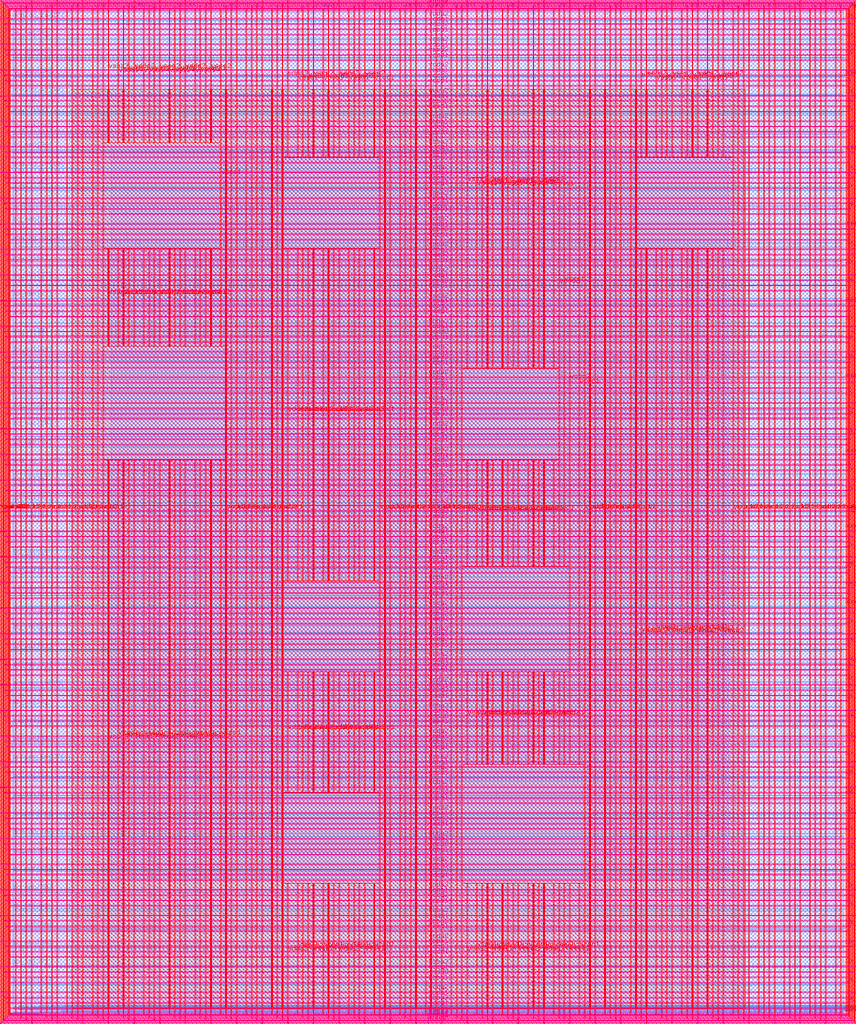
<source format=lef>
VERSION 5.7 ;
  NOWIREEXTENSIONATPIN ON ;
  DIVIDERCHAR "/" ;
  BUSBITCHARS "[]" ;
MACRO user_project_wrapper
  CLASS BLOCK ;
  FOREIGN user_project_wrapper ;
  ORIGIN 0.000 0.000 ;
  SIZE 2920.000 BY 3520.000 ;
  PIN analog_io[0]
    DIRECTION INOUT ;
    USE SIGNAL ;
    PORT
      LAYER met3 ;
        RECT 2917.600 1426.380 2924.800 1427.580 ;
    END
  END analog_io[0]
  PIN analog_io[10]
    DIRECTION INOUT ;
    USE SIGNAL ;
    PORT
      LAYER met2 ;
        RECT 2230.490 3517.600 2231.050 3524.800 ;
    END
  END analog_io[10]
  PIN analog_io[11]
    DIRECTION INOUT ;
    USE SIGNAL ;
    PORT
      LAYER met2 ;
        RECT 1905.730 3517.600 1906.290 3524.800 ;
    END
  END analog_io[11]
  PIN analog_io[12]
    DIRECTION INOUT ;
    USE SIGNAL ;
    PORT
      LAYER met2 ;
        RECT 1581.430 3517.600 1581.990 3524.800 ;
    END
  END analog_io[12]
  PIN analog_io[13]
    DIRECTION INOUT ;
    USE SIGNAL ;
    PORT
      LAYER met2 ;
        RECT 1257.130 3517.600 1257.690 3524.800 ;
    END
  END analog_io[13]
  PIN analog_io[14]
    DIRECTION INOUT ;
    USE SIGNAL ;
    PORT
      LAYER met2 ;
        RECT 932.370 3517.600 932.930 3524.800 ;
    END
  END analog_io[14]
  PIN analog_io[15]
    DIRECTION INOUT ;
    USE SIGNAL ;
    PORT
      LAYER met2 ;
        RECT 608.070 3517.600 608.630 3524.800 ;
    END
  END analog_io[15]
  PIN analog_io[16]
    DIRECTION INOUT ;
    USE SIGNAL ;
    PORT
      LAYER met2 ;
        RECT 283.770 3517.600 284.330 3524.800 ;
    END
  END analog_io[16]
  PIN analog_io[17]
    DIRECTION INOUT ;
    USE SIGNAL ;
    PORT
      LAYER met3 ;
        RECT -4.800 3486.100 2.400 3487.300 ;
    END
  END analog_io[17]
  PIN analog_io[18]
    DIRECTION INOUT ;
    USE SIGNAL ;
    PORT
      LAYER met3 ;
        RECT -4.800 3224.980 2.400 3226.180 ;
    END
  END analog_io[18]
  PIN analog_io[19]
    DIRECTION INOUT ;
    USE SIGNAL ;
    PORT
      LAYER met3 ;
        RECT -4.800 2964.540 2.400 2965.740 ;
    END
  END analog_io[19]
  PIN analog_io[1]
    DIRECTION INOUT ;
    USE SIGNAL ;
    PORT
      LAYER met3 ;
        RECT 2917.600 1692.260 2924.800 1693.460 ;
    END
  END analog_io[1]
  PIN analog_io[20]
    DIRECTION INOUT ;
    USE SIGNAL ;
    PORT
      LAYER met3 ;
        RECT -4.800 2703.420 2.400 2704.620 ;
    END
  END analog_io[20]
  PIN analog_io[21]
    DIRECTION INOUT ;
    USE SIGNAL ;
    PORT
      LAYER met3 ;
        RECT -4.800 2442.980 2.400 2444.180 ;
    END
  END analog_io[21]
  PIN analog_io[22]
    DIRECTION INOUT ;
    USE SIGNAL ;
    PORT
      LAYER met3 ;
        RECT -4.800 2182.540 2.400 2183.740 ;
    END
  END analog_io[22]
  PIN analog_io[23]
    DIRECTION INOUT ;
    USE SIGNAL ;
    PORT
      LAYER met3 ;
        RECT -4.800 1921.420 2.400 1922.620 ;
    END
  END analog_io[23]
  PIN analog_io[24]
    DIRECTION INOUT ;
    USE SIGNAL ;
    PORT
      LAYER met3 ;
        RECT -4.800 1660.980 2.400 1662.180 ;
    END
  END analog_io[24]
  PIN analog_io[25]
    DIRECTION INOUT ;
    USE SIGNAL ;
    PORT
      LAYER met3 ;
        RECT -4.800 1399.860 2.400 1401.060 ;
    END
  END analog_io[25]
  PIN analog_io[26]
    DIRECTION INOUT ;
    USE SIGNAL ;
    PORT
      LAYER met3 ;
        RECT -4.800 1139.420 2.400 1140.620 ;
    END
  END analog_io[26]
  PIN analog_io[27]
    DIRECTION INOUT ;
    USE SIGNAL ;
    PORT
      LAYER met3 ;
        RECT -4.800 878.980 2.400 880.180 ;
    END
  END analog_io[27]
  PIN analog_io[28]
    DIRECTION INOUT ;
    USE SIGNAL ;
    PORT
      LAYER met3 ;
        RECT -4.800 617.860 2.400 619.060 ;
    END
  END analog_io[28]
  PIN analog_io[2]
    DIRECTION INOUT ;
    USE SIGNAL ;
    PORT
      LAYER met3 ;
        RECT 2917.600 1958.140 2924.800 1959.340 ;
    END
  END analog_io[2]
  PIN analog_io[3]
    DIRECTION INOUT ;
    USE SIGNAL ;
    PORT
      LAYER met3 ;
        RECT 2917.600 2223.340 2924.800 2224.540 ;
    END
  END analog_io[3]
  PIN analog_io[4]
    DIRECTION INOUT ;
    USE SIGNAL ;
    PORT
      LAYER met3 ;
        RECT 2917.600 2489.220 2924.800 2490.420 ;
    END
  END analog_io[4]
  PIN analog_io[5]
    DIRECTION INOUT ;
    USE SIGNAL ;
    PORT
      LAYER met3 ;
        RECT 2917.600 2755.100 2924.800 2756.300 ;
    END
  END analog_io[5]
  PIN analog_io[6]
    DIRECTION INOUT ;
    USE SIGNAL ;
    PORT
      LAYER met3 ;
        RECT 2917.600 3020.300 2924.800 3021.500 ;
    END
  END analog_io[6]
  PIN analog_io[7]
    DIRECTION INOUT ;
    USE SIGNAL ;
    PORT
      LAYER met3 ;
        RECT 2917.600 3286.180 2924.800 3287.380 ;
    END
  END analog_io[7]
  PIN analog_io[8]
    DIRECTION INOUT ;
    USE SIGNAL ;
    PORT
      LAYER met2 ;
        RECT 2879.090 3517.600 2879.650 3524.800 ;
    END
  END analog_io[8]
  PIN analog_io[9]
    DIRECTION INOUT ;
    USE SIGNAL ;
    PORT
      LAYER met2 ;
        RECT 2554.790 3517.600 2555.350 3524.800 ;
    END
  END analog_io[9]
  PIN io_in[0]
    DIRECTION INPUT ;
    USE SIGNAL ;
    PORT
      LAYER met3 ;
        RECT 2917.600 32.380 2924.800 33.580 ;
    END
  END io_in[0]
  PIN io_in[10]
    DIRECTION INPUT ;
    USE SIGNAL ;
    PORT
      LAYER met3 ;
        RECT 2917.600 2289.980 2924.800 2291.180 ;
    END
  END io_in[10]
  PIN io_in[11]
    DIRECTION INPUT ;
    USE SIGNAL ;
    PORT
      LAYER met3 ;
        RECT 2917.600 2555.860 2924.800 2557.060 ;
    END
  END io_in[11]
  PIN io_in[12]
    DIRECTION INPUT ;
    USE SIGNAL ;
    PORT
      LAYER met3 ;
        RECT 2917.600 2821.060 2924.800 2822.260 ;
    END
  END io_in[12]
  PIN io_in[13]
    DIRECTION INPUT ;
    USE SIGNAL ;
    PORT
      LAYER met3 ;
        RECT 2917.600 3086.940 2924.800 3088.140 ;
    END
  END io_in[13]
  PIN io_in[14]
    DIRECTION INPUT ;
    USE SIGNAL ;
    PORT
      LAYER met3 ;
        RECT 2917.600 3352.820 2924.800 3354.020 ;
    END
  END io_in[14]
  PIN io_in[15]
    DIRECTION INPUT ;
    USE SIGNAL ;
    PORT
      LAYER met2 ;
        RECT 2798.130 3517.600 2798.690 3524.800 ;
    END
  END io_in[15]
  PIN io_in[16]
    DIRECTION INPUT ;
    USE SIGNAL ;
    PORT
      LAYER met2 ;
        RECT 2473.830 3517.600 2474.390 3524.800 ;
    END
  END io_in[16]
  PIN io_in[17]
    DIRECTION INPUT ;
    USE SIGNAL ;
    PORT
      LAYER met2 ;
        RECT 2149.070 3517.600 2149.630 3524.800 ;
    END
  END io_in[17]
  PIN io_in[18]
    DIRECTION INPUT ;
    USE SIGNAL ;
    PORT
      LAYER met2 ;
        RECT 1824.770 3517.600 1825.330 3524.800 ;
    END
  END io_in[18]
  PIN io_in[19]
    DIRECTION INPUT ;
    USE SIGNAL ;
    PORT
      LAYER met2 ;
        RECT 1500.470 3517.600 1501.030 3524.800 ;
    END
  END io_in[19]
  PIN io_in[1]
    DIRECTION INPUT ;
    USE SIGNAL ;
    PORT
      LAYER met3 ;
        RECT 2917.600 230.940 2924.800 232.140 ;
    END
  END io_in[1]
  PIN io_in[20]
    DIRECTION INPUT ;
    USE SIGNAL ;
    PORT
      LAYER met2 ;
        RECT 1175.710 3517.600 1176.270 3524.800 ;
    END
  END io_in[20]
  PIN io_in[21]
    DIRECTION INPUT ;
    USE SIGNAL ;
    PORT
      LAYER met2 ;
        RECT 851.410 3517.600 851.970 3524.800 ;
    END
  END io_in[21]
  PIN io_in[22]
    DIRECTION INPUT ;
    USE SIGNAL ;
    PORT
      LAYER met2 ;
        RECT 527.110 3517.600 527.670 3524.800 ;
    END
  END io_in[22]
  PIN io_in[23]
    DIRECTION INPUT ;
    USE SIGNAL ;
    PORT
      LAYER met2 ;
        RECT 202.350 3517.600 202.910 3524.800 ;
    END
  END io_in[23]
  PIN io_in[24]
    DIRECTION INPUT ;
    USE SIGNAL ;
    PORT
      LAYER met3 ;
        RECT -4.800 3420.820 2.400 3422.020 ;
    END
  END io_in[24]
  PIN io_in[25]
    DIRECTION INPUT ;
    USE SIGNAL ;
    PORT
      LAYER met3 ;
        RECT -4.800 3159.700 2.400 3160.900 ;
    END
  END io_in[25]
  PIN io_in[26]
    DIRECTION INPUT ;
    USE SIGNAL ;
    PORT
      LAYER met3 ;
        RECT -4.800 2899.260 2.400 2900.460 ;
    END
  END io_in[26]
  PIN io_in[27]
    DIRECTION INPUT ;
    USE SIGNAL ;
    PORT
      LAYER met3 ;
        RECT -4.800 2638.820 2.400 2640.020 ;
    END
  END io_in[27]
  PIN io_in[28]
    DIRECTION INPUT ;
    USE SIGNAL ;
    PORT
      LAYER met3 ;
        RECT -4.800 2377.700 2.400 2378.900 ;
    END
  END io_in[28]
  PIN io_in[29]
    DIRECTION INPUT ;
    USE SIGNAL ;
    PORT
      LAYER met3 ;
        RECT -4.800 2117.260 2.400 2118.460 ;
    END
  END io_in[29]
  PIN io_in[2]
    DIRECTION INPUT ;
    USE SIGNAL ;
    PORT
      LAYER met3 ;
        RECT 2917.600 430.180 2924.800 431.380 ;
    END
  END io_in[2]
  PIN io_in[30]
    DIRECTION INPUT ;
    USE SIGNAL ;
    PORT
      LAYER met3 ;
        RECT -4.800 1856.140 2.400 1857.340 ;
    END
  END io_in[30]
  PIN io_in[31]
    DIRECTION INPUT ;
    USE SIGNAL ;
    PORT
      LAYER met3 ;
        RECT -4.800 1595.700 2.400 1596.900 ;
    END
  END io_in[31]
  PIN io_in[32]
    DIRECTION INPUT ;
    USE SIGNAL ;
    PORT
      LAYER met3 ;
        RECT -4.800 1335.260 2.400 1336.460 ;
    END
  END io_in[32]
  PIN io_in[33]
    DIRECTION INPUT ;
    USE SIGNAL ;
    PORT
      LAYER met3 ;
        RECT -4.800 1074.140 2.400 1075.340 ;
    END
  END io_in[33]
  PIN io_in[34]
    DIRECTION INPUT ;
    USE SIGNAL ;
    PORT
      LAYER met3 ;
        RECT -4.800 813.700 2.400 814.900 ;
    END
  END io_in[34]
  PIN io_in[35]
    DIRECTION INPUT ;
    USE SIGNAL ;
    PORT
      LAYER met3 ;
        RECT -4.800 552.580 2.400 553.780 ;
    END
  END io_in[35]
  PIN io_in[36]
    DIRECTION INPUT ;
    USE SIGNAL ;
    PORT
      LAYER met3 ;
        RECT -4.800 357.420 2.400 358.620 ;
    END
  END io_in[36]
  PIN io_in[37]
    DIRECTION INPUT ;
    USE SIGNAL ;
    PORT
      LAYER met3 ;
        RECT -4.800 161.580 2.400 162.780 ;
    END
  END io_in[37]
  PIN io_in[3]
    DIRECTION INPUT ;
    USE SIGNAL ;
    PORT
      LAYER met3 ;
        RECT 2917.600 629.420 2924.800 630.620 ;
    END
  END io_in[3]
  PIN io_in[4]
    DIRECTION INPUT ;
    USE SIGNAL ;
    PORT
      LAYER met3 ;
        RECT 2917.600 828.660 2924.800 829.860 ;
    END
  END io_in[4]
  PIN io_in[5]
    DIRECTION INPUT ;
    USE SIGNAL ;
    PORT
      LAYER met3 ;
        RECT 2917.600 1027.900 2924.800 1029.100 ;
    END
  END io_in[5]
  PIN io_in[6]
    DIRECTION INPUT ;
    USE SIGNAL ;
    PORT
      LAYER met3 ;
        RECT 2917.600 1227.140 2924.800 1228.340 ;
    END
  END io_in[6]
  PIN io_in[7]
    DIRECTION INPUT ;
    USE SIGNAL ;
    PORT
      LAYER met3 ;
        RECT 2917.600 1493.020 2924.800 1494.220 ;
    END
  END io_in[7]
  PIN io_in[8]
    DIRECTION INPUT ;
    USE SIGNAL ;
    PORT
      LAYER met3 ;
        RECT 2917.600 1758.900 2924.800 1760.100 ;
    END
  END io_in[8]
  PIN io_in[9]
    DIRECTION INPUT ;
    USE SIGNAL ;
    PORT
      LAYER met3 ;
        RECT 2917.600 2024.100 2924.800 2025.300 ;
    END
  END io_in[9]
  PIN io_oeb[0]
    DIRECTION OUTPUT TRISTATE ;
    USE SIGNAL ;
    PORT
      LAYER met3 ;
        RECT 2917.600 164.980 2924.800 166.180 ;
    END
  END io_oeb[0]
  PIN io_oeb[10]
    DIRECTION OUTPUT TRISTATE ;
    USE SIGNAL ;
    PORT
      LAYER met3 ;
        RECT 2917.600 2422.580 2924.800 2423.780 ;
    END
  END io_oeb[10]
  PIN io_oeb[11]
    DIRECTION OUTPUT TRISTATE ;
    USE SIGNAL ;
    PORT
      LAYER met3 ;
        RECT 2917.600 2688.460 2924.800 2689.660 ;
    END
  END io_oeb[11]
  PIN io_oeb[12]
    DIRECTION OUTPUT TRISTATE ;
    USE SIGNAL ;
    PORT
      LAYER met3 ;
        RECT 2917.600 2954.340 2924.800 2955.540 ;
    END
  END io_oeb[12]
  PIN io_oeb[13]
    DIRECTION OUTPUT TRISTATE ;
    USE SIGNAL ;
    PORT
      LAYER met3 ;
        RECT 2917.600 3219.540 2924.800 3220.740 ;
    END
  END io_oeb[13]
  PIN io_oeb[14]
    DIRECTION OUTPUT TRISTATE ;
    USE SIGNAL ;
    PORT
      LAYER met3 ;
        RECT 2917.600 3485.420 2924.800 3486.620 ;
    END
  END io_oeb[14]
  PIN io_oeb[15]
    DIRECTION OUTPUT TRISTATE ;
    USE SIGNAL ;
    PORT
      LAYER met2 ;
        RECT 2635.750 3517.600 2636.310 3524.800 ;
    END
  END io_oeb[15]
  PIN io_oeb[16]
    DIRECTION OUTPUT TRISTATE ;
    USE SIGNAL ;
    PORT
      LAYER met2 ;
        RECT 2311.450 3517.600 2312.010 3524.800 ;
    END
  END io_oeb[16]
  PIN io_oeb[17]
    DIRECTION OUTPUT TRISTATE ;
    USE SIGNAL ;
    PORT
      LAYER met2 ;
        RECT 1987.150 3517.600 1987.710 3524.800 ;
    END
  END io_oeb[17]
  PIN io_oeb[18]
    DIRECTION OUTPUT TRISTATE ;
    USE SIGNAL ;
    PORT
      LAYER met2 ;
        RECT 1662.390 3517.600 1662.950 3524.800 ;
    END
  END io_oeb[18]
  PIN io_oeb[19]
    DIRECTION OUTPUT TRISTATE ;
    USE SIGNAL ;
    PORT
      LAYER met2 ;
        RECT 1338.090 3517.600 1338.650 3524.800 ;
    END
  END io_oeb[19]
  PIN io_oeb[1]
    DIRECTION OUTPUT TRISTATE ;
    USE SIGNAL ;
    PORT
      LAYER met3 ;
        RECT 2917.600 364.220 2924.800 365.420 ;
    END
  END io_oeb[1]
  PIN io_oeb[20]
    DIRECTION OUTPUT TRISTATE ;
    USE SIGNAL ;
    PORT
      LAYER met2 ;
        RECT 1013.790 3517.600 1014.350 3524.800 ;
    END
  END io_oeb[20]
  PIN io_oeb[21]
    DIRECTION OUTPUT TRISTATE ;
    USE SIGNAL ;
    PORT
      LAYER met2 ;
        RECT 689.030 3517.600 689.590 3524.800 ;
    END
  END io_oeb[21]
  PIN io_oeb[22]
    DIRECTION OUTPUT TRISTATE ;
    USE SIGNAL ;
    PORT
      LAYER met2 ;
        RECT 364.730 3517.600 365.290 3524.800 ;
    END
  END io_oeb[22]
  PIN io_oeb[23]
    DIRECTION OUTPUT TRISTATE ;
    USE SIGNAL ;
    PORT
      LAYER met2 ;
        RECT 40.430 3517.600 40.990 3524.800 ;
    END
  END io_oeb[23]
  PIN io_oeb[24]
    DIRECTION OUTPUT TRISTATE ;
    USE SIGNAL ;
    PORT
      LAYER met3 ;
        RECT -4.800 3290.260 2.400 3291.460 ;
    END
  END io_oeb[24]
  PIN io_oeb[25]
    DIRECTION OUTPUT TRISTATE ;
    USE SIGNAL ;
    PORT
      LAYER met3 ;
        RECT -4.800 3029.820 2.400 3031.020 ;
    END
  END io_oeb[25]
  PIN io_oeb[26]
    DIRECTION OUTPUT TRISTATE ;
    USE SIGNAL ;
    PORT
      LAYER met3 ;
        RECT -4.800 2768.700 2.400 2769.900 ;
    END
  END io_oeb[26]
  PIN io_oeb[27]
    DIRECTION OUTPUT TRISTATE ;
    USE SIGNAL ;
    PORT
      LAYER met3 ;
        RECT -4.800 2508.260 2.400 2509.460 ;
    END
  END io_oeb[27]
  PIN io_oeb[28]
    DIRECTION OUTPUT TRISTATE ;
    USE SIGNAL ;
    PORT
      LAYER met3 ;
        RECT -4.800 2247.140 2.400 2248.340 ;
    END
  END io_oeb[28]
  PIN io_oeb[29]
    DIRECTION OUTPUT TRISTATE ;
    USE SIGNAL ;
    PORT
      LAYER met3 ;
        RECT -4.800 1986.700 2.400 1987.900 ;
    END
  END io_oeb[29]
  PIN io_oeb[2]
    DIRECTION OUTPUT TRISTATE ;
    USE SIGNAL ;
    PORT
      LAYER met3 ;
        RECT 2917.600 563.460 2924.800 564.660 ;
    END
  END io_oeb[2]
  PIN io_oeb[30]
    DIRECTION OUTPUT TRISTATE ;
    USE SIGNAL ;
    PORT
      LAYER met3 ;
        RECT -4.800 1726.260 2.400 1727.460 ;
    END
  END io_oeb[30]
  PIN io_oeb[31]
    DIRECTION OUTPUT TRISTATE ;
    USE SIGNAL ;
    PORT
      LAYER met3 ;
        RECT -4.800 1465.140 2.400 1466.340 ;
    END
  END io_oeb[31]
  PIN io_oeb[32]
    DIRECTION OUTPUT TRISTATE ;
    USE SIGNAL ;
    PORT
      LAYER met3 ;
        RECT -4.800 1204.700 2.400 1205.900 ;
    END
  END io_oeb[32]
  PIN io_oeb[33]
    DIRECTION OUTPUT TRISTATE ;
    USE SIGNAL ;
    PORT
      LAYER met3 ;
        RECT -4.800 943.580 2.400 944.780 ;
    END
  END io_oeb[33]
  PIN io_oeb[34]
    DIRECTION OUTPUT TRISTATE ;
    USE SIGNAL ;
    PORT
      LAYER met3 ;
        RECT -4.800 683.140 2.400 684.340 ;
    END
  END io_oeb[34]
  PIN io_oeb[35]
    DIRECTION OUTPUT TRISTATE ;
    USE SIGNAL ;
    PORT
      LAYER met3 ;
        RECT -4.800 422.700 2.400 423.900 ;
    END
  END io_oeb[35]
  PIN io_oeb[36]
    DIRECTION OUTPUT TRISTATE ;
    USE SIGNAL ;
    PORT
      LAYER met3 ;
        RECT -4.800 226.860 2.400 228.060 ;
    END
  END io_oeb[36]
  PIN io_oeb[37]
    DIRECTION OUTPUT TRISTATE ;
    USE SIGNAL ;
    PORT
      LAYER met3 ;
        RECT -4.800 31.700 2.400 32.900 ;
    END
  END io_oeb[37]
  PIN io_oeb[3]
    DIRECTION OUTPUT TRISTATE ;
    USE SIGNAL ;
    PORT
      LAYER met3 ;
        RECT 2917.600 762.700 2924.800 763.900 ;
    END
  END io_oeb[3]
  PIN io_oeb[4]
    DIRECTION OUTPUT TRISTATE ;
    USE SIGNAL ;
    PORT
      LAYER met3 ;
        RECT 2917.600 961.940 2924.800 963.140 ;
    END
  END io_oeb[4]
  PIN io_oeb[5]
    DIRECTION OUTPUT TRISTATE ;
    USE SIGNAL ;
    PORT
      LAYER met3 ;
        RECT 2917.600 1161.180 2924.800 1162.380 ;
    END
  END io_oeb[5]
  PIN io_oeb[6]
    DIRECTION OUTPUT TRISTATE ;
    USE SIGNAL ;
    PORT
      LAYER met3 ;
        RECT 2917.600 1360.420 2924.800 1361.620 ;
    END
  END io_oeb[6]
  PIN io_oeb[7]
    DIRECTION OUTPUT TRISTATE ;
    USE SIGNAL ;
    PORT
      LAYER met3 ;
        RECT 2917.600 1625.620 2924.800 1626.820 ;
    END
  END io_oeb[7]
  PIN io_oeb[8]
    DIRECTION OUTPUT TRISTATE ;
    USE SIGNAL ;
    PORT
      LAYER met3 ;
        RECT 2917.600 1891.500 2924.800 1892.700 ;
    END
  END io_oeb[8]
  PIN io_oeb[9]
    DIRECTION OUTPUT TRISTATE ;
    USE SIGNAL ;
    PORT
      LAYER met3 ;
        RECT 2917.600 2157.380 2924.800 2158.580 ;
    END
  END io_oeb[9]
  PIN io_out[0]
    DIRECTION OUTPUT TRISTATE ;
    USE SIGNAL ;
    PORT
      LAYER met3 ;
        RECT 2917.600 98.340 2924.800 99.540 ;
    END
  END io_out[0]
  PIN io_out[10]
    DIRECTION OUTPUT TRISTATE ;
    USE SIGNAL ;
    PORT
      LAYER met3 ;
        RECT 2917.600 2356.620 2924.800 2357.820 ;
    END
  END io_out[10]
  PIN io_out[11]
    DIRECTION OUTPUT TRISTATE ;
    USE SIGNAL ;
    PORT
      LAYER met3 ;
        RECT 2917.600 2621.820 2924.800 2623.020 ;
    END
  END io_out[11]
  PIN io_out[12]
    DIRECTION OUTPUT TRISTATE ;
    USE SIGNAL ;
    PORT
      LAYER met3 ;
        RECT 2917.600 2887.700 2924.800 2888.900 ;
    END
  END io_out[12]
  PIN io_out[13]
    DIRECTION OUTPUT TRISTATE ;
    USE SIGNAL ;
    PORT
      LAYER met3 ;
        RECT 2917.600 3153.580 2924.800 3154.780 ;
    END
  END io_out[13]
  PIN io_out[14]
    DIRECTION OUTPUT TRISTATE ;
    USE SIGNAL ;
    PORT
      LAYER met3 ;
        RECT 2917.600 3418.780 2924.800 3419.980 ;
    END
  END io_out[14]
  PIN io_out[15]
    DIRECTION OUTPUT TRISTATE ;
    USE SIGNAL ;
    PORT
      LAYER met2 ;
        RECT 2717.170 3517.600 2717.730 3524.800 ;
    END
  END io_out[15]
  PIN io_out[16]
    DIRECTION OUTPUT TRISTATE ;
    USE SIGNAL ;
    PORT
      LAYER met2 ;
        RECT 2392.410 3517.600 2392.970 3524.800 ;
    END
  END io_out[16]
  PIN io_out[17]
    DIRECTION OUTPUT TRISTATE ;
    USE SIGNAL ;
    PORT
      LAYER met2 ;
        RECT 2068.110 3517.600 2068.670 3524.800 ;
    END
  END io_out[17]
  PIN io_out[18]
    DIRECTION OUTPUT TRISTATE ;
    USE SIGNAL ;
    PORT
      LAYER met2 ;
        RECT 1743.810 3517.600 1744.370 3524.800 ;
    END
  END io_out[18]
  PIN io_out[19]
    DIRECTION OUTPUT TRISTATE ;
    USE SIGNAL ;
    PORT
      LAYER met2 ;
        RECT 1419.050 3517.600 1419.610 3524.800 ;
    END
  END io_out[19]
  PIN io_out[1]
    DIRECTION OUTPUT TRISTATE ;
    USE SIGNAL ;
    PORT
      LAYER met3 ;
        RECT 2917.600 297.580 2924.800 298.780 ;
    END
  END io_out[1]
  PIN io_out[20]
    DIRECTION OUTPUT TRISTATE ;
    USE SIGNAL ;
    PORT
      LAYER met2 ;
        RECT 1094.750 3517.600 1095.310 3524.800 ;
    END
  END io_out[20]
  PIN io_out[21]
    DIRECTION OUTPUT TRISTATE ;
    USE SIGNAL ;
    PORT
      LAYER met2 ;
        RECT 770.450 3517.600 771.010 3524.800 ;
    END
  END io_out[21]
  PIN io_out[22]
    DIRECTION OUTPUT TRISTATE ;
    USE SIGNAL ;
    PORT
      LAYER met2 ;
        RECT 445.690 3517.600 446.250 3524.800 ;
    END
  END io_out[22]
  PIN io_out[23]
    DIRECTION OUTPUT TRISTATE ;
    USE SIGNAL ;
    PORT
      LAYER met2 ;
        RECT 121.390 3517.600 121.950 3524.800 ;
    END
  END io_out[23]
  PIN io_out[24]
    DIRECTION OUTPUT TRISTATE ;
    USE SIGNAL ;
    PORT
      LAYER met3 ;
        RECT -4.800 3355.540 2.400 3356.740 ;
    END
  END io_out[24]
  PIN io_out[25]
    DIRECTION OUTPUT TRISTATE ;
    USE SIGNAL ;
    PORT
      LAYER met3 ;
        RECT -4.800 3095.100 2.400 3096.300 ;
    END
  END io_out[25]
  PIN io_out[26]
    DIRECTION OUTPUT TRISTATE ;
    USE SIGNAL ;
    PORT
      LAYER met3 ;
        RECT -4.800 2833.980 2.400 2835.180 ;
    END
  END io_out[26]
  PIN io_out[27]
    DIRECTION OUTPUT TRISTATE ;
    USE SIGNAL ;
    PORT
      LAYER met3 ;
        RECT -4.800 2573.540 2.400 2574.740 ;
    END
  END io_out[27]
  PIN io_out[28]
    DIRECTION OUTPUT TRISTATE ;
    USE SIGNAL ;
    PORT
      LAYER met3 ;
        RECT -4.800 2312.420 2.400 2313.620 ;
    END
  END io_out[28]
  PIN io_out[29]
    DIRECTION OUTPUT TRISTATE ;
    USE SIGNAL ;
    PORT
      LAYER met3 ;
        RECT -4.800 2051.980 2.400 2053.180 ;
    END
  END io_out[29]
  PIN io_out[2]
    DIRECTION OUTPUT TRISTATE ;
    USE SIGNAL ;
    PORT
      LAYER met3 ;
        RECT 2917.600 496.820 2924.800 498.020 ;
    END
  END io_out[2]
  PIN io_out[30]
    DIRECTION OUTPUT TRISTATE ;
    USE SIGNAL ;
    PORT
      LAYER met3 ;
        RECT -4.800 1791.540 2.400 1792.740 ;
    END
  END io_out[30]
  PIN io_out[31]
    DIRECTION OUTPUT TRISTATE ;
    USE SIGNAL ;
    PORT
      LAYER met3 ;
        RECT -4.800 1530.420 2.400 1531.620 ;
    END
  END io_out[31]
  PIN io_out[32]
    DIRECTION OUTPUT TRISTATE ;
    USE SIGNAL ;
    PORT
      LAYER met3 ;
        RECT -4.800 1269.980 2.400 1271.180 ;
    END
  END io_out[32]
  PIN io_out[33]
    DIRECTION OUTPUT TRISTATE ;
    USE SIGNAL ;
    PORT
      LAYER met3 ;
        RECT -4.800 1008.860 2.400 1010.060 ;
    END
  END io_out[33]
  PIN io_out[34]
    DIRECTION OUTPUT TRISTATE ;
    USE SIGNAL ;
    PORT
      LAYER met3 ;
        RECT -4.800 748.420 2.400 749.620 ;
    END
  END io_out[34]
  PIN io_out[35]
    DIRECTION OUTPUT TRISTATE ;
    USE SIGNAL ;
    PORT
      LAYER met3 ;
        RECT -4.800 487.300 2.400 488.500 ;
    END
  END io_out[35]
  PIN io_out[36]
    DIRECTION OUTPUT TRISTATE ;
    USE SIGNAL ;
    PORT
      LAYER met3 ;
        RECT -4.800 292.140 2.400 293.340 ;
    END
  END io_out[36]
  PIN io_out[37]
    DIRECTION OUTPUT TRISTATE ;
    USE SIGNAL ;
    PORT
      LAYER met3 ;
        RECT -4.800 96.300 2.400 97.500 ;
    END
  END io_out[37]
  PIN io_out[3]
    DIRECTION OUTPUT TRISTATE ;
    USE SIGNAL ;
    PORT
      LAYER met3 ;
        RECT 2917.600 696.060 2924.800 697.260 ;
    END
  END io_out[3]
  PIN io_out[4]
    DIRECTION OUTPUT TRISTATE ;
    USE SIGNAL ;
    PORT
      LAYER met3 ;
        RECT 2917.600 895.300 2924.800 896.500 ;
    END
  END io_out[4]
  PIN io_out[5]
    DIRECTION OUTPUT TRISTATE ;
    USE SIGNAL ;
    PORT
      LAYER met3 ;
        RECT 2917.600 1094.540 2924.800 1095.740 ;
    END
  END io_out[5]
  PIN io_out[6]
    DIRECTION OUTPUT TRISTATE ;
    USE SIGNAL ;
    PORT
      LAYER met3 ;
        RECT 2917.600 1293.780 2924.800 1294.980 ;
    END
  END io_out[6]
  PIN io_out[7]
    DIRECTION OUTPUT TRISTATE ;
    USE SIGNAL ;
    PORT
      LAYER met3 ;
        RECT 2917.600 1559.660 2924.800 1560.860 ;
    END
  END io_out[7]
  PIN io_out[8]
    DIRECTION OUTPUT TRISTATE ;
    USE SIGNAL ;
    PORT
      LAYER met3 ;
        RECT 2917.600 1824.860 2924.800 1826.060 ;
    END
  END io_out[8]
  PIN io_out[9]
    DIRECTION OUTPUT TRISTATE ;
    USE SIGNAL ;
    PORT
      LAYER met3 ;
        RECT 2917.600 2090.740 2924.800 2091.940 ;
    END
  END io_out[9]
  PIN la_data_in[0]
    DIRECTION INPUT ;
    USE SIGNAL ;
    PORT
      LAYER met2 ;
        RECT 629.230 -4.800 629.790 2.400 ;
    END
  END la_data_in[0]
  PIN la_data_in[100]
    DIRECTION INPUT ;
    USE SIGNAL ;
    PORT
      LAYER met2 ;
        RECT 2402.530 -4.800 2403.090 2.400 ;
    END
  END la_data_in[100]
  PIN la_data_in[101]
    DIRECTION INPUT ;
    USE SIGNAL ;
    PORT
      LAYER met2 ;
        RECT 2420.010 -4.800 2420.570 2.400 ;
    END
  END la_data_in[101]
  PIN la_data_in[102]
    DIRECTION INPUT ;
    USE SIGNAL ;
    PORT
      LAYER met2 ;
        RECT 2437.950 -4.800 2438.510 2.400 ;
    END
  END la_data_in[102]
  PIN la_data_in[103]
    DIRECTION INPUT ;
    USE SIGNAL ;
    PORT
      LAYER met2 ;
        RECT 2455.430 -4.800 2455.990 2.400 ;
    END
  END la_data_in[103]
  PIN la_data_in[104]
    DIRECTION INPUT ;
    USE SIGNAL ;
    PORT
      LAYER met2 ;
        RECT 2473.370 -4.800 2473.930 2.400 ;
    END
  END la_data_in[104]
  PIN la_data_in[105]
    DIRECTION INPUT ;
    USE SIGNAL ;
    PORT
      LAYER met2 ;
        RECT 2490.850 -4.800 2491.410 2.400 ;
    END
  END la_data_in[105]
  PIN la_data_in[106]
    DIRECTION INPUT ;
    USE SIGNAL ;
    PORT
      LAYER met2 ;
        RECT 2508.790 -4.800 2509.350 2.400 ;
    END
  END la_data_in[106]
  PIN la_data_in[107]
    DIRECTION INPUT ;
    USE SIGNAL ;
    PORT
      LAYER met2 ;
        RECT 2526.730 -4.800 2527.290 2.400 ;
    END
  END la_data_in[107]
  PIN la_data_in[108]
    DIRECTION INPUT ;
    USE SIGNAL ;
    PORT
      LAYER met2 ;
        RECT 2544.210 -4.800 2544.770 2.400 ;
    END
  END la_data_in[108]
  PIN la_data_in[109]
    DIRECTION INPUT ;
    USE SIGNAL ;
    PORT
      LAYER met2 ;
        RECT 2562.150 -4.800 2562.710 2.400 ;
    END
  END la_data_in[109]
  PIN la_data_in[10]
    DIRECTION INPUT ;
    USE SIGNAL ;
    PORT
      LAYER met2 ;
        RECT 806.330 -4.800 806.890 2.400 ;
    END
  END la_data_in[10]
  PIN la_data_in[110]
    DIRECTION INPUT ;
    USE SIGNAL ;
    PORT
      LAYER met2 ;
        RECT 2579.630 -4.800 2580.190 2.400 ;
    END
  END la_data_in[110]
  PIN la_data_in[111]
    DIRECTION INPUT ;
    USE SIGNAL ;
    PORT
      LAYER met2 ;
        RECT 2597.570 -4.800 2598.130 2.400 ;
    END
  END la_data_in[111]
  PIN la_data_in[112]
    DIRECTION INPUT ;
    USE SIGNAL ;
    PORT
      LAYER met2 ;
        RECT 2615.050 -4.800 2615.610 2.400 ;
    END
  END la_data_in[112]
  PIN la_data_in[113]
    DIRECTION INPUT ;
    USE SIGNAL ;
    PORT
      LAYER met2 ;
        RECT 2632.990 -4.800 2633.550 2.400 ;
    END
  END la_data_in[113]
  PIN la_data_in[114]
    DIRECTION INPUT ;
    USE SIGNAL ;
    PORT
      LAYER met2 ;
        RECT 2650.470 -4.800 2651.030 2.400 ;
    END
  END la_data_in[114]
  PIN la_data_in[115]
    DIRECTION INPUT ;
    USE SIGNAL ;
    PORT
      LAYER met2 ;
        RECT 2668.410 -4.800 2668.970 2.400 ;
    END
  END la_data_in[115]
  PIN la_data_in[116]
    DIRECTION INPUT ;
    USE SIGNAL ;
    PORT
      LAYER met2 ;
        RECT 2685.890 -4.800 2686.450 2.400 ;
    END
  END la_data_in[116]
  PIN la_data_in[117]
    DIRECTION INPUT ;
    USE SIGNAL ;
    PORT
      LAYER met2 ;
        RECT 2703.830 -4.800 2704.390 2.400 ;
    END
  END la_data_in[117]
  PIN la_data_in[118]
    DIRECTION INPUT ;
    USE SIGNAL ;
    PORT
      LAYER met2 ;
        RECT 2721.770 -4.800 2722.330 2.400 ;
    END
  END la_data_in[118]
  PIN la_data_in[119]
    DIRECTION INPUT ;
    USE SIGNAL ;
    PORT
      LAYER met2 ;
        RECT 2739.250 -4.800 2739.810 2.400 ;
    END
  END la_data_in[119]
  PIN la_data_in[11]
    DIRECTION INPUT ;
    USE SIGNAL ;
    PORT
      LAYER met2 ;
        RECT 824.270 -4.800 824.830 2.400 ;
    END
  END la_data_in[11]
  PIN la_data_in[120]
    DIRECTION INPUT ;
    USE SIGNAL ;
    PORT
      LAYER met2 ;
        RECT 2757.190 -4.800 2757.750 2.400 ;
    END
  END la_data_in[120]
  PIN la_data_in[121]
    DIRECTION INPUT ;
    USE SIGNAL ;
    PORT
      LAYER met2 ;
        RECT 2774.670 -4.800 2775.230 2.400 ;
    END
  END la_data_in[121]
  PIN la_data_in[122]
    DIRECTION INPUT ;
    USE SIGNAL ;
    PORT
      LAYER met2 ;
        RECT 2792.610 -4.800 2793.170 2.400 ;
    END
  END la_data_in[122]
  PIN la_data_in[123]
    DIRECTION INPUT ;
    USE SIGNAL ;
    PORT
      LAYER met2 ;
        RECT 2810.090 -4.800 2810.650 2.400 ;
    END
  END la_data_in[123]
  PIN la_data_in[124]
    DIRECTION INPUT ;
    USE SIGNAL ;
    PORT
      LAYER met2 ;
        RECT 2828.030 -4.800 2828.590 2.400 ;
    END
  END la_data_in[124]
  PIN la_data_in[125]
    DIRECTION INPUT ;
    USE SIGNAL ;
    PORT
      LAYER met2 ;
        RECT 2845.510 -4.800 2846.070 2.400 ;
    END
  END la_data_in[125]
  PIN la_data_in[126]
    DIRECTION INPUT ;
    USE SIGNAL ;
    PORT
      LAYER met2 ;
        RECT 2863.450 -4.800 2864.010 2.400 ;
    END
  END la_data_in[126]
  PIN la_data_in[127]
    DIRECTION INPUT ;
    USE SIGNAL ;
    PORT
      LAYER met2 ;
        RECT 2881.390 -4.800 2881.950 2.400 ;
    END
  END la_data_in[127]
  PIN la_data_in[12]
    DIRECTION INPUT ;
    USE SIGNAL ;
    PORT
      LAYER met2 ;
        RECT 841.750 -4.800 842.310 2.400 ;
    END
  END la_data_in[12]
  PIN la_data_in[13]
    DIRECTION INPUT ;
    USE SIGNAL ;
    PORT
      LAYER met2 ;
        RECT 859.690 -4.800 860.250 2.400 ;
    END
  END la_data_in[13]
  PIN la_data_in[14]
    DIRECTION INPUT ;
    USE SIGNAL ;
    PORT
      LAYER met2 ;
        RECT 877.170 -4.800 877.730 2.400 ;
    END
  END la_data_in[14]
  PIN la_data_in[15]
    DIRECTION INPUT ;
    USE SIGNAL ;
    PORT
      LAYER met2 ;
        RECT 895.110 -4.800 895.670 2.400 ;
    END
  END la_data_in[15]
  PIN la_data_in[16]
    DIRECTION INPUT ;
    USE SIGNAL ;
    PORT
      LAYER met2 ;
        RECT 912.590 -4.800 913.150 2.400 ;
    END
  END la_data_in[16]
  PIN la_data_in[17]
    DIRECTION INPUT ;
    USE SIGNAL ;
    PORT
      LAYER met2 ;
        RECT 930.530 -4.800 931.090 2.400 ;
    END
  END la_data_in[17]
  PIN la_data_in[18]
    DIRECTION INPUT ;
    USE SIGNAL ;
    PORT
      LAYER met2 ;
        RECT 948.470 -4.800 949.030 2.400 ;
    END
  END la_data_in[18]
  PIN la_data_in[19]
    DIRECTION INPUT ;
    USE SIGNAL ;
    PORT
      LAYER met2 ;
        RECT 965.950 -4.800 966.510 2.400 ;
    END
  END la_data_in[19]
  PIN la_data_in[1]
    DIRECTION INPUT ;
    USE SIGNAL ;
    PORT
      LAYER met2 ;
        RECT 646.710 -4.800 647.270 2.400 ;
    END
  END la_data_in[1]
  PIN la_data_in[20]
    DIRECTION INPUT ;
    USE SIGNAL ;
    PORT
      LAYER met2 ;
        RECT 983.890 -4.800 984.450 2.400 ;
    END
  END la_data_in[20]
  PIN la_data_in[21]
    DIRECTION INPUT ;
    USE SIGNAL ;
    PORT
      LAYER met2 ;
        RECT 1001.370 -4.800 1001.930 2.400 ;
    END
  END la_data_in[21]
  PIN la_data_in[22]
    DIRECTION INPUT ;
    USE SIGNAL ;
    PORT
      LAYER met2 ;
        RECT 1019.310 -4.800 1019.870 2.400 ;
    END
  END la_data_in[22]
  PIN la_data_in[23]
    DIRECTION INPUT ;
    USE SIGNAL ;
    PORT
      LAYER met2 ;
        RECT 1036.790 -4.800 1037.350 2.400 ;
    END
  END la_data_in[23]
  PIN la_data_in[24]
    DIRECTION INPUT ;
    USE SIGNAL ;
    PORT
      LAYER met2 ;
        RECT 1054.730 -4.800 1055.290 2.400 ;
    END
  END la_data_in[24]
  PIN la_data_in[25]
    DIRECTION INPUT ;
    USE SIGNAL ;
    PORT
      LAYER met2 ;
        RECT 1072.210 -4.800 1072.770 2.400 ;
    END
  END la_data_in[25]
  PIN la_data_in[26]
    DIRECTION INPUT ;
    USE SIGNAL ;
    PORT
      LAYER met2 ;
        RECT 1090.150 -4.800 1090.710 2.400 ;
    END
  END la_data_in[26]
  PIN la_data_in[27]
    DIRECTION INPUT ;
    USE SIGNAL ;
    PORT
      LAYER met2 ;
        RECT 1107.630 -4.800 1108.190 2.400 ;
    END
  END la_data_in[27]
  PIN la_data_in[28]
    DIRECTION INPUT ;
    USE SIGNAL ;
    PORT
      LAYER met2 ;
        RECT 1125.570 -4.800 1126.130 2.400 ;
    END
  END la_data_in[28]
  PIN la_data_in[29]
    DIRECTION INPUT ;
    USE SIGNAL ;
    PORT
      LAYER met2 ;
        RECT 1143.510 -4.800 1144.070 2.400 ;
    END
  END la_data_in[29]
  PIN la_data_in[2]
    DIRECTION INPUT ;
    USE SIGNAL ;
    PORT
      LAYER met2 ;
        RECT 664.650 -4.800 665.210 2.400 ;
    END
  END la_data_in[2]
  PIN la_data_in[30]
    DIRECTION INPUT ;
    USE SIGNAL ;
    PORT
      LAYER met2 ;
        RECT 1160.990 -4.800 1161.550 2.400 ;
    END
  END la_data_in[30]
  PIN la_data_in[31]
    DIRECTION INPUT ;
    USE SIGNAL ;
    PORT
      LAYER met2 ;
        RECT 1178.930 -4.800 1179.490 2.400 ;
    END
  END la_data_in[31]
  PIN la_data_in[32]
    DIRECTION INPUT ;
    USE SIGNAL ;
    PORT
      LAYER met2 ;
        RECT 1196.410 -4.800 1196.970 2.400 ;
    END
  END la_data_in[32]
  PIN la_data_in[33]
    DIRECTION INPUT ;
    USE SIGNAL ;
    PORT
      LAYER met2 ;
        RECT 1214.350 -4.800 1214.910 2.400 ;
    END
  END la_data_in[33]
  PIN la_data_in[34]
    DIRECTION INPUT ;
    USE SIGNAL ;
    PORT
      LAYER met2 ;
        RECT 1231.830 -4.800 1232.390 2.400 ;
    END
  END la_data_in[34]
  PIN la_data_in[35]
    DIRECTION INPUT ;
    USE SIGNAL ;
    PORT
      LAYER met2 ;
        RECT 1249.770 -4.800 1250.330 2.400 ;
    END
  END la_data_in[35]
  PIN la_data_in[36]
    DIRECTION INPUT ;
    USE SIGNAL ;
    PORT
      LAYER met2 ;
        RECT 1267.250 -4.800 1267.810 2.400 ;
    END
  END la_data_in[36]
  PIN la_data_in[37]
    DIRECTION INPUT ;
    USE SIGNAL ;
    PORT
      LAYER met2 ;
        RECT 1285.190 -4.800 1285.750 2.400 ;
    END
  END la_data_in[37]
  PIN la_data_in[38]
    DIRECTION INPUT ;
    USE SIGNAL ;
    PORT
      LAYER met2 ;
        RECT 1303.130 -4.800 1303.690 2.400 ;
    END
  END la_data_in[38]
  PIN la_data_in[39]
    DIRECTION INPUT ;
    USE SIGNAL ;
    PORT
      LAYER met2 ;
        RECT 1320.610 -4.800 1321.170 2.400 ;
    END
  END la_data_in[39]
  PIN la_data_in[3]
    DIRECTION INPUT ;
    USE SIGNAL ;
    PORT
      LAYER met2 ;
        RECT 682.130 -4.800 682.690 2.400 ;
    END
  END la_data_in[3]
  PIN la_data_in[40]
    DIRECTION INPUT ;
    USE SIGNAL ;
    PORT
      LAYER met2 ;
        RECT 1338.550 -4.800 1339.110 2.400 ;
    END
  END la_data_in[40]
  PIN la_data_in[41]
    DIRECTION INPUT ;
    USE SIGNAL ;
    PORT
      LAYER met2 ;
        RECT 1356.030 -4.800 1356.590 2.400 ;
    END
  END la_data_in[41]
  PIN la_data_in[42]
    DIRECTION INPUT ;
    USE SIGNAL ;
    PORT
      LAYER met2 ;
        RECT 1373.970 -4.800 1374.530 2.400 ;
    END
  END la_data_in[42]
  PIN la_data_in[43]
    DIRECTION INPUT ;
    USE SIGNAL ;
    PORT
      LAYER met2 ;
        RECT 1391.450 -4.800 1392.010 2.400 ;
    END
  END la_data_in[43]
  PIN la_data_in[44]
    DIRECTION INPUT ;
    USE SIGNAL ;
    PORT
      LAYER met2 ;
        RECT 1409.390 -4.800 1409.950 2.400 ;
    END
  END la_data_in[44]
  PIN la_data_in[45]
    DIRECTION INPUT ;
    USE SIGNAL ;
    PORT
      LAYER met2 ;
        RECT 1426.870 -4.800 1427.430 2.400 ;
    END
  END la_data_in[45]
  PIN la_data_in[46]
    DIRECTION INPUT ;
    USE SIGNAL ;
    PORT
      LAYER met2 ;
        RECT 1444.810 -4.800 1445.370 2.400 ;
    END
  END la_data_in[46]
  PIN la_data_in[47]
    DIRECTION INPUT ;
    USE SIGNAL ;
    PORT
      LAYER met2 ;
        RECT 1462.750 -4.800 1463.310 2.400 ;
    END
  END la_data_in[47]
  PIN la_data_in[48]
    DIRECTION INPUT ;
    USE SIGNAL ;
    PORT
      LAYER met2 ;
        RECT 1480.230 -4.800 1480.790 2.400 ;
    END
  END la_data_in[48]
  PIN la_data_in[49]
    DIRECTION INPUT ;
    USE SIGNAL ;
    PORT
      LAYER met2 ;
        RECT 1498.170 -4.800 1498.730 2.400 ;
    END
  END la_data_in[49]
  PIN la_data_in[4]
    DIRECTION INPUT ;
    USE SIGNAL ;
    PORT
      LAYER met2 ;
        RECT 700.070 -4.800 700.630 2.400 ;
    END
  END la_data_in[4]
  PIN la_data_in[50]
    DIRECTION INPUT ;
    USE SIGNAL ;
    PORT
      LAYER met2 ;
        RECT 1515.650 -4.800 1516.210 2.400 ;
    END
  END la_data_in[50]
  PIN la_data_in[51]
    DIRECTION INPUT ;
    USE SIGNAL ;
    PORT
      LAYER met2 ;
        RECT 1533.590 -4.800 1534.150 2.400 ;
    END
  END la_data_in[51]
  PIN la_data_in[52]
    DIRECTION INPUT ;
    USE SIGNAL ;
    PORT
      LAYER met2 ;
        RECT 1551.070 -4.800 1551.630 2.400 ;
    END
  END la_data_in[52]
  PIN la_data_in[53]
    DIRECTION INPUT ;
    USE SIGNAL ;
    PORT
      LAYER met2 ;
        RECT 1569.010 -4.800 1569.570 2.400 ;
    END
  END la_data_in[53]
  PIN la_data_in[54]
    DIRECTION INPUT ;
    USE SIGNAL ;
    PORT
      LAYER met2 ;
        RECT 1586.490 -4.800 1587.050 2.400 ;
    END
  END la_data_in[54]
  PIN la_data_in[55]
    DIRECTION INPUT ;
    USE SIGNAL ;
    PORT
      LAYER met2 ;
        RECT 1604.430 -4.800 1604.990 2.400 ;
    END
  END la_data_in[55]
  PIN la_data_in[56]
    DIRECTION INPUT ;
    USE SIGNAL ;
    PORT
      LAYER met2 ;
        RECT 1621.910 -4.800 1622.470 2.400 ;
    END
  END la_data_in[56]
  PIN la_data_in[57]
    DIRECTION INPUT ;
    USE SIGNAL ;
    PORT
      LAYER met2 ;
        RECT 1639.850 -4.800 1640.410 2.400 ;
    END
  END la_data_in[57]
  PIN la_data_in[58]
    DIRECTION INPUT ;
    USE SIGNAL ;
    PORT
      LAYER met2 ;
        RECT 1657.790 -4.800 1658.350 2.400 ;
    END
  END la_data_in[58]
  PIN la_data_in[59]
    DIRECTION INPUT ;
    USE SIGNAL ;
    PORT
      LAYER met2 ;
        RECT 1675.270 -4.800 1675.830 2.400 ;
    END
  END la_data_in[59]
  PIN la_data_in[5]
    DIRECTION INPUT ;
    USE SIGNAL ;
    PORT
      LAYER met2 ;
        RECT 717.550 -4.800 718.110 2.400 ;
    END
  END la_data_in[5]
  PIN la_data_in[60]
    DIRECTION INPUT ;
    USE SIGNAL ;
    PORT
      LAYER met2 ;
        RECT 1693.210 -4.800 1693.770 2.400 ;
    END
  END la_data_in[60]
  PIN la_data_in[61]
    DIRECTION INPUT ;
    USE SIGNAL ;
    PORT
      LAYER met2 ;
        RECT 1710.690 -4.800 1711.250 2.400 ;
    END
  END la_data_in[61]
  PIN la_data_in[62]
    DIRECTION INPUT ;
    USE SIGNAL ;
    PORT
      LAYER met2 ;
        RECT 1728.630 -4.800 1729.190 2.400 ;
    END
  END la_data_in[62]
  PIN la_data_in[63]
    DIRECTION INPUT ;
    USE SIGNAL ;
    PORT
      LAYER met2 ;
        RECT 1746.110 -4.800 1746.670 2.400 ;
    END
  END la_data_in[63]
  PIN la_data_in[64]
    DIRECTION INPUT ;
    USE SIGNAL ;
    PORT
      LAYER met2 ;
        RECT 1764.050 -4.800 1764.610 2.400 ;
    END
  END la_data_in[64]
  PIN la_data_in[65]
    DIRECTION INPUT ;
    USE SIGNAL ;
    PORT
      LAYER met2 ;
        RECT 1781.530 -4.800 1782.090 2.400 ;
    END
  END la_data_in[65]
  PIN la_data_in[66]
    DIRECTION INPUT ;
    USE SIGNAL ;
    PORT
      LAYER met2 ;
        RECT 1799.470 -4.800 1800.030 2.400 ;
    END
  END la_data_in[66]
  PIN la_data_in[67]
    DIRECTION INPUT ;
    USE SIGNAL ;
    PORT
      LAYER met2 ;
        RECT 1817.410 -4.800 1817.970 2.400 ;
    END
  END la_data_in[67]
  PIN la_data_in[68]
    DIRECTION INPUT ;
    USE SIGNAL ;
    PORT
      LAYER met2 ;
        RECT 1834.890 -4.800 1835.450 2.400 ;
    END
  END la_data_in[68]
  PIN la_data_in[69]
    DIRECTION INPUT ;
    USE SIGNAL ;
    PORT
      LAYER met2 ;
        RECT 1852.830 -4.800 1853.390 2.400 ;
    END
  END la_data_in[69]
  PIN la_data_in[6]
    DIRECTION INPUT ;
    USE SIGNAL ;
    PORT
      LAYER met2 ;
        RECT 735.490 -4.800 736.050 2.400 ;
    END
  END la_data_in[6]
  PIN la_data_in[70]
    DIRECTION INPUT ;
    USE SIGNAL ;
    PORT
      LAYER met2 ;
        RECT 1870.310 -4.800 1870.870 2.400 ;
    END
  END la_data_in[70]
  PIN la_data_in[71]
    DIRECTION INPUT ;
    USE SIGNAL ;
    PORT
      LAYER met2 ;
        RECT 1888.250 -4.800 1888.810 2.400 ;
    END
  END la_data_in[71]
  PIN la_data_in[72]
    DIRECTION INPUT ;
    USE SIGNAL ;
    PORT
      LAYER met2 ;
        RECT 1905.730 -4.800 1906.290 2.400 ;
    END
  END la_data_in[72]
  PIN la_data_in[73]
    DIRECTION INPUT ;
    USE SIGNAL ;
    PORT
      LAYER met2 ;
        RECT 1923.670 -4.800 1924.230 2.400 ;
    END
  END la_data_in[73]
  PIN la_data_in[74]
    DIRECTION INPUT ;
    USE SIGNAL ;
    PORT
      LAYER met2 ;
        RECT 1941.150 -4.800 1941.710 2.400 ;
    END
  END la_data_in[74]
  PIN la_data_in[75]
    DIRECTION INPUT ;
    USE SIGNAL ;
    PORT
      LAYER met2 ;
        RECT 1959.090 -4.800 1959.650 2.400 ;
    END
  END la_data_in[75]
  PIN la_data_in[76]
    DIRECTION INPUT ;
    USE SIGNAL ;
    PORT
      LAYER met2 ;
        RECT 1976.570 -4.800 1977.130 2.400 ;
    END
  END la_data_in[76]
  PIN la_data_in[77]
    DIRECTION INPUT ;
    USE SIGNAL ;
    PORT
      LAYER met2 ;
        RECT 1994.510 -4.800 1995.070 2.400 ;
    END
  END la_data_in[77]
  PIN la_data_in[78]
    DIRECTION INPUT ;
    USE SIGNAL ;
    PORT
      LAYER met2 ;
        RECT 2012.450 -4.800 2013.010 2.400 ;
    END
  END la_data_in[78]
  PIN la_data_in[79]
    DIRECTION INPUT ;
    USE SIGNAL ;
    PORT
      LAYER met2 ;
        RECT 2029.930 -4.800 2030.490 2.400 ;
    END
  END la_data_in[79]
  PIN la_data_in[7]
    DIRECTION INPUT ;
    USE SIGNAL ;
    PORT
      LAYER met2 ;
        RECT 752.970 -4.800 753.530 2.400 ;
    END
  END la_data_in[7]
  PIN la_data_in[80]
    DIRECTION INPUT ;
    USE SIGNAL ;
    PORT
      LAYER met2 ;
        RECT 2047.870 -4.800 2048.430 2.400 ;
    END
  END la_data_in[80]
  PIN la_data_in[81]
    DIRECTION INPUT ;
    USE SIGNAL ;
    PORT
      LAYER met2 ;
        RECT 2065.350 -4.800 2065.910 2.400 ;
    END
  END la_data_in[81]
  PIN la_data_in[82]
    DIRECTION INPUT ;
    USE SIGNAL ;
    PORT
      LAYER met2 ;
        RECT 2083.290 -4.800 2083.850 2.400 ;
    END
  END la_data_in[82]
  PIN la_data_in[83]
    DIRECTION INPUT ;
    USE SIGNAL ;
    PORT
      LAYER met2 ;
        RECT 2100.770 -4.800 2101.330 2.400 ;
    END
  END la_data_in[83]
  PIN la_data_in[84]
    DIRECTION INPUT ;
    USE SIGNAL ;
    PORT
      LAYER met2 ;
        RECT 2118.710 -4.800 2119.270 2.400 ;
    END
  END la_data_in[84]
  PIN la_data_in[85]
    DIRECTION INPUT ;
    USE SIGNAL ;
    PORT
      LAYER met2 ;
        RECT 2136.190 -4.800 2136.750 2.400 ;
    END
  END la_data_in[85]
  PIN la_data_in[86]
    DIRECTION INPUT ;
    USE SIGNAL ;
    PORT
      LAYER met2 ;
        RECT 2154.130 -4.800 2154.690 2.400 ;
    END
  END la_data_in[86]
  PIN la_data_in[87]
    DIRECTION INPUT ;
    USE SIGNAL ;
    PORT
      LAYER met2 ;
        RECT 2172.070 -4.800 2172.630 2.400 ;
    END
  END la_data_in[87]
  PIN la_data_in[88]
    DIRECTION INPUT ;
    USE SIGNAL ;
    PORT
      LAYER met2 ;
        RECT 2189.550 -4.800 2190.110 2.400 ;
    END
  END la_data_in[88]
  PIN la_data_in[89]
    DIRECTION INPUT ;
    USE SIGNAL ;
    PORT
      LAYER met2 ;
        RECT 2207.490 -4.800 2208.050 2.400 ;
    END
  END la_data_in[89]
  PIN la_data_in[8]
    DIRECTION INPUT ;
    USE SIGNAL ;
    PORT
      LAYER met2 ;
        RECT 770.910 -4.800 771.470 2.400 ;
    END
  END la_data_in[8]
  PIN la_data_in[90]
    DIRECTION INPUT ;
    USE SIGNAL ;
    PORT
      LAYER met2 ;
        RECT 2224.970 -4.800 2225.530 2.400 ;
    END
  END la_data_in[90]
  PIN la_data_in[91]
    DIRECTION INPUT ;
    USE SIGNAL ;
    PORT
      LAYER met2 ;
        RECT 2242.910 -4.800 2243.470 2.400 ;
    END
  END la_data_in[91]
  PIN la_data_in[92]
    DIRECTION INPUT ;
    USE SIGNAL ;
    PORT
      LAYER met2 ;
        RECT 2260.390 -4.800 2260.950 2.400 ;
    END
  END la_data_in[92]
  PIN la_data_in[93]
    DIRECTION INPUT ;
    USE SIGNAL ;
    PORT
      LAYER met2 ;
        RECT 2278.330 -4.800 2278.890 2.400 ;
    END
  END la_data_in[93]
  PIN la_data_in[94]
    DIRECTION INPUT ;
    USE SIGNAL ;
    PORT
      LAYER met2 ;
        RECT 2295.810 -4.800 2296.370 2.400 ;
    END
  END la_data_in[94]
  PIN la_data_in[95]
    DIRECTION INPUT ;
    USE SIGNAL ;
    PORT
      LAYER met2 ;
        RECT 2313.750 -4.800 2314.310 2.400 ;
    END
  END la_data_in[95]
  PIN la_data_in[96]
    DIRECTION INPUT ;
    USE SIGNAL ;
    PORT
      LAYER met2 ;
        RECT 2331.230 -4.800 2331.790 2.400 ;
    END
  END la_data_in[96]
  PIN la_data_in[97]
    DIRECTION INPUT ;
    USE SIGNAL ;
    PORT
      LAYER met2 ;
        RECT 2349.170 -4.800 2349.730 2.400 ;
    END
  END la_data_in[97]
  PIN la_data_in[98]
    DIRECTION INPUT ;
    USE SIGNAL ;
    PORT
      LAYER met2 ;
        RECT 2367.110 -4.800 2367.670 2.400 ;
    END
  END la_data_in[98]
  PIN la_data_in[99]
    DIRECTION INPUT ;
    USE SIGNAL ;
    PORT
      LAYER met2 ;
        RECT 2384.590 -4.800 2385.150 2.400 ;
    END
  END la_data_in[99]
  PIN la_data_in[9]
    DIRECTION INPUT ;
    USE SIGNAL ;
    PORT
      LAYER met2 ;
        RECT 788.850 -4.800 789.410 2.400 ;
    END
  END la_data_in[9]
  PIN la_data_out[0]
    DIRECTION OUTPUT TRISTATE ;
    USE SIGNAL ;
    PORT
      LAYER met2 ;
        RECT 634.750 -4.800 635.310 2.400 ;
    END
  END la_data_out[0]
  PIN la_data_out[100]
    DIRECTION OUTPUT TRISTATE ;
    USE SIGNAL ;
    PORT
      LAYER met2 ;
        RECT 2408.510 -4.800 2409.070 2.400 ;
    END
  END la_data_out[100]
  PIN la_data_out[101]
    DIRECTION OUTPUT TRISTATE ;
    USE SIGNAL ;
    PORT
      LAYER met2 ;
        RECT 2425.990 -4.800 2426.550 2.400 ;
    END
  END la_data_out[101]
  PIN la_data_out[102]
    DIRECTION OUTPUT TRISTATE ;
    USE SIGNAL ;
    PORT
      LAYER met2 ;
        RECT 2443.930 -4.800 2444.490 2.400 ;
    END
  END la_data_out[102]
  PIN la_data_out[103]
    DIRECTION OUTPUT TRISTATE ;
    USE SIGNAL ;
    PORT
      LAYER met2 ;
        RECT 2461.410 -4.800 2461.970 2.400 ;
    END
  END la_data_out[103]
  PIN la_data_out[104]
    DIRECTION OUTPUT TRISTATE ;
    USE SIGNAL ;
    PORT
      LAYER met2 ;
        RECT 2479.350 -4.800 2479.910 2.400 ;
    END
  END la_data_out[104]
  PIN la_data_out[105]
    DIRECTION OUTPUT TRISTATE ;
    USE SIGNAL ;
    PORT
      LAYER met2 ;
        RECT 2496.830 -4.800 2497.390 2.400 ;
    END
  END la_data_out[105]
  PIN la_data_out[106]
    DIRECTION OUTPUT TRISTATE ;
    USE SIGNAL ;
    PORT
      LAYER met2 ;
        RECT 2514.770 -4.800 2515.330 2.400 ;
    END
  END la_data_out[106]
  PIN la_data_out[107]
    DIRECTION OUTPUT TRISTATE ;
    USE SIGNAL ;
    PORT
      LAYER met2 ;
        RECT 2532.250 -4.800 2532.810 2.400 ;
    END
  END la_data_out[107]
  PIN la_data_out[108]
    DIRECTION OUTPUT TRISTATE ;
    USE SIGNAL ;
    PORT
      LAYER met2 ;
        RECT 2550.190 -4.800 2550.750 2.400 ;
    END
  END la_data_out[108]
  PIN la_data_out[109]
    DIRECTION OUTPUT TRISTATE ;
    USE SIGNAL ;
    PORT
      LAYER met2 ;
        RECT 2567.670 -4.800 2568.230 2.400 ;
    END
  END la_data_out[109]
  PIN la_data_out[10]
    DIRECTION OUTPUT TRISTATE ;
    USE SIGNAL ;
    PORT
      LAYER met2 ;
        RECT 812.310 -4.800 812.870 2.400 ;
    END
  END la_data_out[10]
  PIN la_data_out[110]
    DIRECTION OUTPUT TRISTATE ;
    USE SIGNAL ;
    PORT
      LAYER met2 ;
        RECT 2585.610 -4.800 2586.170 2.400 ;
    END
  END la_data_out[110]
  PIN la_data_out[111]
    DIRECTION OUTPUT TRISTATE ;
    USE SIGNAL ;
    PORT
      LAYER met2 ;
        RECT 2603.550 -4.800 2604.110 2.400 ;
    END
  END la_data_out[111]
  PIN la_data_out[112]
    DIRECTION OUTPUT TRISTATE ;
    USE SIGNAL ;
    PORT
      LAYER met2 ;
        RECT 2621.030 -4.800 2621.590 2.400 ;
    END
  END la_data_out[112]
  PIN la_data_out[113]
    DIRECTION OUTPUT TRISTATE ;
    USE SIGNAL ;
    PORT
      LAYER met2 ;
        RECT 2638.970 -4.800 2639.530 2.400 ;
    END
  END la_data_out[113]
  PIN la_data_out[114]
    DIRECTION OUTPUT TRISTATE ;
    USE SIGNAL ;
    PORT
      LAYER met2 ;
        RECT 2656.450 -4.800 2657.010 2.400 ;
    END
  END la_data_out[114]
  PIN la_data_out[115]
    DIRECTION OUTPUT TRISTATE ;
    USE SIGNAL ;
    PORT
      LAYER met2 ;
        RECT 2674.390 -4.800 2674.950 2.400 ;
    END
  END la_data_out[115]
  PIN la_data_out[116]
    DIRECTION OUTPUT TRISTATE ;
    USE SIGNAL ;
    PORT
      LAYER met2 ;
        RECT 2691.870 -4.800 2692.430 2.400 ;
    END
  END la_data_out[116]
  PIN la_data_out[117]
    DIRECTION OUTPUT TRISTATE ;
    USE SIGNAL ;
    PORT
      LAYER met2 ;
        RECT 2709.810 -4.800 2710.370 2.400 ;
    END
  END la_data_out[117]
  PIN la_data_out[118]
    DIRECTION OUTPUT TRISTATE ;
    USE SIGNAL ;
    PORT
      LAYER met2 ;
        RECT 2727.290 -4.800 2727.850 2.400 ;
    END
  END la_data_out[118]
  PIN la_data_out[119]
    DIRECTION OUTPUT TRISTATE ;
    USE SIGNAL ;
    PORT
      LAYER met2 ;
        RECT 2745.230 -4.800 2745.790 2.400 ;
    END
  END la_data_out[119]
  PIN la_data_out[11]
    DIRECTION OUTPUT TRISTATE ;
    USE SIGNAL ;
    PORT
      LAYER met2 ;
        RECT 830.250 -4.800 830.810 2.400 ;
    END
  END la_data_out[11]
  PIN la_data_out[120]
    DIRECTION OUTPUT TRISTATE ;
    USE SIGNAL ;
    PORT
      LAYER met2 ;
        RECT 2763.170 -4.800 2763.730 2.400 ;
    END
  END la_data_out[120]
  PIN la_data_out[121]
    DIRECTION OUTPUT TRISTATE ;
    USE SIGNAL ;
    PORT
      LAYER met2 ;
        RECT 2780.650 -4.800 2781.210 2.400 ;
    END
  END la_data_out[121]
  PIN la_data_out[122]
    DIRECTION OUTPUT TRISTATE ;
    USE SIGNAL ;
    PORT
      LAYER met2 ;
        RECT 2798.590 -4.800 2799.150 2.400 ;
    END
  END la_data_out[122]
  PIN la_data_out[123]
    DIRECTION OUTPUT TRISTATE ;
    USE SIGNAL ;
    PORT
      LAYER met2 ;
        RECT 2816.070 -4.800 2816.630 2.400 ;
    END
  END la_data_out[123]
  PIN la_data_out[124]
    DIRECTION OUTPUT TRISTATE ;
    USE SIGNAL ;
    PORT
      LAYER met2 ;
        RECT 2834.010 -4.800 2834.570 2.400 ;
    END
  END la_data_out[124]
  PIN la_data_out[125]
    DIRECTION OUTPUT TRISTATE ;
    USE SIGNAL ;
    PORT
      LAYER met2 ;
        RECT 2851.490 -4.800 2852.050 2.400 ;
    END
  END la_data_out[125]
  PIN la_data_out[126]
    DIRECTION OUTPUT TRISTATE ;
    USE SIGNAL ;
    PORT
      LAYER met2 ;
        RECT 2869.430 -4.800 2869.990 2.400 ;
    END
  END la_data_out[126]
  PIN la_data_out[127]
    DIRECTION OUTPUT TRISTATE ;
    USE SIGNAL ;
    PORT
      LAYER met2 ;
        RECT 2886.910 -4.800 2887.470 2.400 ;
    END
  END la_data_out[127]
  PIN la_data_out[12]
    DIRECTION OUTPUT TRISTATE ;
    USE SIGNAL ;
    PORT
      LAYER met2 ;
        RECT 847.730 -4.800 848.290 2.400 ;
    END
  END la_data_out[12]
  PIN la_data_out[13]
    DIRECTION OUTPUT TRISTATE ;
    USE SIGNAL ;
    PORT
      LAYER met2 ;
        RECT 865.670 -4.800 866.230 2.400 ;
    END
  END la_data_out[13]
  PIN la_data_out[14]
    DIRECTION OUTPUT TRISTATE ;
    USE SIGNAL ;
    PORT
      LAYER met2 ;
        RECT 883.150 -4.800 883.710 2.400 ;
    END
  END la_data_out[14]
  PIN la_data_out[15]
    DIRECTION OUTPUT TRISTATE ;
    USE SIGNAL ;
    PORT
      LAYER met2 ;
        RECT 901.090 -4.800 901.650 2.400 ;
    END
  END la_data_out[15]
  PIN la_data_out[16]
    DIRECTION OUTPUT TRISTATE ;
    USE SIGNAL ;
    PORT
      LAYER met2 ;
        RECT 918.570 -4.800 919.130 2.400 ;
    END
  END la_data_out[16]
  PIN la_data_out[17]
    DIRECTION OUTPUT TRISTATE ;
    USE SIGNAL ;
    PORT
      LAYER met2 ;
        RECT 936.510 -4.800 937.070 2.400 ;
    END
  END la_data_out[17]
  PIN la_data_out[18]
    DIRECTION OUTPUT TRISTATE ;
    USE SIGNAL ;
    PORT
      LAYER met2 ;
        RECT 953.990 -4.800 954.550 2.400 ;
    END
  END la_data_out[18]
  PIN la_data_out[19]
    DIRECTION OUTPUT TRISTATE ;
    USE SIGNAL ;
    PORT
      LAYER met2 ;
        RECT 971.930 -4.800 972.490 2.400 ;
    END
  END la_data_out[19]
  PIN la_data_out[1]
    DIRECTION OUTPUT TRISTATE ;
    USE SIGNAL ;
    PORT
      LAYER met2 ;
        RECT 652.690 -4.800 653.250 2.400 ;
    END
  END la_data_out[1]
  PIN la_data_out[20]
    DIRECTION OUTPUT TRISTATE ;
    USE SIGNAL ;
    PORT
      LAYER met2 ;
        RECT 989.410 -4.800 989.970 2.400 ;
    END
  END la_data_out[20]
  PIN la_data_out[21]
    DIRECTION OUTPUT TRISTATE ;
    USE SIGNAL ;
    PORT
      LAYER met2 ;
        RECT 1007.350 -4.800 1007.910 2.400 ;
    END
  END la_data_out[21]
  PIN la_data_out[22]
    DIRECTION OUTPUT TRISTATE ;
    USE SIGNAL ;
    PORT
      LAYER met2 ;
        RECT 1025.290 -4.800 1025.850 2.400 ;
    END
  END la_data_out[22]
  PIN la_data_out[23]
    DIRECTION OUTPUT TRISTATE ;
    USE SIGNAL ;
    PORT
      LAYER met2 ;
        RECT 1042.770 -4.800 1043.330 2.400 ;
    END
  END la_data_out[23]
  PIN la_data_out[24]
    DIRECTION OUTPUT TRISTATE ;
    USE SIGNAL ;
    PORT
      LAYER met2 ;
        RECT 1060.710 -4.800 1061.270 2.400 ;
    END
  END la_data_out[24]
  PIN la_data_out[25]
    DIRECTION OUTPUT TRISTATE ;
    USE SIGNAL ;
    PORT
      LAYER met2 ;
        RECT 1078.190 -4.800 1078.750 2.400 ;
    END
  END la_data_out[25]
  PIN la_data_out[26]
    DIRECTION OUTPUT TRISTATE ;
    USE SIGNAL ;
    PORT
      LAYER met2 ;
        RECT 1096.130 -4.800 1096.690 2.400 ;
    END
  END la_data_out[26]
  PIN la_data_out[27]
    DIRECTION OUTPUT TRISTATE ;
    USE SIGNAL ;
    PORT
      LAYER met2 ;
        RECT 1113.610 -4.800 1114.170 2.400 ;
    END
  END la_data_out[27]
  PIN la_data_out[28]
    DIRECTION OUTPUT TRISTATE ;
    USE SIGNAL ;
    PORT
      LAYER met2 ;
        RECT 1131.550 -4.800 1132.110 2.400 ;
    END
  END la_data_out[28]
  PIN la_data_out[29]
    DIRECTION OUTPUT TRISTATE ;
    USE SIGNAL ;
    PORT
      LAYER met2 ;
        RECT 1149.030 -4.800 1149.590 2.400 ;
    END
  END la_data_out[29]
  PIN la_data_out[2]
    DIRECTION OUTPUT TRISTATE ;
    USE SIGNAL ;
    PORT
      LAYER met2 ;
        RECT 670.630 -4.800 671.190 2.400 ;
    END
  END la_data_out[2]
  PIN la_data_out[30]
    DIRECTION OUTPUT TRISTATE ;
    USE SIGNAL ;
    PORT
      LAYER met2 ;
        RECT 1166.970 -4.800 1167.530 2.400 ;
    END
  END la_data_out[30]
  PIN la_data_out[31]
    DIRECTION OUTPUT TRISTATE ;
    USE SIGNAL ;
    PORT
      LAYER met2 ;
        RECT 1184.910 -4.800 1185.470 2.400 ;
    END
  END la_data_out[31]
  PIN la_data_out[32]
    DIRECTION OUTPUT TRISTATE ;
    USE SIGNAL ;
    PORT
      LAYER met2 ;
        RECT 1202.390 -4.800 1202.950 2.400 ;
    END
  END la_data_out[32]
  PIN la_data_out[33]
    DIRECTION OUTPUT TRISTATE ;
    USE SIGNAL ;
    PORT
      LAYER met2 ;
        RECT 1220.330 -4.800 1220.890 2.400 ;
    END
  END la_data_out[33]
  PIN la_data_out[34]
    DIRECTION OUTPUT TRISTATE ;
    USE SIGNAL ;
    PORT
      LAYER met2 ;
        RECT 1237.810 -4.800 1238.370 2.400 ;
    END
  END la_data_out[34]
  PIN la_data_out[35]
    DIRECTION OUTPUT TRISTATE ;
    USE SIGNAL ;
    PORT
      LAYER met2 ;
        RECT 1255.750 -4.800 1256.310 2.400 ;
    END
  END la_data_out[35]
  PIN la_data_out[36]
    DIRECTION OUTPUT TRISTATE ;
    USE SIGNAL ;
    PORT
      LAYER met2 ;
        RECT 1273.230 -4.800 1273.790 2.400 ;
    END
  END la_data_out[36]
  PIN la_data_out[37]
    DIRECTION OUTPUT TRISTATE ;
    USE SIGNAL ;
    PORT
      LAYER met2 ;
        RECT 1291.170 -4.800 1291.730 2.400 ;
    END
  END la_data_out[37]
  PIN la_data_out[38]
    DIRECTION OUTPUT TRISTATE ;
    USE SIGNAL ;
    PORT
      LAYER met2 ;
        RECT 1308.650 -4.800 1309.210 2.400 ;
    END
  END la_data_out[38]
  PIN la_data_out[39]
    DIRECTION OUTPUT TRISTATE ;
    USE SIGNAL ;
    PORT
      LAYER met2 ;
        RECT 1326.590 -4.800 1327.150 2.400 ;
    END
  END la_data_out[39]
  PIN la_data_out[3]
    DIRECTION OUTPUT TRISTATE ;
    USE SIGNAL ;
    PORT
      LAYER met2 ;
        RECT 688.110 -4.800 688.670 2.400 ;
    END
  END la_data_out[3]
  PIN la_data_out[40]
    DIRECTION OUTPUT TRISTATE ;
    USE SIGNAL ;
    PORT
      LAYER met2 ;
        RECT 1344.070 -4.800 1344.630 2.400 ;
    END
  END la_data_out[40]
  PIN la_data_out[41]
    DIRECTION OUTPUT TRISTATE ;
    USE SIGNAL ;
    PORT
      LAYER met2 ;
        RECT 1362.010 -4.800 1362.570 2.400 ;
    END
  END la_data_out[41]
  PIN la_data_out[42]
    DIRECTION OUTPUT TRISTATE ;
    USE SIGNAL ;
    PORT
      LAYER met2 ;
        RECT 1379.950 -4.800 1380.510 2.400 ;
    END
  END la_data_out[42]
  PIN la_data_out[43]
    DIRECTION OUTPUT TRISTATE ;
    USE SIGNAL ;
    PORT
      LAYER met2 ;
        RECT 1397.430 -4.800 1397.990 2.400 ;
    END
  END la_data_out[43]
  PIN la_data_out[44]
    DIRECTION OUTPUT TRISTATE ;
    USE SIGNAL ;
    PORT
      LAYER met2 ;
        RECT 1415.370 -4.800 1415.930 2.400 ;
    END
  END la_data_out[44]
  PIN la_data_out[45]
    DIRECTION OUTPUT TRISTATE ;
    USE SIGNAL ;
    PORT
      LAYER met2 ;
        RECT 1432.850 -4.800 1433.410 2.400 ;
    END
  END la_data_out[45]
  PIN la_data_out[46]
    DIRECTION OUTPUT TRISTATE ;
    USE SIGNAL ;
    PORT
      LAYER met2 ;
        RECT 1450.790 -4.800 1451.350 2.400 ;
    END
  END la_data_out[46]
  PIN la_data_out[47]
    DIRECTION OUTPUT TRISTATE ;
    USE SIGNAL ;
    PORT
      LAYER met2 ;
        RECT 1468.270 -4.800 1468.830 2.400 ;
    END
  END la_data_out[47]
  PIN la_data_out[48]
    DIRECTION OUTPUT TRISTATE ;
    USE SIGNAL ;
    PORT
      LAYER met2 ;
        RECT 1486.210 -4.800 1486.770 2.400 ;
    END
  END la_data_out[48]
  PIN la_data_out[49]
    DIRECTION OUTPUT TRISTATE ;
    USE SIGNAL ;
    PORT
      LAYER met2 ;
        RECT 1503.690 -4.800 1504.250 2.400 ;
    END
  END la_data_out[49]
  PIN la_data_out[4]
    DIRECTION OUTPUT TRISTATE ;
    USE SIGNAL ;
    PORT
      LAYER met2 ;
        RECT 706.050 -4.800 706.610 2.400 ;
    END
  END la_data_out[4]
  PIN la_data_out[50]
    DIRECTION OUTPUT TRISTATE ;
    USE SIGNAL ;
    PORT
      LAYER met2 ;
        RECT 1521.630 -4.800 1522.190 2.400 ;
    END
  END la_data_out[50]
  PIN la_data_out[51]
    DIRECTION OUTPUT TRISTATE ;
    USE SIGNAL ;
    PORT
      LAYER met2 ;
        RECT 1539.570 -4.800 1540.130 2.400 ;
    END
  END la_data_out[51]
  PIN la_data_out[52]
    DIRECTION OUTPUT TRISTATE ;
    USE SIGNAL ;
    PORT
      LAYER met2 ;
        RECT 1557.050 -4.800 1557.610 2.400 ;
    END
  END la_data_out[52]
  PIN la_data_out[53]
    DIRECTION OUTPUT TRISTATE ;
    USE SIGNAL ;
    PORT
      LAYER met2 ;
        RECT 1574.990 -4.800 1575.550 2.400 ;
    END
  END la_data_out[53]
  PIN la_data_out[54]
    DIRECTION OUTPUT TRISTATE ;
    USE SIGNAL ;
    PORT
      LAYER met2 ;
        RECT 1592.470 -4.800 1593.030 2.400 ;
    END
  END la_data_out[54]
  PIN la_data_out[55]
    DIRECTION OUTPUT TRISTATE ;
    USE SIGNAL ;
    PORT
      LAYER met2 ;
        RECT 1610.410 -4.800 1610.970 2.400 ;
    END
  END la_data_out[55]
  PIN la_data_out[56]
    DIRECTION OUTPUT TRISTATE ;
    USE SIGNAL ;
    PORT
      LAYER met2 ;
        RECT 1627.890 -4.800 1628.450 2.400 ;
    END
  END la_data_out[56]
  PIN la_data_out[57]
    DIRECTION OUTPUT TRISTATE ;
    USE SIGNAL ;
    PORT
      LAYER met2 ;
        RECT 1645.830 -4.800 1646.390 2.400 ;
    END
  END la_data_out[57]
  PIN la_data_out[58]
    DIRECTION OUTPUT TRISTATE ;
    USE SIGNAL ;
    PORT
      LAYER met2 ;
        RECT 1663.310 -4.800 1663.870 2.400 ;
    END
  END la_data_out[58]
  PIN la_data_out[59]
    DIRECTION OUTPUT TRISTATE ;
    USE SIGNAL ;
    PORT
      LAYER met2 ;
        RECT 1681.250 -4.800 1681.810 2.400 ;
    END
  END la_data_out[59]
  PIN la_data_out[5]
    DIRECTION OUTPUT TRISTATE ;
    USE SIGNAL ;
    PORT
      LAYER met2 ;
        RECT 723.530 -4.800 724.090 2.400 ;
    END
  END la_data_out[5]
  PIN la_data_out[60]
    DIRECTION OUTPUT TRISTATE ;
    USE SIGNAL ;
    PORT
      LAYER met2 ;
        RECT 1699.190 -4.800 1699.750 2.400 ;
    END
  END la_data_out[60]
  PIN la_data_out[61]
    DIRECTION OUTPUT TRISTATE ;
    USE SIGNAL ;
    PORT
      LAYER met2 ;
        RECT 1716.670 -4.800 1717.230 2.400 ;
    END
  END la_data_out[61]
  PIN la_data_out[62]
    DIRECTION OUTPUT TRISTATE ;
    USE SIGNAL ;
    PORT
      LAYER met2 ;
        RECT 1734.610 -4.800 1735.170 2.400 ;
    END
  END la_data_out[62]
  PIN la_data_out[63]
    DIRECTION OUTPUT TRISTATE ;
    USE SIGNAL ;
    PORT
      LAYER met2 ;
        RECT 1752.090 -4.800 1752.650 2.400 ;
    END
  END la_data_out[63]
  PIN la_data_out[64]
    DIRECTION OUTPUT TRISTATE ;
    USE SIGNAL ;
    PORT
      LAYER met2 ;
        RECT 1770.030 -4.800 1770.590 2.400 ;
    END
  END la_data_out[64]
  PIN la_data_out[65]
    DIRECTION OUTPUT TRISTATE ;
    USE SIGNAL ;
    PORT
      LAYER met2 ;
        RECT 1787.510 -4.800 1788.070 2.400 ;
    END
  END la_data_out[65]
  PIN la_data_out[66]
    DIRECTION OUTPUT TRISTATE ;
    USE SIGNAL ;
    PORT
      LAYER met2 ;
        RECT 1805.450 -4.800 1806.010 2.400 ;
    END
  END la_data_out[66]
  PIN la_data_out[67]
    DIRECTION OUTPUT TRISTATE ;
    USE SIGNAL ;
    PORT
      LAYER met2 ;
        RECT 1822.930 -4.800 1823.490 2.400 ;
    END
  END la_data_out[67]
  PIN la_data_out[68]
    DIRECTION OUTPUT TRISTATE ;
    USE SIGNAL ;
    PORT
      LAYER met2 ;
        RECT 1840.870 -4.800 1841.430 2.400 ;
    END
  END la_data_out[68]
  PIN la_data_out[69]
    DIRECTION OUTPUT TRISTATE ;
    USE SIGNAL ;
    PORT
      LAYER met2 ;
        RECT 1858.350 -4.800 1858.910 2.400 ;
    END
  END la_data_out[69]
  PIN la_data_out[6]
    DIRECTION OUTPUT TRISTATE ;
    USE SIGNAL ;
    PORT
      LAYER met2 ;
        RECT 741.470 -4.800 742.030 2.400 ;
    END
  END la_data_out[6]
  PIN la_data_out[70]
    DIRECTION OUTPUT TRISTATE ;
    USE SIGNAL ;
    PORT
      LAYER met2 ;
        RECT 1876.290 -4.800 1876.850 2.400 ;
    END
  END la_data_out[70]
  PIN la_data_out[71]
    DIRECTION OUTPUT TRISTATE ;
    USE SIGNAL ;
    PORT
      LAYER met2 ;
        RECT 1894.230 -4.800 1894.790 2.400 ;
    END
  END la_data_out[71]
  PIN la_data_out[72]
    DIRECTION OUTPUT TRISTATE ;
    USE SIGNAL ;
    PORT
      LAYER met2 ;
        RECT 1911.710 -4.800 1912.270 2.400 ;
    END
  END la_data_out[72]
  PIN la_data_out[73]
    DIRECTION OUTPUT TRISTATE ;
    USE SIGNAL ;
    PORT
      LAYER met2 ;
        RECT 1929.650 -4.800 1930.210 2.400 ;
    END
  END la_data_out[73]
  PIN la_data_out[74]
    DIRECTION OUTPUT TRISTATE ;
    USE SIGNAL ;
    PORT
      LAYER met2 ;
        RECT 1947.130 -4.800 1947.690 2.400 ;
    END
  END la_data_out[74]
  PIN la_data_out[75]
    DIRECTION OUTPUT TRISTATE ;
    USE SIGNAL ;
    PORT
      LAYER met2 ;
        RECT 1965.070 -4.800 1965.630 2.400 ;
    END
  END la_data_out[75]
  PIN la_data_out[76]
    DIRECTION OUTPUT TRISTATE ;
    USE SIGNAL ;
    PORT
      LAYER met2 ;
        RECT 1982.550 -4.800 1983.110 2.400 ;
    END
  END la_data_out[76]
  PIN la_data_out[77]
    DIRECTION OUTPUT TRISTATE ;
    USE SIGNAL ;
    PORT
      LAYER met2 ;
        RECT 2000.490 -4.800 2001.050 2.400 ;
    END
  END la_data_out[77]
  PIN la_data_out[78]
    DIRECTION OUTPUT TRISTATE ;
    USE SIGNAL ;
    PORT
      LAYER met2 ;
        RECT 2017.970 -4.800 2018.530 2.400 ;
    END
  END la_data_out[78]
  PIN la_data_out[79]
    DIRECTION OUTPUT TRISTATE ;
    USE SIGNAL ;
    PORT
      LAYER met2 ;
        RECT 2035.910 -4.800 2036.470 2.400 ;
    END
  END la_data_out[79]
  PIN la_data_out[7]
    DIRECTION OUTPUT TRISTATE ;
    USE SIGNAL ;
    PORT
      LAYER met2 ;
        RECT 758.950 -4.800 759.510 2.400 ;
    END
  END la_data_out[7]
  PIN la_data_out[80]
    DIRECTION OUTPUT TRISTATE ;
    USE SIGNAL ;
    PORT
      LAYER met2 ;
        RECT 2053.850 -4.800 2054.410 2.400 ;
    END
  END la_data_out[80]
  PIN la_data_out[81]
    DIRECTION OUTPUT TRISTATE ;
    USE SIGNAL ;
    PORT
      LAYER met2 ;
        RECT 2071.330 -4.800 2071.890 2.400 ;
    END
  END la_data_out[81]
  PIN la_data_out[82]
    DIRECTION OUTPUT TRISTATE ;
    USE SIGNAL ;
    PORT
      LAYER met2 ;
        RECT 2089.270 -4.800 2089.830 2.400 ;
    END
  END la_data_out[82]
  PIN la_data_out[83]
    DIRECTION OUTPUT TRISTATE ;
    USE SIGNAL ;
    PORT
      LAYER met2 ;
        RECT 2106.750 -4.800 2107.310 2.400 ;
    END
  END la_data_out[83]
  PIN la_data_out[84]
    DIRECTION OUTPUT TRISTATE ;
    USE SIGNAL ;
    PORT
      LAYER met2 ;
        RECT 2124.690 -4.800 2125.250 2.400 ;
    END
  END la_data_out[84]
  PIN la_data_out[85]
    DIRECTION OUTPUT TRISTATE ;
    USE SIGNAL ;
    PORT
      LAYER met2 ;
        RECT 2142.170 -4.800 2142.730 2.400 ;
    END
  END la_data_out[85]
  PIN la_data_out[86]
    DIRECTION OUTPUT TRISTATE ;
    USE SIGNAL ;
    PORT
      LAYER met2 ;
        RECT 2160.110 -4.800 2160.670 2.400 ;
    END
  END la_data_out[86]
  PIN la_data_out[87]
    DIRECTION OUTPUT TRISTATE ;
    USE SIGNAL ;
    PORT
      LAYER met2 ;
        RECT 2177.590 -4.800 2178.150 2.400 ;
    END
  END la_data_out[87]
  PIN la_data_out[88]
    DIRECTION OUTPUT TRISTATE ;
    USE SIGNAL ;
    PORT
      LAYER met2 ;
        RECT 2195.530 -4.800 2196.090 2.400 ;
    END
  END la_data_out[88]
  PIN la_data_out[89]
    DIRECTION OUTPUT TRISTATE ;
    USE SIGNAL ;
    PORT
      LAYER met2 ;
        RECT 2213.010 -4.800 2213.570 2.400 ;
    END
  END la_data_out[89]
  PIN la_data_out[8]
    DIRECTION OUTPUT TRISTATE ;
    USE SIGNAL ;
    PORT
      LAYER met2 ;
        RECT 776.890 -4.800 777.450 2.400 ;
    END
  END la_data_out[8]
  PIN la_data_out[90]
    DIRECTION OUTPUT TRISTATE ;
    USE SIGNAL ;
    PORT
      LAYER met2 ;
        RECT 2230.950 -4.800 2231.510 2.400 ;
    END
  END la_data_out[90]
  PIN la_data_out[91]
    DIRECTION OUTPUT TRISTATE ;
    USE SIGNAL ;
    PORT
      LAYER met2 ;
        RECT 2248.890 -4.800 2249.450 2.400 ;
    END
  END la_data_out[91]
  PIN la_data_out[92]
    DIRECTION OUTPUT TRISTATE ;
    USE SIGNAL ;
    PORT
      LAYER met2 ;
        RECT 2266.370 -4.800 2266.930 2.400 ;
    END
  END la_data_out[92]
  PIN la_data_out[93]
    DIRECTION OUTPUT TRISTATE ;
    USE SIGNAL ;
    PORT
      LAYER met2 ;
        RECT 2284.310 -4.800 2284.870 2.400 ;
    END
  END la_data_out[93]
  PIN la_data_out[94]
    DIRECTION OUTPUT TRISTATE ;
    USE SIGNAL ;
    PORT
      LAYER met2 ;
        RECT 2301.790 -4.800 2302.350 2.400 ;
    END
  END la_data_out[94]
  PIN la_data_out[95]
    DIRECTION OUTPUT TRISTATE ;
    USE SIGNAL ;
    PORT
      LAYER met2 ;
        RECT 2319.730 -4.800 2320.290 2.400 ;
    END
  END la_data_out[95]
  PIN la_data_out[96]
    DIRECTION OUTPUT TRISTATE ;
    USE SIGNAL ;
    PORT
      LAYER met2 ;
        RECT 2337.210 -4.800 2337.770 2.400 ;
    END
  END la_data_out[96]
  PIN la_data_out[97]
    DIRECTION OUTPUT TRISTATE ;
    USE SIGNAL ;
    PORT
      LAYER met2 ;
        RECT 2355.150 -4.800 2355.710 2.400 ;
    END
  END la_data_out[97]
  PIN la_data_out[98]
    DIRECTION OUTPUT TRISTATE ;
    USE SIGNAL ;
    PORT
      LAYER met2 ;
        RECT 2372.630 -4.800 2373.190 2.400 ;
    END
  END la_data_out[98]
  PIN la_data_out[99]
    DIRECTION OUTPUT TRISTATE ;
    USE SIGNAL ;
    PORT
      LAYER met2 ;
        RECT 2390.570 -4.800 2391.130 2.400 ;
    END
  END la_data_out[99]
  PIN la_data_out[9]
    DIRECTION OUTPUT TRISTATE ;
    USE SIGNAL ;
    PORT
      LAYER met2 ;
        RECT 794.370 -4.800 794.930 2.400 ;
    END
  END la_data_out[9]
  PIN la_oenb[0]
    DIRECTION INPUT ;
    USE SIGNAL ;
    PORT
      LAYER met2 ;
        RECT 640.730 -4.800 641.290 2.400 ;
    END
  END la_oenb[0]
  PIN la_oenb[100]
    DIRECTION INPUT ;
    USE SIGNAL ;
    PORT
      LAYER met2 ;
        RECT 2414.030 -4.800 2414.590 2.400 ;
    END
  END la_oenb[100]
  PIN la_oenb[101]
    DIRECTION INPUT ;
    USE SIGNAL ;
    PORT
      LAYER met2 ;
        RECT 2431.970 -4.800 2432.530 2.400 ;
    END
  END la_oenb[101]
  PIN la_oenb[102]
    DIRECTION INPUT ;
    USE SIGNAL ;
    PORT
      LAYER met2 ;
        RECT 2449.450 -4.800 2450.010 2.400 ;
    END
  END la_oenb[102]
  PIN la_oenb[103]
    DIRECTION INPUT ;
    USE SIGNAL ;
    PORT
      LAYER met2 ;
        RECT 2467.390 -4.800 2467.950 2.400 ;
    END
  END la_oenb[103]
  PIN la_oenb[104]
    DIRECTION INPUT ;
    USE SIGNAL ;
    PORT
      LAYER met2 ;
        RECT 2485.330 -4.800 2485.890 2.400 ;
    END
  END la_oenb[104]
  PIN la_oenb[105]
    DIRECTION INPUT ;
    USE SIGNAL ;
    PORT
      LAYER met2 ;
        RECT 2502.810 -4.800 2503.370 2.400 ;
    END
  END la_oenb[105]
  PIN la_oenb[106]
    DIRECTION INPUT ;
    USE SIGNAL ;
    PORT
      LAYER met2 ;
        RECT 2520.750 -4.800 2521.310 2.400 ;
    END
  END la_oenb[106]
  PIN la_oenb[107]
    DIRECTION INPUT ;
    USE SIGNAL ;
    PORT
      LAYER met2 ;
        RECT 2538.230 -4.800 2538.790 2.400 ;
    END
  END la_oenb[107]
  PIN la_oenb[108]
    DIRECTION INPUT ;
    USE SIGNAL ;
    PORT
      LAYER met2 ;
        RECT 2556.170 -4.800 2556.730 2.400 ;
    END
  END la_oenb[108]
  PIN la_oenb[109]
    DIRECTION INPUT ;
    USE SIGNAL ;
    PORT
      LAYER met2 ;
        RECT 2573.650 -4.800 2574.210 2.400 ;
    END
  END la_oenb[109]
  PIN la_oenb[10]
    DIRECTION INPUT ;
    USE SIGNAL ;
    PORT
      LAYER met2 ;
        RECT 818.290 -4.800 818.850 2.400 ;
    END
  END la_oenb[10]
  PIN la_oenb[110]
    DIRECTION INPUT ;
    USE SIGNAL ;
    PORT
      LAYER met2 ;
        RECT 2591.590 -4.800 2592.150 2.400 ;
    END
  END la_oenb[110]
  PIN la_oenb[111]
    DIRECTION INPUT ;
    USE SIGNAL ;
    PORT
      LAYER met2 ;
        RECT 2609.070 -4.800 2609.630 2.400 ;
    END
  END la_oenb[111]
  PIN la_oenb[112]
    DIRECTION INPUT ;
    USE SIGNAL ;
    PORT
      LAYER met2 ;
        RECT 2627.010 -4.800 2627.570 2.400 ;
    END
  END la_oenb[112]
  PIN la_oenb[113]
    DIRECTION INPUT ;
    USE SIGNAL ;
    PORT
      LAYER met2 ;
        RECT 2644.950 -4.800 2645.510 2.400 ;
    END
  END la_oenb[113]
  PIN la_oenb[114]
    DIRECTION INPUT ;
    USE SIGNAL ;
    PORT
      LAYER met2 ;
        RECT 2662.430 -4.800 2662.990 2.400 ;
    END
  END la_oenb[114]
  PIN la_oenb[115]
    DIRECTION INPUT ;
    USE SIGNAL ;
    PORT
      LAYER met2 ;
        RECT 2680.370 -4.800 2680.930 2.400 ;
    END
  END la_oenb[115]
  PIN la_oenb[116]
    DIRECTION INPUT ;
    USE SIGNAL ;
    PORT
      LAYER met2 ;
        RECT 2697.850 -4.800 2698.410 2.400 ;
    END
  END la_oenb[116]
  PIN la_oenb[117]
    DIRECTION INPUT ;
    USE SIGNAL ;
    PORT
      LAYER met2 ;
        RECT 2715.790 -4.800 2716.350 2.400 ;
    END
  END la_oenb[117]
  PIN la_oenb[118]
    DIRECTION INPUT ;
    USE SIGNAL ;
    PORT
      LAYER met2 ;
        RECT 2733.270 -4.800 2733.830 2.400 ;
    END
  END la_oenb[118]
  PIN la_oenb[119]
    DIRECTION INPUT ;
    USE SIGNAL ;
    PORT
      LAYER met2 ;
        RECT 2751.210 -4.800 2751.770 2.400 ;
    END
  END la_oenb[119]
  PIN la_oenb[11]
    DIRECTION INPUT ;
    USE SIGNAL ;
    PORT
      LAYER met2 ;
        RECT 835.770 -4.800 836.330 2.400 ;
    END
  END la_oenb[11]
  PIN la_oenb[120]
    DIRECTION INPUT ;
    USE SIGNAL ;
    PORT
      LAYER met2 ;
        RECT 2768.690 -4.800 2769.250 2.400 ;
    END
  END la_oenb[120]
  PIN la_oenb[121]
    DIRECTION INPUT ;
    USE SIGNAL ;
    PORT
      LAYER met2 ;
        RECT 2786.630 -4.800 2787.190 2.400 ;
    END
  END la_oenb[121]
  PIN la_oenb[122]
    DIRECTION INPUT ;
    USE SIGNAL ;
    PORT
      LAYER met2 ;
        RECT 2804.110 -4.800 2804.670 2.400 ;
    END
  END la_oenb[122]
  PIN la_oenb[123]
    DIRECTION INPUT ;
    USE SIGNAL ;
    PORT
      LAYER met2 ;
        RECT 2822.050 -4.800 2822.610 2.400 ;
    END
  END la_oenb[123]
  PIN la_oenb[124]
    DIRECTION INPUT ;
    USE SIGNAL ;
    PORT
      LAYER met2 ;
        RECT 2839.990 -4.800 2840.550 2.400 ;
    END
  END la_oenb[124]
  PIN la_oenb[125]
    DIRECTION INPUT ;
    USE SIGNAL ;
    PORT
      LAYER met2 ;
        RECT 2857.470 -4.800 2858.030 2.400 ;
    END
  END la_oenb[125]
  PIN la_oenb[126]
    DIRECTION INPUT ;
    USE SIGNAL ;
    PORT
      LAYER met2 ;
        RECT 2875.410 -4.800 2875.970 2.400 ;
    END
  END la_oenb[126]
  PIN la_oenb[127]
    DIRECTION INPUT ;
    USE SIGNAL ;
    PORT
      LAYER met2 ;
        RECT 2892.890 -4.800 2893.450 2.400 ;
    END
  END la_oenb[127]
  PIN la_oenb[12]
    DIRECTION INPUT ;
    USE SIGNAL ;
    PORT
      LAYER met2 ;
        RECT 853.710 -4.800 854.270 2.400 ;
    END
  END la_oenb[12]
  PIN la_oenb[13]
    DIRECTION INPUT ;
    USE SIGNAL ;
    PORT
      LAYER met2 ;
        RECT 871.190 -4.800 871.750 2.400 ;
    END
  END la_oenb[13]
  PIN la_oenb[14]
    DIRECTION INPUT ;
    USE SIGNAL ;
    PORT
      LAYER met2 ;
        RECT 889.130 -4.800 889.690 2.400 ;
    END
  END la_oenb[14]
  PIN la_oenb[15]
    DIRECTION INPUT ;
    USE SIGNAL ;
    PORT
      LAYER met2 ;
        RECT 907.070 -4.800 907.630 2.400 ;
    END
  END la_oenb[15]
  PIN la_oenb[16]
    DIRECTION INPUT ;
    USE SIGNAL ;
    PORT
      LAYER met2 ;
        RECT 924.550 -4.800 925.110 2.400 ;
    END
  END la_oenb[16]
  PIN la_oenb[17]
    DIRECTION INPUT ;
    USE SIGNAL ;
    PORT
      LAYER met2 ;
        RECT 942.490 -4.800 943.050 2.400 ;
    END
  END la_oenb[17]
  PIN la_oenb[18]
    DIRECTION INPUT ;
    USE SIGNAL ;
    PORT
      LAYER met2 ;
        RECT 959.970 -4.800 960.530 2.400 ;
    END
  END la_oenb[18]
  PIN la_oenb[19]
    DIRECTION INPUT ;
    USE SIGNAL ;
    PORT
      LAYER met2 ;
        RECT 977.910 -4.800 978.470 2.400 ;
    END
  END la_oenb[19]
  PIN la_oenb[1]
    DIRECTION INPUT ;
    USE SIGNAL ;
    PORT
      LAYER met2 ;
        RECT 658.670 -4.800 659.230 2.400 ;
    END
  END la_oenb[1]
  PIN la_oenb[20]
    DIRECTION INPUT ;
    USE SIGNAL ;
    PORT
      LAYER met2 ;
        RECT 995.390 -4.800 995.950 2.400 ;
    END
  END la_oenb[20]
  PIN la_oenb[21]
    DIRECTION INPUT ;
    USE SIGNAL ;
    PORT
      LAYER met2 ;
        RECT 1013.330 -4.800 1013.890 2.400 ;
    END
  END la_oenb[21]
  PIN la_oenb[22]
    DIRECTION INPUT ;
    USE SIGNAL ;
    PORT
      LAYER met2 ;
        RECT 1030.810 -4.800 1031.370 2.400 ;
    END
  END la_oenb[22]
  PIN la_oenb[23]
    DIRECTION INPUT ;
    USE SIGNAL ;
    PORT
      LAYER met2 ;
        RECT 1048.750 -4.800 1049.310 2.400 ;
    END
  END la_oenb[23]
  PIN la_oenb[24]
    DIRECTION INPUT ;
    USE SIGNAL ;
    PORT
      LAYER met2 ;
        RECT 1066.690 -4.800 1067.250 2.400 ;
    END
  END la_oenb[24]
  PIN la_oenb[25]
    DIRECTION INPUT ;
    USE SIGNAL ;
    PORT
      LAYER met2 ;
        RECT 1084.170 -4.800 1084.730 2.400 ;
    END
  END la_oenb[25]
  PIN la_oenb[26]
    DIRECTION INPUT ;
    USE SIGNAL ;
    PORT
      LAYER met2 ;
        RECT 1102.110 -4.800 1102.670 2.400 ;
    END
  END la_oenb[26]
  PIN la_oenb[27]
    DIRECTION INPUT ;
    USE SIGNAL ;
    PORT
      LAYER met2 ;
        RECT 1119.590 -4.800 1120.150 2.400 ;
    END
  END la_oenb[27]
  PIN la_oenb[28]
    DIRECTION INPUT ;
    USE SIGNAL ;
    PORT
      LAYER met2 ;
        RECT 1137.530 -4.800 1138.090 2.400 ;
    END
  END la_oenb[28]
  PIN la_oenb[29]
    DIRECTION INPUT ;
    USE SIGNAL ;
    PORT
      LAYER met2 ;
        RECT 1155.010 -4.800 1155.570 2.400 ;
    END
  END la_oenb[29]
  PIN la_oenb[2]
    DIRECTION INPUT ;
    USE SIGNAL ;
    PORT
      LAYER met2 ;
        RECT 676.150 -4.800 676.710 2.400 ;
    END
  END la_oenb[2]
  PIN la_oenb[30]
    DIRECTION INPUT ;
    USE SIGNAL ;
    PORT
      LAYER met2 ;
        RECT 1172.950 -4.800 1173.510 2.400 ;
    END
  END la_oenb[30]
  PIN la_oenb[31]
    DIRECTION INPUT ;
    USE SIGNAL ;
    PORT
      LAYER met2 ;
        RECT 1190.430 -4.800 1190.990 2.400 ;
    END
  END la_oenb[31]
  PIN la_oenb[32]
    DIRECTION INPUT ;
    USE SIGNAL ;
    PORT
      LAYER met2 ;
        RECT 1208.370 -4.800 1208.930 2.400 ;
    END
  END la_oenb[32]
  PIN la_oenb[33]
    DIRECTION INPUT ;
    USE SIGNAL ;
    PORT
      LAYER met2 ;
        RECT 1225.850 -4.800 1226.410 2.400 ;
    END
  END la_oenb[33]
  PIN la_oenb[34]
    DIRECTION INPUT ;
    USE SIGNAL ;
    PORT
      LAYER met2 ;
        RECT 1243.790 -4.800 1244.350 2.400 ;
    END
  END la_oenb[34]
  PIN la_oenb[35]
    DIRECTION INPUT ;
    USE SIGNAL ;
    PORT
      LAYER met2 ;
        RECT 1261.730 -4.800 1262.290 2.400 ;
    END
  END la_oenb[35]
  PIN la_oenb[36]
    DIRECTION INPUT ;
    USE SIGNAL ;
    PORT
      LAYER met2 ;
        RECT 1279.210 -4.800 1279.770 2.400 ;
    END
  END la_oenb[36]
  PIN la_oenb[37]
    DIRECTION INPUT ;
    USE SIGNAL ;
    PORT
      LAYER met2 ;
        RECT 1297.150 -4.800 1297.710 2.400 ;
    END
  END la_oenb[37]
  PIN la_oenb[38]
    DIRECTION INPUT ;
    USE SIGNAL ;
    PORT
      LAYER met2 ;
        RECT 1314.630 -4.800 1315.190 2.400 ;
    END
  END la_oenb[38]
  PIN la_oenb[39]
    DIRECTION INPUT ;
    USE SIGNAL ;
    PORT
      LAYER met2 ;
        RECT 1332.570 -4.800 1333.130 2.400 ;
    END
  END la_oenb[39]
  PIN la_oenb[3]
    DIRECTION INPUT ;
    USE SIGNAL ;
    PORT
      LAYER met2 ;
        RECT 694.090 -4.800 694.650 2.400 ;
    END
  END la_oenb[3]
  PIN la_oenb[40]
    DIRECTION INPUT ;
    USE SIGNAL ;
    PORT
      LAYER met2 ;
        RECT 1350.050 -4.800 1350.610 2.400 ;
    END
  END la_oenb[40]
  PIN la_oenb[41]
    DIRECTION INPUT ;
    USE SIGNAL ;
    PORT
      LAYER met2 ;
        RECT 1367.990 -4.800 1368.550 2.400 ;
    END
  END la_oenb[41]
  PIN la_oenb[42]
    DIRECTION INPUT ;
    USE SIGNAL ;
    PORT
      LAYER met2 ;
        RECT 1385.470 -4.800 1386.030 2.400 ;
    END
  END la_oenb[42]
  PIN la_oenb[43]
    DIRECTION INPUT ;
    USE SIGNAL ;
    PORT
      LAYER met2 ;
        RECT 1403.410 -4.800 1403.970 2.400 ;
    END
  END la_oenb[43]
  PIN la_oenb[44]
    DIRECTION INPUT ;
    USE SIGNAL ;
    PORT
      LAYER met2 ;
        RECT 1421.350 -4.800 1421.910 2.400 ;
    END
  END la_oenb[44]
  PIN la_oenb[45]
    DIRECTION INPUT ;
    USE SIGNAL ;
    PORT
      LAYER met2 ;
        RECT 1438.830 -4.800 1439.390 2.400 ;
    END
  END la_oenb[45]
  PIN la_oenb[46]
    DIRECTION INPUT ;
    USE SIGNAL ;
    PORT
      LAYER met2 ;
        RECT 1456.770 -4.800 1457.330 2.400 ;
    END
  END la_oenb[46]
  PIN la_oenb[47]
    DIRECTION INPUT ;
    USE SIGNAL ;
    PORT
      LAYER met2 ;
        RECT 1474.250 -4.800 1474.810 2.400 ;
    END
  END la_oenb[47]
  PIN la_oenb[48]
    DIRECTION INPUT ;
    USE SIGNAL ;
    PORT
      LAYER met2 ;
        RECT 1492.190 -4.800 1492.750 2.400 ;
    END
  END la_oenb[48]
  PIN la_oenb[49]
    DIRECTION INPUT ;
    USE SIGNAL ;
    PORT
      LAYER met2 ;
        RECT 1509.670 -4.800 1510.230 2.400 ;
    END
  END la_oenb[49]
  PIN la_oenb[4]
    DIRECTION INPUT ;
    USE SIGNAL ;
    PORT
      LAYER met2 ;
        RECT 712.030 -4.800 712.590 2.400 ;
    END
  END la_oenb[4]
  PIN la_oenb[50]
    DIRECTION INPUT ;
    USE SIGNAL ;
    PORT
      LAYER met2 ;
        RECT 1527.610 -4.800 1528.170 2.400 ;
    END
  END la_oenb[50]
  PIN la_oenb[51]
    DIRECTION INPUT ;
    USE SIGNAL ;
    PORT
      LAYER met2 ;
        RECT 1545.090 -4.800 1545.650 2.400 ;
    END
  END la_oenb[51]
  PIN la_oenb[52]
    DIRECTION INPUT ;
    USE SIGNAL ;
    PORT
      LAYER met2 ;
        RECT 1563.030 -4.800 1563.590 2.400 ;
    END
  END la_oenb[52]
  PIN la_oenb[53]
    DIRECTION INPUT ;
    USE SIGNAL ;
    PORT
      LAYER met2 ;
        RECT 1580.970 -4.800 1581.530 2.400 ;
    END
  END la_oenb[53]
  PIN la_oenb[54]
    DIRECTION INPUT ;
    USE SIGNAL ;
    PORT
      LAYER met2 ;
        RECT 1598.450 -4.800 1599.010 2.400 ;
    END
  END la_oenb[54]
  PIN la_oenb[55]
    DIRECTION INPUT ;
    USE SIGNAL ;
    PORT
      LAYER met2 ;
        RECT 1616.390 -4.800 1616.950 2.400 ;
    END
  END la_oenb[55]
  PIN la_oenb[56]
    DIRECTION INPUT ;
    USE SIGNAL ;
    PORT
      LAYER met2 ;
        RECT 1633.870 -4.800 1634.430 2.400 ;
    END
  END la_oenb[56]
  PIN la_oenb[57]
    DIRECTION INPUT ;
    USE SIGNAL ;
    PORT
      LAYER met2 ;
        RECT 1651.810 -4.800 1652.370 2.400 ;
    END
  END la_oenb[57]
  PIN la_oenb[58]
    DIRECTION INPUT ;
    USE SIGNAL ;
    PORT
      LAYER met2 ;
        RECT 1669.290 -4.800 1669.850 2.400 ;
    END
  END la_oenb[58]
  PIN la_oenb[59]
    DIRECTION INPUT ;
    USE SIGNAL ;
    PORT
      LAYER met2 ;
        RECT 1687.230 -4.800 1687.790 2.400 ;
    END
  END la_oenb[59]
  PIN la_oenb[5]
    DIRECTION INPUT ;
    USE SIGNAL ;
    PORT
      LAYER met2 ;
        RECT 729.510 -4.800 730.070 2.400 ;
    END
  END la_oenb[5]
  PIN la_oenb[60]
    DIRECTION INPUT ;
    USE SIGNAL ;
    PORT
      LAYER met2 ;
        RECT 1704.710 -4.800 1705.270 2.400 ;
    END
  END la_oenb[60]
  PIN la_oenb[61]
    DIRECTION INPUT ;
    USE SIGNAL ;
    PORT
      LAYER met2 ;
        RECT 1722.650 -4.800 1723.210 2.400 ;
    END
  END la_oenb[61]
  PIN la_oenb[62]
    DIRECTION INPUT ;
    USE SIGNAL ;
    PORT
      LAYER met2 ;
        RECT 1740.130 -4.800 1740.690 2.400 ;
    END
  END la_oenb[62]
  PIN la_oenb[63]
    DIRECTION INPUT ;
    USE SIGNAL ;
    PORT
      LAYER met2 ;
        RECT 1758.070 -4.800 1758.630 2.400 ;
    END
  END la_oenb[63]
  PIN la_oenb[64]
    DIRECTION INPUT ;
    USE SIGNAL ;
    PORT
      LAYER met2 ;
        RECT 1776.010 -4.800 1776.570 2.400 ;
    END
  END la_oenb[64]
  PIN la_oenb[65]
    DIRECTION INPUT ;
    USE SIGNAL ;
    PORT
      LAYER met2 ;
        RECT 1793.490 -4.800 1794.050 2.400 ;
    END
  END la_oenb[65]
  PIN la_oenb[66]
    DIRECTION INPUT ;
    USE SIGNAL ;
    PORT
      LAYER met2 ;
        RECT 1811.430 -4.800 1811.990 2.400 ;
    END
  END la_oenb[66]
  PIN la_oenb[67]
    DIRECTION INPUT ;
    USE SIGNAL ;
    PORT
      LAYER met2 ;
        RECT 1828.910 -4.800 1829.470 2.400 ;
    END
  END la_oenb[67]
  PIN la_oenb[68]
    DIRECTION INPUT ;
    USE SIGNAL ;
    PORT
      LAYER met2 ;
        RECT 1846.850 -4.800 1847.410 2.400 ;
    END
  END la_oenb[68]
  PIN la_oenb[69]
    DIRECTION INPUT ;
    USE SIGNAL ;
    PORT
      LAYER met2 ;
        RECT 1864.330 -4.800 1864.890 2.400 ;
    END
  END la_oenb[69]
  PIN la_oenb[6]
    DIRECTION INPUT ;
    USE SIGNAL ;
    PORT
      LAYER met2 ;
        RECT 747.450 -4.800 748.010 2.400 ;
    END
  END la_oenb[6]
  PIN la_oenb[70]
    DIRECTION INPUT ;
    USE SIGNAL ;
    PORT
      LAYER met2 ;
        RECT 1882.270 -4.800 1882.830 2.400 ;
    END
  END la_oenb[70]
  PIN la_oenb[71]
    DIRECTION INPUT ;
    USE SIGNAL ;
    PORT
      LAYER met2 ;
        RECT 1899.750 -4.800 1900.310 2.400 ;
    END
  END la_oenb[71]
  PIN la_oenb[72]
    DIRECTION INPUT ;
    USE SIGNAL ;
    PORT
      LAYER met2 ;
        RECT 1917.690 -4.800 1918.250 2.400 ;
    END
  END la_oenb[72]
  PIN la_oenb[73]
    DIRECTION INPUT ;
    USE SIGNAL ;
    PORT
      LAYER met2 ;
        RECT 1935.630 -4.800 1936.190 2.400 ;
    END
  END la_oenb[73]
  PIN la_oenb[74]
    DIRECTION INPUT ;
    USE SIGNAL ;
    PORT
      LAYER met2 ;
        RECT 1953.110 -4.800 1953.670 2.400 ;
    END
  END la_oenb[74]
  PIN la_oenb[75]
    DIRECTION INPUT ;
    USE SIGNAL ;
    PORT
      LAYER met2 ;
        RECT 1971.050 -4.800 1971.610 2.400 ;
    END
  END la_oenb[75]
  PIN la_oenb[76]
    DIRECTION INPUT ;
    USE SIGNAL ;
    PORT
      LAYER met2 ;
        RECT 1988.530 -4.800 1989.090 2.400 ;
    END
  END la_oenb[76]
  PIN la_oenb[77]
    DIRECTION INPUT ;
    USE SIGNAL ;
    PORT
      LAYER met2 ;
        RECT 2006.470 -4.800 2007.030 2.400 ;
    END
  END la_oenb[77]
  PIN la_oenb[78]
    DIRECTION INPUT ;
    USE SIGNAL ;
    PORT
      LAYER met2 ;
        RECT 2023.950 -4.800 2024.510 2.400 ;
    END
  END la_oenb[78]
  PIN la_oenb[79]
    DIRECTION INPUT ;
    USE SIGNAL ;
    PORT
      LAYER met2 ;
        RECT 2041.890 -4.800 2042.450 2.400 ;
    END
  END la_oenb[79]
  PIN la_oenb[7]
    DIRECTION INPUT ;
    USE SIGNAL ;
    PORT
      LAYER met2 ;
        RECT 764.930 -4.800 765.490 2.400 ;
    END
  END la_oenb[7]
  PIN la_oenb[80]
    DIRECTION INPUT ;
    USE SIGNAL ;
    PORT
      LAYER met2 ;
        RECT 2059.370 -4.800 2059.930 2.400 ;
    END
  END la_oenb[80]
  PIN la_oenb[81]
    DIRECTION INPUT ;
    USE SIGNAL ;
    PORT
      LAYER met2 ;
        RECT 2077.310 -4.800 2077.870 2.400 ;
    END
  END la_oenb[81]
  PIN la_oenb[82]
    DIRECTION INPUT ;
    USE SIGNAL ;
    PORT
      LAYER met2 ;
        RECT 2094.790 -4.800 2095.350 2.400 ;
    END
  END la_oenb[82]
  PIN la_oenb[83]
    DIRECTION INPUT ;
    USE SIGNAL ;
    PORT
      LAYER met2 ;
        RECT 2112.730 -4.800 2113.290 2.400 ;
    END
  END la_oenb[83]
  PIN la_oenb[84]
    DIRECTION INPUT ;
    USE SIGNAL ;
    PORT
      LAYER met2 ;
        RECT 2130.670 -4.800 2131.230 2.400 ;
    END
  END la_oenb[84]
  PIN la_oenb[85]
    DIRECTION INPUT ;
    USE SIGNAL ;
    PORT
      LAYER met2 ;
        RECT 2148.150 -4.800 2148.710 2.400 ;
    END
  END la_oenb[85]
  PIN la_oenb[86]
    DIRECTION INPUT ;
    USE SIGNAL ;
    PORT
      LAYER met2 ;
        RECT 2166.090 -4.800 2166.650 2.400 ;
    END
  END la_oenb[86]
  PIN la_oenb[87]
    DIRECTION INPUT ;
    USE SIGNAL ;
    PORT
      LAYER met2 ;
        RECT 2183.570 -4.800 2184.130 2.400 ;
    END
  END la_oenb[87]
  PIN la_oenb[88]
    DIRECTION INPUT ;
    USE SIGNAL ;
    PORT
      LAYER met2 ;
        RECT 2201.510 -4.800 2202.070 2.400 ;
    END
  END la_oenb[88]
  PIN la_oenb[89]
    DIRECTION INPUT ;
    USE SIGNAL ;
    PORT
      LAYER met2 ;
        RECT 2218.990 -4.800 2219.550 2.400 ;
    END
  END la_oenb[89]
  PIN la_oenb[8]
    DIRECTION INPUT ;
    USE SIGNAL ;
    PORT
      LAYER met2 ;
        RECT 782.870 -4.800 783.430 2.400 ;
    END
  END la_oenb[8]
  PIN la_oenb[90]
    DIRECTION INPUT ;
    USE SIGNAL ;
    PORT
      LAYER met2 ;
        RECT 2236.930 -4.800 2237.490 2.400 ;
    END
  END la_oenb[90]
  PIN la_oenb[91]
    DIRECTION INPUT ;
    USE SIGNAL ;
    PORT
      LAYER met2 ;
        RECT 2254.410 -4.800 2254.970 2.400 ;
    END
  END la_oenb[91]
  PIN la_oenb[92]
    DIRECTION INPUT ;
    USE SIGNAL ;
    PORT
      LAYER met2 ;
        RECT 2272.350 -4.800 2272.910 2.400 ;
    END
  END la_oenb[92]
  PIN la_oenb[93]
    DIRECTION INPUT ;
    USE SIGNAL ;
    PORT
      LAYER met2 ;
        RECT 2290.290 -4.800 2290.850 2.400 ;
    END
  END la_oenb[93]
  PIN la_oenb[94]
    DIRECTION INPUT ;
    USE SIGNAL ;
    PORT
      LAYER met2 ;
        RECT 2307.770 -4.800 2308.330 2.400 ;
    END
  END la_oenb[94]
  PIN la_oenb[95]
    DIRECTION INPUT ;
    USE SIGNAL ;
    PORT
      LAYER met2 ;
        RECT 2325.710 -4.800 2326.270 2.400 ;
    END
  END la_oenb[95]
  PIN la_oenb[96]
    DIRECTION INPUT ;
    USE SIGNAL ;
    PORT
      LAYER met2 ;
        RECT 2343.190 -4.800 2343.750 2.400 ;
    END
  END la_oenb[96]
  PIN la_oenb[97]
    DIRECTION INPUT ;
    USE SIGNAL ;
    PORT
      LAYER met2 ;
        RECT 2361.130 -4.800 2361.690 2.400 ;
    END
  END la_oenb[97]
  PIN la_oenb[98]
    DIRECTION INPUT ;
    USE SIGNAL ;
    PORT
      LAYER met2 ;
        RECT 2378.610 -4.800 2379.170 2.400 ;
    END
  END la_oenb[98]
  PIN la_oenb[99]
    DIRECTION INPUT ;
    USE SIGNAL ;
    PORT
      LAYER met2 ;
        RECT 2396.550 -4.800 2397.110 2.400 ;
    END
  END la_oenb[99]
  PIN la_oenb[9]
    DIRECTION INPUT ;
    USE SIGNAL ;
    PORT
      LAYER met2 ;
        RECT 800.350 -4.800 800.910 2.400 ;
    END
  END la_oenb[9]
  PIN user_clock2
    DIRECTION INPUT ;
    USE SIGNAL ;
    PORT
      LAYER met2 ;
        RECT 2898.870 -4.800 2899.430 2.400 ;
    END
  END user_clock2
  PIN user_irq[0]
    DIRECTION OUTPUT TRISTATE ;
    USE SIGNAL ;
    PORT
      LAYER met2 ;
        RECT 2904.850 -4.800 2905.410 2.400 ;
    END
  END user_irq[0]
  PIN user_irq[1]
    DIRECTION OUTPUT TRISTATE ;
    USE SIGNAL ;
    PORT
      LAYER met2 ;
        RECT 2910.830 -4.800 2911.390 2.400 ;
    END
  END user_irq[1]
  PIN user_irq[2]
    DIRECTION OUTPUT TRISTATE ;
    USE SIGNAL ;
    PORT
      LAYER met2 ;
        RECT 2916.810 -4.800 2917.370 2.400 ;
    END
  END user_irq[2]
  PIN vccd1
    DIRECTION INPUT ;
    USE POWER ;
    PORT
      LAYER met5 ;
        RECT -10.030 -4.670 2929.650 -1.570 ;
    END
    PORT
      LAYER met5 ;
        RECT -14.830 14.330 2934.450 17.430 ;
    END
    PORT
      LAYER met5 ;
        RECT -14.830 194.330 2934.450 197.430 ;
    END
    PORT
      LAYER met5 ;
        RECT -14.830 374.330 2934.450 377.430 ;
    END
    PORT
      LAYER met5 ;
        RECT -14.830 554.330 2934.450 557.430 ;
    END
    PORT
      LAYER met5 ;
        RECT -14.830 734.330 2934.450 737.430 ;
    END
    PORT
      LAYER met5 ;
        RECT -14.830 914.330 2934.450 917.430 ;
    END
    PORT
      LAYER met5 ;
        RECT -14.830 1094.330 2934.450 1097.430 ;
    END
    PORT
      LAYER met5 ;
        RECT -14.830 1274.330 2934.450 1277.430 ;
    END
    PORT
      LAYER met5 ;
        RECT -14.830 1454.330 2934.450 1457.430 ;
    END
    PORT
      LAYER met5 ;
        RECT -14.830 1634.330 2934.450 1637.430 ;
    END
    PORT
      LAYER met5 ;
        RECT -14.830 1814.330 2934.450 1817.430 ;
    END
    PORT
      LAYER met5 ;
        RECT -14.830 1994.330 2934.450 1997.430 ;
    END
    PORT
      LAYER met5 ;
        RECT -14.830 2174.330 2934.450 2177.430 ;
    END
    PORT
      LAYER met5 ;
        RECT -14.830 2354.330 2934.450 2357.430 ;
    END
    PORT
      LAYER met5 ;
        RECT -14.830 2534.330 2934.450 2537.430 ;
    END
    PORT
      LAYER met5 ;
        RECT -14.830 2714.330 2934.450 2717.430 ;
    END
    PORT
      LAYER met5 ;
        RECT -14.830 2894.330 2934.450 2897.430 ;
    END
    PORT
      LAYER met5 ;
        RECT -14.830 3074.330 2934.450 3077.430 ;
    END
    PORT
      LAYER met5 ;
        RECT -14.830 3254.330 2934.450 3257.430 ;
    END
    PORT
      LAYER met5 ;
        RECT -14.830 3434.330 2934.450 3437.430 ;
    END
    PORT
      LAYER met5 ;
        RECT -10.030 3521.250 2929.650 3524.350 ;
    END
    PORT
      LAYER met4 ;
        RECT 1088.970 -9.470 1092.070 453.910 ;
    END
    PORT
      LAYER met4 ;
        RECT 1268.970 -9.470 1272.070 453.910 ;
    END
    PORT
      LAYER met4 ;
        RECT 1628.970 -9.470 1632.070 453.910 ;
    END
    PORT
      LAYER met4 ;
        RECT 1808.970 -9.470 1812.070 453.910 ;
    END
    PORT
      LAYER met4 ;
        RECT 1988.970 -9.470 1992.070 453.910 ;
    END
    PORT
      LAYER met4 ;
        RECT 1088.970 773.910 1092.070 1197.960 ;
    END
    PORT
      LAYER met4 ;
        RECT 1268.970 773.910 1272.070 1197.960 ;
    END
    PORT
      LAYER met4 ;
        RECT 1628.970 873.910 1632.070 1197.960 ;
    END
    PORT
      LAYER met4 ;
        RECT 1808.970 873.910 1812.070 1197.960 ;
    END
    PORT
      LAYER met4 ;
        RECT 368.970 -9.470 372.070 1941.780 ;
    END
    PORT
      LAYER met4 ;
        RECT 548.970 -9.470 552.070 1941.780 ;
    END
    PORT
      LAYER met4 ;
        RECT 728.970 -9.470 732.070 1941.780 ;
    END
    PORT
      LAYER met4 ;
        RECT 1628.970 1567.960 1632.070 1941.780 ;
    END
    PORT
      LAYER met4 ;
        RECT 1808.970 1567.960 1812.070 1941.780 ;
    END
    PORT
      LAYER met4 ;
        RECT 368.970 2341.780 372.070 2685.830 ;
    END
    PORT
      LAYER met4 ;
        RECT 548.970 2341.780 552.070 2685.830 ;
    END
    PORT
      LAYER met4 ;
        RECT 1088.970 1517.960 1092.070 2685.830 ;
    END
    PORT
      LAYER met4 ;
        RECT 1268.970 1517.960 1272.070 2685.830 ;
    END
    PORT
      LAYER met4 ;
        RECT 2348.970 -9.470 2352.070 2685.830 ;
    END
    PORT
      LAYER met4 ;
        RECT -10.030 -4.670 -6.930 3524.350 ;
    END
    PORT
      LAYER met4 ;
        RECT 2926.550 -4.670 2929.650 3524.350 ;
    END
    PORT
      LAYER met4 ;
        RECT 8.970 -9.470 12.070 3529.150 ;
    END
    PORT
      LAYER met4 ;
        RECT 188.970 -9.470 192.070 3529.150 ;
    END
    PORT
      LAYER met4 ;
        RECT 368.970 3055.830 372.070 3529.150 ;
    END
    PORT
      LAYER met4 ;
        RECT 548.970 3055.830 552.070 3529.150 ;
    END
    PORT
      LAYER met4 ;
        RECT 728.970 2341.780 732.070 3529.150 ;
    END
    PORT
      LAYER met4 ;
        RECT 908.970 -9.470 912.070 3529.150 ;
    END
    PORT
      LAYER met4 ;
        RECT 1088.970 3005.830 1092.070 3529.150 ;
    END
    PORT
      LAYER met4 ;
        RECT 1268.970 3005.830 1272.070 3529.150 ;
    END
    PORT
      LAYER met4 ;
        RECT 1448.970 -9.470 1452.070 3529.150 ;
    END
    PORT
      LAYER met4 ;
        RECT 1628.970 2261.780 1632.070 3529.150 ;
    END
    PORT
      LAYER met4 ;
        RECT 1808.970 2261.780 1812.070 3529.150 ;
    END
    PORT
      LAYER met4 ;
        RECT 1988.970 873.910 1992.070 3529.150 ;
    END
    PORT
      LAYER met4 ;
        RECT 2168.970 -9.470 2172.070 3529.150 ;
    END
    PORT
      LAYER met4 ;
        RECT 2348.970 3005.830 2352.070 3529.150 ;
    END
    PORT
      LAYER met4 ;
        RECT 2528.970 -9.470 2532.070 3529.150 ;
    END
    PORT
      LAYER met4 ;
        RECT 2708.970 -9.470 2712.070 3529.150 ;
    END
    PORT
      LAYER met4 ;
        RECT 2888.970 -9.470 2892.070 3529.150 ;
    END
  END vccd1
  PIN vccd2
    DIRECTION INPUT ;
    USE POWER ;
    PORT
      LAYER met5 ;
        RECT -19.630 -14.270 2939.250 -11.170 ;
    END
    PORT
      LAYER met5 ;
        RECT -24.430 32.930 2944.050 36.030 ;
    END
    PORT
      LAYER met5 ;
        RECT -24.430 212.930 2944.050 216.030 ;
    END
    PORT
      LAYER met5 ;
        RECT -24.430 392.930 2944.050 396.030 ;
    END
    PORT
      LAYER met5 ;
        RECT -24.430 572.930 2944.050 576.030 ;
    END
    PORT
      LAYER met5 ;
        RECT -24.430 752.930 2944.050 756.030 ;
    END
    PORT
      LAYER met5 ;
        RECT -24.430 932.930 2944.050 936.030 ;
    END
    PORT
      LAYER met5 ;
        RECT -24.430 1112.930 2944.050 1116.030 ;
    END
    PORT
      LAYER met5 ;
        RECT -24.430 1292.930 2944.050 1296.030 ;
    END
    PORT
      LAYER met5 ;
        RECT -24.430 1472.930 2944.050 1476.030 ;
    END
    PORT
      LAYER met5 ;
        RECT -24.430 1652.930 2944.050 1656.030 ;
    END
    PORT
      LAYER met5 ;
        RECT -24.430 1832.930 2944.050 1836.030 ;
    END
    PORT
      LAYER met5 ;
        RECT -24.430 2012.930 2944.050 2016.030 ;
    END
    PORT
      LAYER met5 ;
        RECT -24.430 2192.930 2944.050 2196.030 ;
    END
    PORT
      LAYER met5 ;
        RECT -24.430 2372.930 2944.050 2376.030 ;
    END
    PORT
      LAYER met5 ;
        RECT -24.430 2552.930 2944.050 2556.030 ;
    END
    PORT
      LAYER met5 ;
        RECT -24.430 2732.930 2944.050 2736.030 ;
    END
    PORT
      LAYER met5 ;
        RECT -24.430 2912.930 2944.050 2916.030 ;
    END
    PORT
      LAYER met5 ;
        RECT -24.430 3092.930 2944.050 3096.030 ;
    END
    PORT
      LAYER met5 ;
        RECT -24.430 3272.930 2944.050 3276.030 ;
    END
    PORT
      LAYER met5 ;
        RECT -24.430 3452.930 2944.050 3456.030 ;
    END
    PORT
      LAYER met5 ;
        RECT -19.630 3530.850 2939.250 3533.950 ;
    END
    PORT
      LAYER met4 ;
        RECT 1107.570 -19.070 1110.670 453.910 ;
    END
    PORT
      LAYER met4 ;
        RECT 1647.570 -19.070 1650.670 453.910 ;
    END
    PORT
      LAYER met4 ;
        RECT 1827.570 -19.070 1830.670 453.910 ;
    END
    PORT
      LAYER met4 ;
        RECT 1107.570 773.910 1110.670 1197.960 ;
    END
    PORT
      LAYER met4 ;
        RECT 1647.570 873.910 1650.670 1197.960 ;
    END
    PORT
      LAYER met4 ;
        RECT 1827.570 873.910 1830.670 1197.960 ;
    END
    PORT
      LAYER met4 ;
        RECT 387.570 -19.070 390.670 1941.780 ;
    END
    PORT
      LAYER met4 ;
        RECT 567.570 -19.070 570.670 1941.780 ;
    END
    PORT
      LAYER met4 ;
        RECT 1647.570 1567.960 1650.670 1941.780 ;
    END
    PORT
      LAYER met4 ;
        RECT 1827.570 1567.960 1830.670 1941.780 ;
    END
    PORT
      LAYER met4 ;
        RECT 387.570 2341.780 390.670 2685.830 ;
    END
    PORT
      LAYER met4 ;
        RECT 567.570 2341.780 570.670 2685.830 ;
    END
    PORT
      LAYER met4 ;
        RECT 1107.570 1517.960 1110.670 2685.830 ;
    END
    PORT
      LAYER met4 ;
        RECT 2367.570 -19.070 2370.670 2685.830 ;
    END
    PORT
      LAYER met4 ;
        RECT -19.630 -14.270 -16.530 3533.950 ;
    END
    PORT
      LAYER met4 ;
        RECT 2936.150 -14.270 2939.250 3533.950 ;
    END
    PORT
      LAYER met4 ;
        RECT 27.570 -19.070 30.670 3538.750 ;
    END
    PORT
      LAYER met4 ;
        RECT 207.570 -19.070 210.670 3538.750 ;
    END
    PORT
      LAYER met4 ;
        RECT 387.570 3055.830 390.670 3538.750 ;
    END
    PORT
      LAYER met4 ;
        RECT 567.570 3055.830 570.670 3538.750 ;
    END
    PORT
      LAYER met4 ;
        RECT 747.570 -19.070 750.670 3538.750 ;
    END
    PORT
      LAYER met4 ;
        RECT 927.570 -19.070 930.670 3538.750 ;
    END
    PORT
      LAYER met4 ;
        RECT 1107.570 3005.830 1110.670 3538.750 ;
    END
    PORT
      LAYER met4 ;
        RECT 1287.570 -19.070 1290.670 3538.750 ;
    END
    PORT
      LAYER met4 ;
        RECT 1467.570 -19.070 1470.670 3538.750 ;
    END
    PORT
      LAYER met4 ;
        RECT 1647.570 2261.780 1650.670 3538.750 ;
    END
    PORT
      LAYER met4 ;
        RECT 1827.570 2261.780 1830.670 3538.750 ;
    END
    PORT
      LAYER met4 ;
        RECT 2007.570 -19.070 2010.670 3538.750 ;
    END
    PORT
      LAYER met4 ;
        RECT 2187.570 -19.070 2190.670 3538.750 ;
    END
    PORT
      LAYER met4 ;
        RECT 2367.570 3005.830 2370.670 3538.750 ;
    END
    PORT
      LAYER met4 ;
        RECT 2547.570 -19.070 2550.670 3538.750 ;
    END
    PORT
      LAYER met4 ;
        RECT 2727.570 -19.070 2730.670 3538.750 ;
    END
    PORT
      LAYER met4 ;
        RECT 2907.570 -19.070 2910.670 3538.750 ;
    END
  END vccd2
  PIN vdda1
    DIRECTION INPUT ;
    USE POWER ;
    PORT
      LAYER met5 ;
        RECT -29.230 -23.870 2948.850 -20.770 ;
    END
    PORT
      LAYER met5 ;
        RECT -34.030 51.530 2953.650 54.630 ;
    END
    PORT
      LAYER met5 ;
        RECT -34.030 231.530 2953.650 234.630 ;
    END
    PORT
      LAYER met5 ;
        RECT -34.030 411.530 2953.650 414.630 ;
    END
    PORT
      LAYER met5 ;
        RECT -34.030 591.530 2953.650 594.630 ;
    END
    PORT
      LAYER met5 ;
        RECT -34.030 771.530 2953.650 774.630 ;
    END
    PORT
      LAYER met5 ;
        RECT -34.030 951.530 2953.650 954.630 ;
    END
    PORT
      LAYER met5 ;
        RECT -34.030 1131.530 2953.650 1134.630 ;
    END
    PORT
      LAYER met5 ;
        RECT -34.030 1311.530 2953.650 1314.630 ;
    END
    PORT
      LAYER met5 ;
        RECT -34.030 1491.530 2953.650 1494.630 ;
    END
    PORT
      LAYER met5 ;
        RECT -34.030 1671.530 2953.650 1674.630 ;
    END
    PORT
      LAYER met5 ;
        RECT -34.030 1851.530 2953.650 1854.630 ;
    END
    PORT
      LAYER met5 ;
        RECT -34.030 2031.530 2953.650 2034.630 ;
    END
    PORT
      LAYER met5 ;
        RECT -34.030 2211.530 2953.650 2214.630 ;
    END
    PORT
      LAYER met5 ;
        RECT -34.030 2391.530 2953.650 2394.630 ;
    END
    PORT
      LAYER met5 ;
        RECT -34.030 2571.530 2953.650 2574.630 ;
    END
    PORT
      LAYER met5 ;
        RECT -34.030 2751.530 2953.650 2754.630 ;
    END
    PORT
      LAYER met5 ;
        RECT -34.030 2931.530 2953.650 2934.630 ;
    END
    PORT
      LAYER met5 ;
        RECT -34.030 3111.530 2953.650 3114.630 ;
    END
    PORT
      LAYER met5 ;
        RECT -34.030 3291.530 2953.650 3294.630 ;
    END
    PORT
      LAYER met5 ;
        RECT -34.030 3471.530 2953.650 3474.630 ;
    END
    PORT
      LAYER met5 ;
        RECT -29.230 3540.450 2948.850 3543.550 ;
    END
    PORT
      LAYER met4 ;
        RECT 1126.170 -28.670 1129.270 453.910 ;
    END
    PORT
      LAYER met4 ;
        RECT 1666.170 -28.670 1669.270 453.910 ;
    END
    PORT
      LAYER met4 ;
        RECT 1846.170 -28.670 1849.270 453.910 ;
    END
    PORT
      LAYER met4 ;
        RECT 1126.170 773.910 1129.270 1197.960 ;
    END
    PORT
      LAYER met4 ;
        RECT 1666.170 873.910 1669.270 1197.960 ;
    END
    PORT
      LAYER met4 ;
        RECT 1846.170 873.910 1849.270 1197.960 ;
    END
    PORT
      LAYER met4 ;
        RECT 406.170 -28.670 409.270 1941.780 ;
    END
    PORT
      LAYER met4 ;
        RECT 586.170 -28.670 589.270 1941.780 ;
    END
    PORT
      LAYER met4 ;
        RECT 1666.170 1567.960 1669.270 1941.780 ;
    END
    PORT
      LAYER met4 ;
        RECT 1846.170 1567.960 1849.270 1941.780 ;
    END
    PORT
      LAYER met4 ;
        RECT 406.170 2341.780 409.270 2685.830 ;
    END
    PORT
      LAYER met4 ;
        RECT 586.170 2341.780 589.270 2685.830 ;
    END
    PORT
      LAYER met4 ;
        RECT 1126.170 1517.960 1129.270 2685.830 ;
    END
    PORT
      LAYER met4 ;
        RECT 2206.170 -28.670 2209.270 2685.830 ;
    END
    PORT
      LAYER met4 ;
        RECT 2386.170 -28.670 2389.270 2685.830 ;
    END
    PORT
      LAYER met4 ;
        RECT -29.230 -23.870 -26.130 3543.550 ;
    END
    PORT
      LAYER met4 ;
        RECT 2945.750 -23.870 2948.850 3543.550 ;
    END
    PORT
      LAYER met4 ;
        RECT 46.170 -28.670 49.270 3548.350 ;
    END
    PORT
      LAYER met4 ;
        RECT 226.170 -28.670 229.270 3548.350 ;
    END
    PORT
      LAYER met4 ;
        RECT 406.170 3055.830 409.270 3548.350 ;
    END
    PORT
      LAYER met4 ;
        RECT 586.170 3055.830 589.270 3548.350 ;
    END
    PORT
      LAYER met4 ;
        RECT 766.170 -28.670 769.270 3548.350 ;
    END
    PORT
      LAYER met4 ;
        RECT 946.170 -28.670 949.270 3548.350 ;
    END
    PORT
      LAYER met4 ;
        RECT 1126.170 3005.830 1129.270 3548.350 ;
    END
    PORT
      LAYER met4 ;
        RECT 1306.170 -28.670 1309.270 3548.350 ;
    END
    PORT
      LAYER met4 ;
        RECT 1486.170 -28.670 1489.270 3548.350 ;
    END
    PORT
      LAYER met4 ;
        RECT 1666.170 2261.780 1669.270 3548.350 ;
    END
    PORT
      LAYER met4 ;
        RECT 1846.170 2261.780 1849.270 3548.350 ;
    END
    PORT
      LAYER met4 ;
        RECT 2026.170 -28.670 2029.270 3548.350 ;
    END
    PORT
      LAYER met4 ;
        RECT 2206.170 3005.830 2209.270 3548.350 ;
    END
    PORT
      LAYER met4 ;
        RECT 2386.170 3005.830 2389.270 3548.350 ;
    END
    PORT
      LAYER met4 ;
        RECT 2566.170 -28.670 2569.270 3548.350 ;
    END
    PORT
      LAYER met4 ;
        RECT 2746.170 -28.670 2749.270 3548.350 ;
    END
  END vdda1
  PIN vdda2
    DIRECTION INPUT ;
    USE POWER ;
    PORT
      LAYER met5 ;
        RECT -38.830 -33.470 2958.450 -30.370 ;
    END
    PORT
      LAYER met5 ;
        RECT -43.630 70.130 2963.250 73.230 ;
    END
    PORT
      LAYER met5 ;
        RECT -43.630 250.130 2963.250 253.230 ;
    END
    PORT
      LAYER met5 ;
        RECT -43.630 430.130 2963.250 433.230 ;
    END
    PORT
      LAYER met5 ;
        RECT -43.630 610.130 2963.250 613.230 ;
    END
    PORT
      LAYER met5 ;
        RECT -43.630 790.130 2963.250 793.230 ;
    END
    PORT
      LAYER met5 ;
        RECT -43.630 970.130 2963.250 973.230 ;
    END
    PORT
      LAYER met5 ;
        RECT -43.630 1150.130 2963.250 1153.230 ;
    END
    PORT
      LAYER met5 ;
        RECT -43.630 1330.130 2963.250 1333.230 ;
    END
    PORT
      LAYER met5 ;
        RECT -43.630 1510.130 2963.250 1513.230 ;
    END
    PORT
      LAYER met5 ;
        RECT -43.630 1690.130 2963.250 1693.230 ;
    END
    PORT
      LAYER met5 ;
        RECT -43.630 1870.130 2963.250 1873.230 ;
    END
    PORT
      LAYER met5 ;
        RECT -43.630 2050.130 2963.250 2053.230 ;
    END
    PORT
      LAYER met5 ;
        RECT -43.630 2230.130 2963.250 2233.230 ;
    END
    PORT
      LAYER met5 ;
        RECT -43.630 2410.130 2963.250 2413.230 ;
    END
    PORT
      LAYER met5 ;
        RECT -43.630 2590.130 2963.250 2593.230 ;
    END
    PORT
      LAYER met5 ;
        RECT -43.630 2770.130 2963.250 2773.230 ;
    END
    PORT
      LAYER met5 ;
        RECT -43.630 2950.130 2963.250 2953.230 ;
    END
    PORT
      LAYER met5 ;
        RECT -43.630 3130.130 2963.250 3133.230 ;
    END
    PORT
      LAYER met5 ;
        RECT -43.630 3310.130 2963.250 3313.230 ;
    END
    PORT
      LAYER met5 ;
        RECT -43.630 3490.130 2963.250 3493.230 ;
    END
    PORT
      LAYER met5 ;
        RECT -38.830 3550.050 2958.450 3553.150 ;
    END
    PORT
      LAYER met4 ;
        RECT 964.770 -38.270 967.870 453.910 ;
    END
    PORT
      LAYER met4 ;
        RECT 1144.770 -38.270 1147.870 453.910 ;
    END
    PORT
      LAYER met4 ;
        RECT 1684.770 -38.270 1687.870 453.910 ;
    END
    PORT
      LAYER met4 ;
        RECT 1864.770 -38.270 1867.870 453.910 ;
    END
    PORT
      LAYER met4 ;
        RECT 964.770 773.910 967.870 1197.960 ;
    END
    PORT
      LAYER met4 ;
        RECT 1144.770 773.910 1147.870 1197.960 ;
    END
    PORT
      LAYER met4 ;
        RECT 1684.770 873.910 1687.870 1197.960 ;
    END
    PORT
      LAYER met4 ;
        RECT 1864.770 873.910 1867.870 1197.960 ;
    END
    PORT
      LAYER met4 ;
        RECT 424.770 -38.270 427.870 1941.780 ;
    END
    PORT
      LAYER met4 ;
        RECT 604.770 -38.270 607.870 1941.780 ;
    END
    PORT
      LAYER met4 ;
        RECT 1684.770 1567.960 1687.870 1941.780 ;
    END
    PORT
      LAYER met4 ;
        RECT 1864.770 1567.960 1867.870 1941.780 ;
    END
    PORT
      LAYER met4 ;
        RECT 424.770 2341.780 427.870 2685.830 ;
    END
    PORT
      LAYER met4 ;
        RECT 604.770 2341.780 607.870 2685.830 ;
    END
    PORT
      LAYER met4 ;
        RECT 964.770 1517.960 967.870 2685.830 ;
    END
    PORT
      LAYER met4 ;
        RECT 1144.770 1517.960 1147.870 2685.830 ;
    END
    PORT
      LAYER met4 ;
        RECT 2224.770 -38.270 2227.870 2685.830 ;
    END
    PORT
      LAYER met4 ;
        RECT 2404.770 -38.270 2407.870 2685.830 ;
    END
    PORT
      LAYER met4 ;
        RECT -38.830 -33.470 -35.730 3553.150 ;
    END
    PORT
      LAYER met4 ;
        RECT 2955.350 -33.470 2958.450 3553.150 ;
    END
    PORT
      LAYER met4 ;
        RECT 64.770 -38.270 67.870 3557.950 ;
    END
    PORT
      LAYER met4 ;
        RECT 244.770 -38.270 247.870 3557.950 ;
    END
    PORT
      LAYER met4 ;
        RECT 424.770 3055.830 427.870 3557.950 ;
    END
    PORT
      LAYER met4 ;
        RECT 604.770 3055.830 607.870 3557.950 ;
    END
    PORT
      LAYER met4 ;
        RECT 784.770 -38.270 787.870 3557.950 ;
    END
    PORT
      LAYER met4 ;
        RECT 964.770 3005.830 967.870 3557.950 ;
    END
    PORT
      LAYER met4 ;
        RECT 1144.770 3005.830 1147.870 3557.950 ;
    END
    PORT
      LAYER met4 ;
        RECT 1324.770 -38.270 1327.870 3557.950 ;
    END
    PORT
      LAYER met4 ;
        RECT 1504.770 -38.270 1507.870 3557.950 ;
    END
    PORT
      LAYER met4 ;
        RECT 1684.770 2261.780 1687.870 3557.950 ;
    END
    PORT
      LAYER met4 ;
        RECT 1864.770 2261.780 1867.870 3557.950 ;
    END
    PORT
      LAYER met4 ;
        RECT 2044.770 -38.270 2047.870 3557.950 ;
    END
    PORT
      LAYER met4 ;
        RECT 2224.770 3005.830 2227.870 3557.950 ;
    END
    PORT
      LAYER met4 ;
        RECT 2404.770 3005.830 2407.870 3557.950 ;
    END
    PORT
      LAYER met4 ;
        RECT 2584.770 -38.270 2587.870 3557.950 ;
    END
    PORT
      LAYER met4 ;
        RECT 2764.770 -38.270 2767.870 3557.950 ;
    END
  END vdda2
  PIN vssa1
    DIRECTION INPUT ;
    USE GROUND ;
    PORT
      LAYER met5 ;
        RECT -34.030 -28.670 2953.650 -25.570 ;
    END
    PORT
      LAYER met5 ;
        RECT -34.030 141.530 2953.650 144.630 ;
    END
    PORT
      LAYER met5 ;
        RECT -34.030 321.530 2953.650 324.630 ;
    END
    PORT
      LAYER met5 ;
        RECT -34.030 501.530 2953.650 504.630 ;
    END
    PORT
      LAYER met5 ;
        RECT -34.030 681.530 2953.650 684.630 ;
    END
    PORT
      LAYER met5 ;
        RECT -34.030 861.530 2953.650 864.630 ;
    END
    PORT
      LAYER met5 ;
        RECT -34.030 1041.530 2953.650 1044.630 ;
    END
    PORT
      LAYER met5 ;
        RECT -34.030 1221.530 2953.650 1224.630 ;
    END
    PORT
      LAYER met5 ;
        RECT -34.030 1401.530 2953.650 1404.630 ;
    END
    PORT
      LAYER met5 ;
        RECT -34.030 1581.530 2953.650 1584.630 ;
    END
    PORT
      LAYER met5 ;
        RECT -34.030 1761.530 2953.650 1764.630 ;
    END
    PORT
      LAYER met5 ;
        RECT -34.030 1941.530 2953.650 1944.630 ;
    END
    PORT
      LAYER met5 ;
        RECT -34.030 2121.530 2953.650 2124.630 ;
    END
    PORT
      LAYER met5 ;
        RECT -34.030 2301.530 2953.650 2304.630 ;
    END
    PORT
      LAYER met5 ;
        RECT -34.030 2481.530 2953.650 2484.630 ;
    END
    PORT
      LAYER met5 ;
        RECT -34.030 2661.530 2953.650 2664.630 ;
    END
    PORT
      LAYER met5 ;
        RECT -34.030 2841.530 2953.650 2844.630 ;
    END
    PORT
      LAYER met5 ;
        RECT -34.030 3021.530 2953.650 3024.630 ;
    END
    PORT
      LAYER met5 ;
        RECT -34.030 3201.530 2953.650 3204.630 ;
    END
    PORT
      LAYER met5 ;
        RECT -34.030 3381.530 2953.650 3384.630 ;
    END
    PORT
      LAYER met5 ;
        RECT -34.030 3545.250 2953.650 3548.350 ;
    END
    PORT
      LAYER met4 ;
        RECT 1036.170 -28.670 1039.270 453.910 ;
    END
    PORT
      LAYER met4 ;
        RECT 1216.170 -28.670 1219.270 453.910 ;
    END
    PORT
      LAYER met4 ;
        RECT 1756.170 -28.670 1759.270 453.910 ;
    END
    PORT
      LAYER met4 ;
        RECT 1936.170 -28.670 1939.270 453.910 ;
    END
    PORT
      LAYER met4 ;
        RECT 1036.170 773.910 1039.270 1197.960 ;
    END
    PORT
      LAYER met4 ;
        RECT 1216.170 773.910 1219.270 1197.960 ;
    END
    PORT
      LAYER met4 ;
        RECT 1756.170 873.910 1759.270 1197.960 ;
    END
    PORT
      LAYER met4 ;
        RECT 1936.170 873.910 1939.270 1197.960 ;
    END
    PORT
      LAYER met4 ;
        RECT 496.170 -28.670 499.270 1941.780 ;
    END
    PORT
      LAYER met4 ;
        RECT 676.170 -28.670 679.270 1941.780 ;
    END
    PORT
      LAYER met4 ;
        RECT 1756.170 1567.960 1759.270 1941.780 ;
    END
    PORT
      LAYER met4 ;
        RECT 496.170 2341.780 499.270 2685.830 ;
    END
    PORT
      LAYER met4 ;
        RECT 676.170 2341.780 679.270 2685.830 ;
    END
    PORT
      LAYER met4 ;
        RECT 1036.170 1517.960 1039.270 2685.830 ;
    END
    PORT
      LAYER met4 ;
        RECT 1216.170 1517.960 1219.270 2685.830 ;
    END
    PORT
      LAYER met4 ;
        RECT 2296.170 -28.670 2299.270 2685.830 ;
    END
    PORT
      LAYER met4 ;
        RECT 2476.170 -28.670 2479.270 2685.830 ;
    END
    PORT
      LAYER met4 ;
        RECT -34.030 -28.670 -30.930 3548.350 ;
    END
    PORT
      LAYER met4 ;
        RECT 136.170 -28.670 139.270 3548.350 ;
    END
    PORT
      LAYER met4 ;
        RECT 316.170 -28.670 319.270 3548.350 ;
    END
    PORT
      LAYER met4 ;
        RECT 496.170 3055.830 499.270 3548.350 ;
    END
    PORT
      LAYER met4 ;
        RECT 676.170 3055.830 679.270 3548.350 ;
    END
    PORT
      LAYER met4 ;
        RECT 856.170 -28.670 859.270 3548.350 ;
    END
    PORT
      LAYER met4 ;
        RECT 1036.170 3005.830 1039.270 3548.350 ;
    END
    PORT
      LAYER met4 ;
        RECT 1216.170 3005.830 1219.270 3548.350 ;
    END
    PORT
      LAYER met4 ;
        RECT 1396.170 -28.670 1399.270 3548.350 ;
    END
    PORT
      LAYER met4 ;
        RECT 1576.170 -28.670 1579.270 3548.350 ;
    END
    PORT
      LAYER met4 ;
        RECT 1756.170 2261.780 1759.270 3548.350 ;
    END
    PORT
      LAYER met4 ;
        RECT 1936.170 1567.960 1939.270 3548.350 ;
    END
    PORT
      LAYER met4 ;
        RECT 2116.170 -28.670 2119.270 3548.350 ;
    END
    PORT
      LAYER met4 ;
        RECT 2296.170 3005.830 2299.270 3548.350 ;
    END
    PORT
      LAYER met4 ;
        RECT 2476.170 3005.830 2479.270 3548.350 ;
    END
    PORT
      LAYER met4 ;
        RECT 2656.170 -28.670 2659.270 3548.350 ;
    END
    PORT
      LAYER met4 ;
        RECT 2836.170 -28.670 2839.270 3548.350 ;
    END
    PORT
      LAYER met4 ;
        RECT 2950.550 -28.670 2953.650 3548.350 ;
    END
  END vssa1
  PIN vssa2
    DIRECTION INPUT ;
    USE GROUND ;
    PORT
      LAYER met5 ;
        RECT -43.630 -38.270 2963.250 -35.170 ;
    END
    PORT
      LAYER met5 ;
        RECT -43.630 160.130 2963.250 163.230 ;
    END
    PORT
      LAYER met5 ;
        RECT -43.630 340.130 2963.250 343.230 ;
    END
    PORT
      LAYER met5 ;
        RECT -43.630 520.130 2963.250 523.230 ;
    END
    PORT
      LAYER met5 ;
        RECT -43.630 700.130 2963.250 703.230 ;
    END
    PORT
      LAYER met5 ;
        RECT -43.630 880.130 2963.250 883.230 ;
    END
    PORT
      LAYER met5 ;
        RECT -43.630 1060.130 2963.250 1063.230 ;
    END
    PORT
      LAYER met5 ;
        RECT -43.630 1240.130 2963.250 1243.230 ;
    END
    PORT
      LAYER met5 ;
        RECT -43.630 1420.130 2963.250 1423.230 ;
    END
    PORT
      LAYER met5 ;
        RECT -43.630 1600.130 2963.250 1603.230 ;
    END
    PORT
      LAYER met5 ;
        RECT -43.630 1780.130 2963.250 1783.230 ;
    END
    PORT
      LAYER met5 ;
        RECT -43.630 1960.130 2963.250 1963.230 ;
    END
    PORT
      LAYER met5 ;
        RECT -43.630 2140.130 2963.250 2143.230 ;
    END
    PORT
      LAYER met5 ;
        RECT -43.630 2320.130 2963.250 2323.230 ;
    END
    PORT
      LAYER met5 ;
        RECT -43.630 2500.130 2963.250 2503.230 ;
    END
    PORT
      LAYER met5 ;
        RECT -43.630 2680.130 2963.250 2683.230 ;
    END
    PORT
      LAYER met5 ;
        RECT -43.630 2860.130 2963.250 2863.230 ;
    END
    PORT
      LAYER met5 ;
        RECT -43.630 3040.130 2963.250 3043.230 ;
    END
    PORT
      LAYER met5 ;
        RECT -43.630 3220.130 2963.250 3223.230 ;
    END
    PORT
      LAYER met5 ;
        RECT -43.630 3400.130 2963.250 3403.230 ;
    END
    PORT
      LAYER met5 ;
        RECT -43.630 3554.850 2963.250 3557.950 ;
    END
    PORT
      LAYER met4 ;
        RECT 1054.770 -38.270 1057.870 453.910 ;
    END
    PORT
      LAYER met4 ;
        RECT 1234.770 -38.270 1237.870 453.910 ;
    END
    PORT
      LAYER met4 ;
        RECT 1594.770 -38.270 1597.870 453.910 ;
    END
    PORT
      LAYER met4 ;
        RECT 1774.770 -38.270 1777.870 453.910 ;
    END
    PORT
      LAYER met4 ;
        RECT 1954.770 -38.270 1957.870 453.910 ;
    END
    PORT
      LAYER met4 ;
        RECT 1054.770 773.910 1057.870 1197.960 ;
    END
    PORT
      LAYER met4 ;
        RECT 1234.770 773.910 1237.870 1197.960 ;
    END
    PORT
      LAYER met4 ;
        RECT 1594.770 873.910 1597.870 1197.960 ;
    END
    PORT
      LAYER met4 ;
        RECT 1774.770 873.910 1777.870 1197.960 ;
    END
    PORT
      LAYER met4 ;
        RECT 334.770 -38.270 337.870 1941.780 ;
    END
    PORT
      LAYER met4 ;
        RECT 514.770 -38.270 517.870 1941.780 ;
    END
    PORT
      LAYER met4 ;
        RECT 694.770 -38.270 697.870 1941.780 ;
    END
    PORT
      LAYER met4 ;
        RECT 1594.770 1567.960 1597.870 1941.780 ;
    END
    PORT
      LAYER met4 ;
        RECT 1774.770 1567.960 1777.870 1941.780 ;
    END
    PORT
      LAYER met4 ;
        RECT 334.770 2341.780 337.870 2685.830 ;
    END
    PORT
      LAYER met4 ;
        RECT 514.770 2341.780 517.870 2685.830 ;
    END
    PORT
      LAYER met4 ;
        RECT 694.770 2341.780 697.870 2685.830 ;
    END
    PORT
      LAYER met4 ;
        RECT 1054.770 1517.960 1057.870 2685.830 ;
    END
    PORT
      LAYER met4 ;
        RECT 1234.770 1517.960 1237.870 2685.830 ;
    END
    PORT
      LAYER met4 ;
        RECT 2314.770 -38.270 2317.870 2685.830 ;
    END
    PORT
      LAYER met4 ;
        RECT 2494.770 -38.270 2497.870 2685.830 ;
    END
    PORT
      LAYER met4 ;
        RECT -43.630 -38.270 -40.530 3557.950 ;
    END
    PORT
      LAYER met4 ;
        RECT 154.770 -38.270 157.870 3557.950 ;
    END
    PORT
      LAYER met4 ;
        RECT 334.770 3055.830 337.870 3557.950 ;
    END
    PORT
      LAYER met4 ;
        RECT 514.770 3055.830 517.870 3557.950 ;
    END
    PORT
      LAYER met4 ;
        RECT 694.770 3055.830 697.870 3557.950 ;
    END
    PORT
      LAYER met4 ;
        RECT 874.770 -38.270 877.870 3557.950 ;
    END
    PORT
      LAYER met4 ;
        RECT 1054.770 3005.830 1057.870 3557.950 ;
    END
    PORT
      LAYER met4 ;
        RECT 1234.770 3005.830 1237.870 3557.950 ;
    END
    PORT
      LAYER met4 ;
        RECT 1414.770 -38.270 1417.870 3557.950 ;
    END
    PORT
      LAYER met4 ;
        RECT 1594.770 2261.780 1597.870 3557.950 ;
    END
    PORT
      LAYER met4 ;
        RECT 1774.770 2261.780 1777.870 3557.950 ;
    END
    PORT
      LAYER met4 ;
        RECT 1954.770 873.910 1957.870 3557.950 ;
    END
    PORT
      LAYER met4 ;
        RECT 2134.770 -38.270 2137.870 3557.950 ;
    END
    PORT
      LAYER met4 ;
        RECT 2314.770 3005.830 2317.870 3557.950 ;
    END
    PORT
      LAYER met4 ;
        RECT 2494.770 3005.830 2497.870 3557.950 ;
    END
    PORT
      LAYER met4 ;
        RECT 2674.770 -38.270 2677.870 3557.950 ;
    END
    PORT
      LAYER met4 ;
        RECT 2854.770 -38.270 2857.870 3557.950 ;
    END
    PORT
      LAYER met4 ;
        RECT 2960.150 -38.270 2963.250 3557.950 ;
    END
  END vssa2
  PIN vssd1
    DIRECTION INPUT ;
    USE GROUND ;
    PORT
      LAYER met5 ;
        RECT -14.830 -9.470 2934.450 -6.370 ;
    END
    PORT
      LAYER met5 ;
        RECT -14.830 104.330 2934.450 107.430 ;
    END
    PORT
      LAYER met5 ;
        RECT -14.830 284.330 2934.450 287.430 ;
    END
    PORT
      LAYER met5 ;
        RECT -14.830 464.330 2934.450 467.430 ;
    END
    PORT
      LAYER met5 ;
        RECT -14.830 644.330 2934.450 647.430 ;
    END
    PORT
      LAYER met5 ;
        RECT -14.830 824.330 2934.450 827.430 ;
    END
    PORT
      LAYER met5 ;
        RECT -14.830 1004.330 2934.450 1007.430 ;
    END
    PORT
      LAYER met5 ;
        RECT -14.830 1184.330 2934.450 1187.430 ;
    END
    PORT
      LAYER met5 ;
        RECT -14.830 1364.330 2934.450 1367.430 ;
    END
    PORT
      LAYER met5 ;
        RECT -14.830 1544.330 2934.450 1547.430 ;
    END
    PORT
      LAYER met5 ;
        RECT -14.830 1724.330 2934.450 1727.430 ;
    END
    PORT
      LAYER met5 ;
        RECT -14.830 1904.330 2934.450 1907.430 ;
    END
    PORT
      LAYER met5 ;
        RECT -14.830 2084.330 2934.450 2087.430 ;
    END
    PORT
      LAYER met5 ;
        RECT -14.830 2264.330 2934.450 2267.430 ;
    END
    PORT
      LAYER met5 ;
        RECT -14.830 2444.330 2934.450 2447.430 ;
    END
    PORT
      LAYER met5 ;
        RECT -14.830 2624.330 2934.450 2627.430 ;
    END
    PORT
      LAYER met5 ;
        RECT -14.830 2804.330 2934.450 2807.430 ;
    END
    PORT
      LAYER met5 ;
        RECT -14.830 2984.330 2934.450 2987.430 ;
    END
    PORT
      LAYER met5 ;
        RECT -14.830 3164.330 2934.450 3167.430 ;
    END
    PORT
      LAYER met5 ;
        RECT -14.830 3344.330 2934.450 3347.430 ;
    END
    PORT
      LAYER met5 ;
        RECT -14.830 3526.050 2934.450 3529.150 ;
    END
    PORT
      LAYER met4 ;
        RECT 998.970 -9.470 1002.070 453.910 ;
    END
    PORT
      LAYER met4 ;
        RECT 1178.970 -9.470 1182.070 453.910 ;
    END
    PORT
      LAYER met4 ;
        RECT 1718.970 -9.470 1722.070 453.910 ;
    END
    PORT
      LAYER met4 ;
        RECT 1898.970 -9.470 1902.070 453.910 ;
    END
    PORT
      LAYER met4 ;
        RECT 998.970 773.910 1002.070 1197.960 ;
    END
    PORT
      LAYER met4 ;
        RECT 1178.970 773.910 1182.070 1197.960 ;
    END
    PORT
      LAYER met4 ;
        RECT 1718.970 873.910 1722.070 1197.960 ;
    END
    PORT
      LAYER met4 ;
        RECT 1898.970 873.910 1902.070 1197.960 ;
    END
    PORT
      LAYER met4 ;
        RECT 458.970 -9.470 462.070 1941.780 ;
    END
    PORT
      LAYER met4 ;
        RECT 638.970 -9.470 642.070 1941.780 ;
    END
    PORT
      LAYER met4 ;
        RECT 1718.970 1567.960 1722.070 1941.780 ;
    END
    PORT
      LAYER met4 ;
        RECT 1898.970 1567.960 1902.070 1941.780 ;
    END
    PORT
      LAYER met4 ;
        RECT 458.970 2341.780 462.070 2685.830 ;
    END
    PORT
      LAYER met4 ;
        RECT 638.970 2341.780 642.070 2685.830 ;
    END
    PORT
      LAYER met4 ;
        RECT 998.970 1517.960 1002.070 2685.830 ;
    END
    PORT
      LAYER met4 ;
        RECT 1178.970 1517.960 1182.070 2685.830 ;
    END
    PORT
      LAYER met4 ;
        RECT 2258.970 -9.470 2262.070 2685.830 ;
    END
    PORT
      LAYER met4 ;
        RECT 2438.970 -9.470 2442.070 2685.830 ;
    END
    PORT
      LAYER met4 ;
        RECT -14.830 -9.470 -11.730 3529.150 ;
    END
    PORT
      LAYER met4 ;
        RECT 98.970 -9.470 102.070 3529.150 ;
    END
    PORT
      LAYER met4 ;
        RECT 278.970 -9.470 282.070 3529.150 ;
    END
    PORT
      LAYER met4 ;
        RECT 458.970 3055.830 462.070 3529.150 ;
    END
    PORT
      LAYER met4 ;
        RECT 638.970 3055.830 642.070 3529.150 ;
    END
    PORT
      LAYER met4 ;
        RECT 818.970 -9.470 822.070 3529.150 ;
    END
    PORT
      LAYER met4 ;
        RECT 998.970 3005.830 1002.070 3529.150 ;
    END
    PORT
      LAYER met4 ;
        RECT 1178.970 3005.830 1182.070 3529.150 ;
    END
    PORT
      LAYER met4 ;
        RECT 1358.970 -9.470 1362.070 3529.150 ;
    END
    PORT
      LAYER met4 ;
        RECT 1538.970 -9.470 1542.070 3529.150 ;
    END
    PORT
      LAYER met4 ;
        RECT 1718.970 2261.780 1722.070 3529.150 ;
    END
    PORT
      LAYER met4 ;
        RECT 1898.970 2261.780 1902.070 3529.150 ;
    END
    PORT
      LAYER met4 ;
        RECT 2078.970 -9.470 2082.070 3529.150 ;
    END
    PORT
      LAYER met4 ;
        RECT 2258.970 3005.830 2262.070 3529.150 ;
    END
    PORT
      LAYER met4 ;
        RECT 2438.970 3005.830 2442.070 3529.150 ;
    END
    PORT
      LAYER met4 ;
        RECT 2618.970 -9.470 2622.070 3529.150 ;
    END
    PORT
      LAYER met4 ;
        RECT 2798.970 -9.470 2802.070 3529.150 ;
    END
    PORT
      LAYER met4 ;
        RECT 2931.350 -9.470 2934.450 3529.150 ;
    END
  END vssd1
  PIN vssd2
    DIRECTION INPUT ;
    USE GROUND ;
    PORT
      LAYER met5 ;
        RECT -24.430 -19.070 2944.050 -15.970 ;
    END
    PORT
      LAYER met5 ;
        RECT -24.430 122.930 2944.050 126.030 ;
    END
    PORT
      LAYER met5 ;
        RECT -24.430 302.930 2944.050 306.030 ;
    END
    PORT
      LAYER met5 ;
        RECT -24.430 482.930 2944.050 486.030 ;
    END
    PORT
      LAYER met5 ;
        RECT -24.430 662.930 2944.050 666.030 ;
    END
    PORT
      LAYER met5 ;
        RECT -24.430 842.930 2944.050 846.030 ;
    END
    PORT
      LAYER met5 ;
        RECT -24.430 1022.930 2944.050 1026.030 ;
    END
    PORT
      LAYER met5 ;
        RECT -24.430 1202.930 2944.050 1206.030 ;
    END
    PORT
      LAYER met5 ;
        RECT -24.430 1382.930 2944.050 1386.030 ;
    END
    PORT
      LAYER met5 ;
        RECT -24.430 1562.930 2944.050 1566.030 ;
    END
    PORT
      LAYER met5 ;
        RECT -24.430 1742.930 2944.050 1746.030 ;
    END
    PORT
      LAYER met5 ;
        RECT -24.430 1922.930 2944.050 1926.030 ;
    END
    PORT
      LAYER met5 ;
        RECT -24.430 2102.930 2944.050 2106.030 ;
    END
    PORT
      LAYER met5 ;
        RECT -24.430 2282.930 2944.050 2286.030 ;
    END
    PORT
      LAYER met5 ;
        RECT -24.430 2462.930 2944.050 2466.030 ;
    END
    PORT
      LAYER met5 ;
        RECT -24.430 2642.930 2944.050 2646.030 ;
    END
    PORT
      LAYER met5 ;
        RECT -24.430 2822.930 2944.050 2826.030 ;
    END
    PORT
      LAYER met5 ;
        RECT -24.430 3002.930 2944.050 3006.030 ;
    END
    PORT
      LAYER met5 ;
        RECT -24.430 3182.930 2944.050 3186.030 ;
    END
    PORT
      LAYER met5 ;
        RECT -24.430 3362.930 2944.050 3366.030 ;
    END
    PORT
      LAYER met5 ;
        RECT -24.430 3535.650 2944.050 3538.750 ;
    END
    PORT
      LAYER met4 ;
        RECT 1017.570 -19.070 1020.670 453.910 ;
    END
    PORT
      LAYER met4 ;
        RECT 1197.570 -19.070 1200.670 453.910 ;
    END
    PORT
      LAYER met4 ;
        RECT 1737.570 -19.070 1740.670 453.910 ;
    END
    PORT
      LAYER met4 ;
        RECT 1917.570 -19.070 1920.670 453.910 ;
    END
    PORT
      LAYER met4 ;
        RECT 1017.570 773.910 1020.670 1197.960 ;
    END
    PORT
      LAYER met4 ;
        RECT 1197.570 773.910 1200.670 1197.960 ;
    END
    PORT
      LAYER met4 ;
        RECT 1737.570 873.910 1740.670 1197.960 ;
    END
    PORT
      LAYER met4 ;
        RECT 1917.570 873.910 1920.670 1197.960 ;
    END
    PORT
      LAYER met4 ;
        RECT 477.570 -19.070 480.670 1941.780 ;
    END
    PORT
      LAYER met4 ;
        RECT 657.570 -19.070 660.670 1941.780 ;
    END
    PORT
      LAYER met4 ;
        RECT 1737.570 1567.960 1740.670 1941.780 ;
    END
    PORT
      LAYER met4 ;
        RECT 477.570 2341.780 480.670 2685.830 ;
    END
    PORT
      LAYER met4 ;
        RECT 657.570 2341.780 660.670 2685.830 ;
    END
    PORT
      LAYER met4 ;
        RECT 1017.570 1517.960 1020.670 2685.830 ;
    END
    PORT
      LAYER met4 ;
        RECT 1197.570 1517.960 1200.670 2685.830 ;
    END
    PORT
      LAYER met4 ;
        RECT 2277.570 -19.070 2280.670 2685.830 ;
    END
    PORT
      LAYER met4 ;
        RECT 2457.570 -19.070 2460.670 2685.830 ;
    END
    PORT
      LAYER met4 ;
        RECT -24.430 -19.070 -21.330 3538.750 ;
    END
    PORT
      LAYER met4 ;
        RECT 117.570 -19.070 120.670 3538.750 ;
    END
    PORT
      LAYER met4 ;
        RECT 297.570 -19.070 300.670 3538.750 ;
    END
    PORT
      LAYER met4 ;
        RECT 477.570 3055.830 480.670 3538.750 ;
    END
    PORT
      LAYER met4 ;
        RECT 657.570 3055.830 660.670 3538.750 ;
    END
    PORT
      LAYER met4 ;
        RECT 837.570 -19.070 840.670 3538.750 ;
    END
    PORT
      LAYER met4 ;
        RECT 1017.570 3005.830 1020.670 3538.750 ;
    END
    PORT
      LAYER met4 ;
        RECT 1197.570 3005.830 1200.670 3538.750 ;
    END
    PORT
      LAYER met4 ;
        RECT 1377.570 -19.070 1380.670 3538.750 ;
    END
    PORT
      LAYER met4 ;
        RECT 1557.570 -19.070 1560.670 3538.750 ;
    END
    PORT
      LAYER met4 ;
        RECT 1737.570 2261.780 1740.670 3538.750 ;
    END
    PORT
      LAYER met4 ;
        RECT 1917.570 1567.960 1920.670 3538.750 ;
    END
    PORT
      LAYER met4 ;
        RECT 2097.570 -19.070 2100.670 3538.750 ;
    END
    PORT
      LAYER met4 ;
        RECT 2277.570 3005.830 2280.670 3538.750 ;
    END
    PORT
      LAYER met4 ;
        RECT 2457.570 3005.830 2460.670 3538.750 ;
    END
    PORT
      LAYER met4 ;
        RECT 2637.570 -19.070 2640.670 3538.750 ;
    END
    PORT
      LAYER met4 ;
        RECT 2817.570 -19.070 2820.670 3538.750 ;
    END
    PORT
      LAYER met4 ;
        RECT 2940.950 -19.070 2944.050 3538.750 ;
    END
  END vssd2
  PIN wb_clk_i
    DIRECTION INPUT ;
    USE SIGNAL ;
    PORT
      LAYER met2 ;
        RECT 2.710 -4.800 3.270 2.400 ;
    END
  END wb_clk_i
  PIN wb_rst_i
    DIRECTION INPUT ;
    USE SIGNAL ;
    PORT
      LAYER met2 ;
        RECT 8.230 -4.800 8.790 2.400 ;
    END
  END wb_rst_i
  PIN wbs_ack_o
    DIRECTION OUTPUT TRISTATE ;
    USE SIGNAL ;
    PORT
      LAYER met2 ;
        RECT 14.210 -4.800 14.770 2.400 ;
    END
  END wbs_ack_o
  PIN wbs_adr_i[0]
    DIRECTION INPUT ;
    USE SIGNAL ;
    PORT
      LAYER met2 ;
        RECT 38.130 -4.800 38.690 2.400 ;
    END
  END wbs_adr_i[0]
  PIN wbs_adr_i[10]
    DIRECTION INPUT ;
    USE SIGNAL ;
    PORT
      LAYER met2 ;
        RECT 239.150 -4.800 239.710 2.400 ;
    END
  END wbs_adr_i[10]
  PIN wbs_adr_i[11]
    DIRECTION INPUT ;
    USE SIGNAL ;
    PORT
      LAYER met2 ;
        RECT 256.630 -4.800 257.190 2.400 ;
    END
  END wbs_adr_i[11]
  PIN wbs_adr_i[12]
    DIRECTION INPUT ;
    USE SIGNAL ;
    PORT
      LAYER met2 ;
        RECT 274.570 -4.800 275.130 2.400 ;
    END
  END wbs_adr_i[12]
  PIN wbs_adr_i[13]
    DIRECTION INPUT ;
    USE SIGNAL ;
    PORT
      LAYER met2 ;
        RECT 292.050 -4.800 292.610 2.400 ;
    END
  END wbs_adr_i[13]
  PIN wbs_adr_i[14]
    DIRECTION INPUT ;
    USE SIGNAL ;
    PORT
      LAYER met2 ;
        RECT 309.990 -4.800 310.550 2.400 ;
    END
  END wbs_adr_i[14]
  PIN wbs_adr_i[15]
    DIRECTION INPUT ;
    USE SIGNAL ;
    PORT
      LAYER met2 ;
        RECT 327.470 -4.800 328.030 2.400 ;
    END
  END wbs_adr_i[15]
  PIN wbs_adr_i[16]
    DIRECTION INPUT ;
    USE SIGNAL ;
    PORT
      LAYER met2 ;
        RECT 345.410 -4.800 345.970 2.400 ;
    END
  END wbs_adr_i[16]
  PIN wbs_adr_i[17]
    DIRECTION INPUT ;
    USE SIGNAL ;
    PORT
      LAYER met2 ;
        RECT 362.890 -4.800 363.450 2.400 ;
    END
  END wbs_adr_i[17]
  PIN wbs_adr_i[18]
    DIRECTION INPUT ;
    USE SIGNAL ;
    PORT
      LAYER met2 ;
        RECT 380.830 -4.800 381.390 2.400 ;
    END
  END wbs_adr_i[18]
  PIN wbs_adr_i[19]
    DIRECTION INPUT ;
    USE SIGNAL ;
    PORT
      LAYER met2 ;
        RECT 398.310 -4.800 398.870 2.400 ;
    END
  END wbs_adr_i[19]
  PIN wbs_adr_i[1]
    DIRECTION INPUT ;
    USE SIGNAL ;
    PORT
      LAYER met2 ;
        RECT 61.590 -4.800 62.150 2.400 ;
    END
  END wbs_adr_i[1]
  PIN wbs_adr_i[20]
    DIRECTION INPUT ;
    USE SIGNAL ;
    PORT
      LAYER met2 ;
        RECT 416.250 -4.800 416.810 2.400 ;
    END
  END wbs_adr_i[20]
  PIN wbs_adr_i[21]
    DIRECTION INPUT ;
    USE SIGNAL ;
    PORT
      LAYER met2 ;
        RECT 434.190 -4.800 434.750 2.400 ;
    END
  END wbs_adr_i[21]
  PIN wbs_adr_i[22]
    DIRECTION INPUT ;
    USE SIGNAL ;
    PORT
      LAYER met2 ;
        RECT 451.670 -4.800 452.230 2.400 ;
    END
  END wbs_adr_i[22]
  PIN wbs_adr_i[23]
    DIRECTION INPUT ;
    USE SIGNAL ;
    PORT
      LAYER met2 ;
        RECT 469.610 -4.800 470.170 2.400 ;
    END
  END wbs_adr_i[23]
  PIN wbs_adr_i[24]
    DIRECTION INPUT ;
    USE SIGNAL ;
    PORT
      LAYER met2 ;
        RECT 487.090 -4.800 487.650 2.400 ;
    END
  END wbs_adr_i[24]
  PIN wbs_adr_i[25]
    DIRECTION INPUT ;
    USE SIGNAL ;
    PORT
      LAYER met2 ;
        RECT 505.030 -4.800 505.590 2.400 ;
    END
  END wbs_adr_i[25]
  PIN wbs_adr_i[26]
    DIRECTION INPUT ;
    USE SIGNAL ;
    PORT
      LAYER met2 ;
        RECT 522.510 -4.800 523.070 2.400 ;
    END
  END wbs_adr_i[26]
  PIN wbs_adr_i[27]
    DIRECTION INPUT ;
    USE SIGNAL ;
    PORT
      LAYER met2 ;
        RECT 540.450 -4.800 541.010 2.400 ;
    END
  END wbs_adr_i[27]
  PIN wbs_adr_i[28]
    DIRECTION INPUT ;
    USE SIGNAL ;
    PORT
      LAYER met2 ;
        RECT 557.930 -4.800 558.490 2.400 ;
    END
  END wbs_adr_i[28]
  PIN wbs_adr_i[29]
    DIRECTION INPUT ;
    USE SIGNAL ;
    PORT
      LAYER met2 ;
        RECT 575.870 -4.800 576.430 2.400 ;
    END
  END wbs_adr_i[29]
  PIN wbs_adr_i[2]
    DIRECTION INPUT ;
    USE SIGNAL ;
    PORT
      LAYER met2 ;
        RECT 85.050 -4.800 85.610 2.400 ;
    END
  END wbs_adr_i[2]
  PIN wbs_adr_i[30]
    DIRECTION INPUT ;
    USE SIGNAL ;
    PORT
      LAYER met2 ;
        RECT 593.810 -4.800 594.370 2.400 ;
    END
  END wbs_adr_i[30]
  PIN wbs_adr_i[31]
    DIRECTION INPUT ;
    USE SIGNAL ;
    PORT
      LAYER met2 ;
        RECT 611.290 -4.800 611.850 2.400 ;
    END
  END wbs_adr_i[31]
  PIN wbs_adr_i[3]
    DIRECTION INPUT ;
    USE SIGNAL ;
    PORT
      LAYER met2 ;
        RECT 108.970 -4.800 109.530 2.400 ;
    END
  END wbs_adr_i[3]
  PIN wbs_adr_i[4]
    DIRECTION INPUT ;
    USE SIGNAL ;
    PORT
      LAYER met2 ;
        RECT 132.430 -4.800 132.990 2.400 ;
    END
  END wbs_adr_i[4]
  PIN wbs_adr_i[5]
    DIRECTION INPUT ;
    USE SIGNAL ;
    PORT
      LAYER met2 ;
        RECT 150.370 -4.800 150.930 2.400 ;
    END
  END wbs_adr_i[5]
  PIN wbs_adr_i[6]
    DIRECTION INPUT ;
    USE SIGNAL ;
    PORT
      LAYER met2 ;
        RECT 167.850 -4.800 168.410 2.400 ;
    END
  END wbs_adr_i[6]
  PIN wbs_adr_i[7]
    DIRECTION INPUT ;
    USE SIGNAL ;
    PORT
      LAYER met2 ;
        RECT 185.790 -4.800 186.350 2.400 ;
    END
  END wbs_adr_i[7]
  PIN wbs_adr_i[8]
    DIRECTION INPUT ;
    USE SIGNAL ;
    PORT
      LAYER met2 ;
        RECT 203.270 -4.800 203.830 2.400 ;
    END
  END wbs_adr_i[8]
  PIN wbs_adr_i[9]
    DIRECTION INPUT ;
    USE SIGNAL ;
    PORT
      LAYER met2 ;
        RECT 221.210 -4.800 221.770 2.400 ;
    END
  END wbs_adr_i[9]
  PIN wbs_cyc_i
    DIRECTION INPUT ;
    USE SIGNAL ;
    PORT
      LAYER met2 ;
        RECT 20.190 -4.800 20.750 2.400 ;
    END
  END wbs_cyc_i
  PIN wbs_dat_i[0]
    DIRECTION INPUT ;
    USE SIGNAL ;
    PORT
      LAYER met2 ;
        RECT 43.650 -4.800 44.210 2.400 ;
    END
  END wbs_dat_i[0]
  PIN wbs_dat_i[10]
    DIRECTION INPUT ;
    USE SIGNAL ;
    PORT
      LAYER met2 ;
        RECT 244.670 -4.800 245.230 2.400 ;
    END
  END wbs_dat_i[10]
  PIN wbs_dat_i[11]
    DIRECTION INPUT ;
    USE SIGNAL ;
    PORT
      LAYER met2 ;
        RECT 262.610 -4.800 263.170 2.400 ;
    END
  END wbs_dat_i[11]
  PIN wbs_dat_i[12]
    DIRECTION INPUT ;
    USE SIGNAL ;
    PORT
      LAYER met2 ;
        RECT 280.090 -4.800 280.650 2.400 ;
    END
  END wbs_dat_i[12]
  PIN wbs_dat_i[13]
    DIRECTION INPUT ;
    USE SIGNAL ;
    PORT
      LAYER met2 ;
        RECT 298.030 -4.800 298.590 2.400 ;
    END
  END wbs_dat_i[13]
  PIN wbs_dat_i[14]
    DIRECTION INPUT ;
    USE SIGNAL ;
    PORT
      LAYER met2 ;
        RECT 315.970 -4.800 316.530 2.400 ;
    END
  END wbs_dat_i[14]
  PIN wbs_dat_i[15]
    DIRECTION INPUT ;
    USE SIGNAL ;
    PORT
      LAYER met2 ;
        RECT 333.450 -4.800 334.010 2.400 ;
    END
  END wbs_dat_i[15]
  PIN wbs_dat_i[16]
    DIRECTION INPUT ;
    USE SIGNAL ;
    PORT
      LAYER met2 ;
        RECT 351.390 -4.800 351.950 2.400 ;
    END
  END wbs_dat_i[16]
  PIN wbs_dat_i[17]
    DIRECTION INPUT ;
    USE SIGNAL ;
    PORT
      LAYER met2 ;
        RECT 368.870 -4.800 369.430 2.400 ;
    END
  END wbs_dat_i[17]
  PIN wbs_dat_i[18]
    DIRECTION INPUT ;
    USE SIGNAL ;
    PORT
      LAYER met2 ;
        RECT 386.810 -4.800 387.370 2.400 ;
    END
  END wbs_dat_i[18]
  PIN wbs_dat_i[19]
    DIRECTION INPUT ;
    USE SIGNAL ;
    PORT
      LAYER met2 ;
        RECT 404.290 -4.800 404.850 2.400 ;
    END
  END wbs_dat_i[19]
  PIN wbs_dat_i[1]
    DIRECTION INPUT ;
    USE SIGNAL ;
    PORT
      LAYER met2 ;
        RECT 67.570 -4.800 68.130 2.400 ;
    END
  END wbs_dat_i[1]
  PIN wbs_dat_i[20]
    DIRECTION INPUT ;
    USE SIGNAL ;
    PORT
      LAYER met2 ;
        RECT 422.230 -4.800 422.790 2.400 ;
    END
  END wbs_dat_i[20]
  PIN wbs_dat_i[21]
    DIRECTION INPUT ;
    USE SIGNAL ;
    PORT
      LAYER met2 ;
        RECT 439.710 -4.800 440.270 2.400 ;
    END
  END wbs_dat_i[21]
  PIN wbs_dat_i[22]
    DIRECTION INPUT ;
    USE SIGNAL ;
    PORT
      LAYER met2 ;
        RECT 457.650 -4.800 458.210 2.400 ;
    END
  END wbs_dat_i[22]
  PIN wbs_dat_i[23]
    DIRECTION INPUT ;
    USE SIGNAL ;
    PORT
      LAYER met2 ;
        RECT 475.590 -4.800 476.150 2.400 ;
    END
  END wbs_dat_i[23]
  PIN wbs_dat_i[24]
    DIRECTION INPUT ;
    USE SIGNAL ;
    PORT
      LAYER met2 ;
        RECT 493.070 -4.800 493.630 2.400 ;
    END
  END wbs_dat_i[24]
  PIN wbs_dat_i[25]
    DIRECTION INPUT ;
    USE SIGNAL ;
    PORT
      LAYER met2 ;
        RECT 511.010 -4.800 511.570 2.400 ;
    END
  END wbs_dat_i[25]
  PIN wbs_dat_i[26]
    DIRECTION INPUT ;
    USE SIGNAL ;
    PORT
      LAYER met2 ;
        RECT 528.490 -4.800 529.050 2.400 ;
    END
  END wbs_dat_i[26]
  PIN wbs_dat_i[27]
    DIRECTION INPUT ;
    USE SIGNAL ;
    PORT
      LAYER met2 ;
        RECT 546.430 -4.800 546.990 2.400 ;
    END
  END wbs_dat_i[27]
  PIN wbs_dat_i[28]
    DIRECTION INPUT ;
    USE SIGNAL ;
    PORT
      LAYER met2 ;
        RECT 563.910 -4.800 564.470 2.400 ;
    END
  END wbs_dat_i[28]
  PIN wbs_dat_i[29]
    DIRECTION INPUT ;
    USE SIGNAL ;
    PORT
      LAYER met2 ;
        RECT 581.850 -4.800 582.410 2.400 ;
    END
  END wbs_dat_i[29]
  PIN wbs_dat_i[2]
    DIRECTION INPUT ;
    USE SIGNAL ;
    PORT
      LAYER met2 ;
        RECT 91.030 -4.800 91.590 2.400 ;
    END
  END wbs_dat_i[2]
  PIN wbs_dat_i[30]
    DIRECTION INPUT ;
    USE SIGNAL ;
    PORT
      LAYER met2 ;
        RECT 599.330 -4.800 599.890 2.400 ;
    END
  END wbs_dat_i[30]
  PIN wbs_dat_i[31]
    DIRECTION INPUT ;
    USE SIGNAL ;
    PORT
      LAYER met2 ;
        RECT 617.270 -4.800 617.830 2.400 ;
    END
  END wbs_dat_i[31]
  PIN wbs_dat_i[3]
    DIRECTION INPUT ;
    USE SIGNAL ;
    PORT
      LAYER met2 ;
        RECT 114.950 -4.800 115.510 2.400 ;
    END
  END wbs_dat_i[3]
  PIN wbs_dat_i[4]
    DIRECTION INPUT ;
    USE SIGNAL ;
    PORT
      LAYER met2 ;
        RECT 138.410 -4.800 138.970 2.400 ;
    END
  END wbs_dat_i[4]
  PIN wbs_dat_i[5]
    DIRECTION INPUT ;
    USE SIGNAL ;
    PORT
      LAYER met2 ;
        RECT 156.350 -4.800 156.910 2.400 ;
    END
  END wbs_dat_i[5]
  PIN wbs_dat_i[6]
    DIRECTION INPUT ;
    USE SIGNAL ;
    PORT
      LAYER met2 ;
        RECT 173.830 -4.800 174.390 2.400 ;
    END
  END wbs_dat_i[6]
  PIN wbs_dat_i[7]
    DIRECTION INPUT ;
    USE SIGNAL ;
    PORT
      LAYER met2 ;
        RECT 191.770 -4.800 192.330 2.400 ;
    END
  END wbs_dat_i[7]
  PIN wbs_dat_i[8]
    DIRECTION INPUT ;
    USE SIGNAL ;
    PORT
      LAYER met2 ;
        RECT 209.250 -4.800 209.810 2.400 ;
    END
  END wbs_dat_i[8]
  PIN wbs_dat_i[9]
    DIRECTION INPUT ;
    USE SIGNAL ;
    PORT
      LAYER met2 ;
        RECT 227.190 -4.800 227.750 2.400 ;
    END
  END wbs_dat_i[9]
  PIN wbs_dat_o[0]
    DIRECTION OUTPUT TRISTATE ;
    USE SIGNAL ;
    PORT
      LAYER met2 ;
        RECT 49.630 -4.800 50.190 2.400 ;
    END
  END wbs_dat_o[0]
  PIN wbs_dat_o[10]
    DIRECTION OUTPUT TRISTATE ;
    USE SIGNAL ;
    PORT
      LAYER met2 ;
        RECT 250.650 -4.800 251.210 2.400 ;
    END
  END wbs_dat_o[10]
  PIN wbs_dat_o[11]
    DIRECTION OUTPUT TRISTATE ;
    USE SIGNAL ;
    PORT
      LAYER met2 ;
        RECT 268.590 -4.800 269.150 2.400 ;
    END
  END wbs_dat_o[11]
  PIN wbs_dat_o[12]
    DIRECTION OUTPUT TRISTATE ;
    USE SIGNAL ;
    PORT
      LAYER met2 ;
        RECT 286.070 -4.800 286.630 2.400 ;
    END
  END wbs_dat_o[12]
  PIN wbs_dat_o[13]
    DIRECTION OUTPUT TRISTATE ;
    USE SIGNAL ;
    PORT
      LAYER met2 ;
        RECT 304.010 -4.800 304.570 2.400 ;
    END
  END wbs_dat_o[13]
  PIN wbs_dat_o[14]
    DIRECTION OUTPUT TRISTATE ;
    USE SIGNAL ;
    PORT
      LAYER met2 ;
        RECT 321.490 -4.800 322.050 2.400 ;
    END
  END wbs_dat_o[14]
  PIN wbs_dat_o[15]
    DIRECTION OUTPUT TRISTATE ;
    USE SIGNAL ;
    PORT
      LAYER met2 ;
        RECT 339.430 -4.800 339.990 2.400 ;
    END
  END wbs_dat_o[15]
  PIN wbs_dat_o[16]
    DIRECTION OUTPUT TRISTATE ;
    USE SIGNAL ;
    PORT
      LAYER met2 ;
        RECT 357.370 -4.800 357.930 2.400 ;
    END
  END wbs_dat_o[16]
  PIN wbs_dat_o[17]
    DIRECTION OUTPUT TRISTATE ;
    USE SIGNAL ;
    PORT
      LAYER met2 ;
        RECT 374.850 -4.800 375.410 2.400 ;
    END
  END wbs_dat_o[17]
  PIN wbs_dat_o[18]
    DIRECTION OUTPUT TRISTATE ;
    USE SIGNAL ;
    PORT
      LAYER met2 ;
        RECT 392.790 -4.800 393.350 2.400 ;
    END
  END wbs_dat_o[18]
  PIN wbs_dat_o[19]
    DIRECTION OUTPUT TRISTATE ;
    USE SIGNAL ;
    PORT
      LAYER met2 ;
        RECT 410.270 -4.800 410.830 2.400 ;
    END
  END wbs_dat_o[19]
  PIN wbs_dat_o[1]
    DIRECTION OUTPUT TRISTATE ;
    USE SIGNAL ;
    PORT
      LAYER met2 ;
        RECT 73.550 -4.800 74.110 2.400 ;
    END
  END wbs_dat_o[1]
  PIN wbs_dat_o[20]
    DIRECTION OUTPUT TRISTATE ;
    USE SIGNAL ;
    PORT
      LAYER met2 ;
        RECT 428.210 -4.800 428.770 2.400 ;
    END
  END wbs_dat_o[20]
  PIN wbs_dat_o[21]
    DIRECTION OUTPUT TRISTATE ;
    USE SIGNAL ;
    PORT
      LAYER met2 ;
        RECT 445.690 -4.800 446.250 2.400 ;
    END
  END wbs_dat_o[21]
  PIN wbs_dat_o[22]
    DIRECTION OUTPUT TRISTATE ;
    USE SIGNAL ;
    PORT
      LAYER met2 ;
        RECT 463.630 -4.800 464.190 2.400 ;
    END
  END wbs_dat_o[22]
  PIN wbs_dat_o[23]
    DIRECTION OUTPUT TRISTATE ;
    USE SIGNAL ;
    PORT
      LAYER met2 ;
        RECT 481.110 -4.800 481.670 2.400 ;
    END
  END wbs_dat_o[23]
  PIN wbs_dat_o[24]
    DIRECTION OUTPUT TRISTATE ;
    USE SIGNAL ;
    PORT
      LAYER met2 ;
        RECT 499.050 -4.800 499.610 2.400 ;
    END
  END wbs_dat_o[24]
  PIN wbs_dat_o[25]
    DIRECTION OUTPUT TRISTATE ;
    USE SIGNAL ;
    PORT
      LAYER met2 ;
        RECT 516.530 -4.800 517.090 2.400 ;
    END
  END wbs_dat_o[25]
  PIN wbs_dat_o[26]
    DIRECTION OUTPUT TRISTATE ;
    USE SIGNAL ;
    PORT
      LAYER met2 ;
        RECT 534.470 -4.800 535.030 2.400 ;
    END
  END wbs_dat_o[26]
  PIN wbs_dat_o[27]
    DIRECTION OUTPUT TRISTATE ;
    USE SIGNAL ;
    PORT
      LAYER met2 ;
        RECT 552.410 -4.800 552.970 2.400 ;
    END
  END wbs_dat_o[27]
  PIN wbs_dat_o[28]
    DIRECTION OUTPUT TRISTATE ;
    USE SIGNAL ;
    PORT
      LAYER met2 ;
        RECT 569.890 -4.800 570.450 2.400 ;
    END
  END wbs_dat_o[28]
  PIN wbs_dat_o[29]
    DIRECTION OUTPUT TRISTATE ;
    USE SIGNAL ;
    PORT
      LAYER met2 ;
        RECT 587.830 -4.800 588.390 2.400 ;
    END
  END wbs_dat_o[29]
  PIN wbs_dat_o[2]
    DIRECTION OUTPUT TRISTATE ;
    USE SIGNAL ;
    PORT
      LAYER met2 ;
        RECT 97.010 -4.800 97.570 2.400 ;
    END
  END wbs_dat_o[2]
  PIN wbs_dat_o[30]
    DIRECTION OUTPUT TRISTATE ;
    USE SIGNAL ;
    PORT
      LAYER met2 ;
        RECT 605.310 -4.800 605.870 2.400 ;
    END
  END wbs_dat_o[30]
  PIN wbs_dat_o[31]
    DIRECTION OUTPUT TRISTATE ;
    USE SIGNAL ;
    PORT
      LAYER met2 ;
        RECT 623.250 -4.800 623.810 2.400 ;
    END
  END wbs_dat_o[31]
  PIN wbs_dat_o[3]
    DIRECTION OUTPUT TRISTATE ;
    USE SIGNAL ;
    PORT
      LAYER met2 ;
        RECT 120.930 -4.800 121.490 2.400 ;
    END
  END wbs_dat_o[3]
  PIN wbs_dat_o[4]
    DIRECTION OUTPUT TRISTATE ;
    USE SIGNAL ;
    PORT
      LAYER met2 ;
        RECT 144.390 -4.800 144.950 2.400 ;
    END
  END wbs_dat_o[4]
  PIN wbs_dat_o[5]
    DIRECTION OUTPUT TRISTATE ;
    USE SIGNAL ;
    PORT
      LAYER met2 ;
        RECT 161.870 -4.800 162.430 2.400 ;
    END
  END wbs_dat_o[5]
  PIN wbs_dat_o[6]
    DIRECTION OUTPUT TRISTATE ;
    USE SIGNAL ;
    PORT
      LAYER met2 ;
        RECT 179.810 -4.800 180.370 2.400 ;
    END
  END wbs_dat_o[6]
  PIN wbs_dat_o[7]
    DIRECTION OUTPUT TRISTATE ;
    USE SIGNAL ;
    PORT
      LAYER met2 ;
        RECT 197.750 -4.800 198.310 2.400 ;
    END
  END wbs_dat_o[7]
  PIN wbs_dat_o[8]
    DIRECTION OUTPUT TRISTATE ;
    USE SIGNAL ;
    PORT
      LAYER met2 ;
        RECT 215.230 -4.800 215.790 2.400 ;
    END
  END wbs_dat_o[8]
  PIN wbs_dat_o[9]
    DIRECTION OUTPUT TRISTATE ;
    USE SIGNAL ;
    PORT
      LAYER met2 ;
        RECT 233.170 -4.800 233.730 2.400 ;
    END
  END wbs_dat_o[9]
  PIN wbs_sel_i[0]
    DIRECTION INPUT ;
    USE SIGNAL ;
    PORT
      LAYER met2 ;
        RECT 55.610 -4.800 56.170 2.400 ;
    END
  END wbs_sel_i[0]
  PIN wbs_sel_i[1]
    DIRECTION INPUT ;
    USE SIGNAL ;
    PORT
      LAYER met2 ;
        RECT 79.530 -4.800 80.090 2.400 ;
    END
  END wbs_sel_i[1]
  PIN wbs_sel_i[2]
    DIRECTION INPUT ;
    USE SIGNAL ;
    PORT
      LAYER met2 ;
        RECT 102.990 -4.800 103.550 2.400 ;
    END
  END wbs_sel_i[2]
  PIN wbs_sel_i[3]
    DIRECTION INPUT ;
    USE SIGNAL ;
    PORT
      LAYER met2 ;
        RECT 126.450 -4.800 127.010 2.400 ;
    END
  END wbs_sel_i[3]
  PIN wbs_stb_i
    DIRECTION INPUT ;
    USE SIGNAL ;
    PORT
      LAYER met2 ;
        RECT 26.170 -4.800 26.730 2.400 ;
    END
  END wbs_stb_i
  PIN wbs_we_i
    DIRECTION INPUT ;
    USE SIGNAL ;
    PORT
      LAYER met2 ;
        RECT 32.150 -4.800 32.710 2.400 ;
    END
  END wbs_we_i
  OBS
      LAYER li1 ;
        RECT 346.755 470.795 2513.295 3039.485 ;
      LAYER met1 ;
        RECT 0.070 10.240 2916.790 3514.540 ;
      LAYER met2 ;
        RECT 0.100 3517.320 40.150 3518.050 ;
        RECT 41.270 3517.320 121.110 3518.050 ;
        RECT 122.230 3517.320 202.070 3518.050 ;
        RECT 203.190 3517.320 283.490 3518.050 ;
        RECT 284.610 3517.320 364.450 3518.050 ;
        RECT 365.570 3517.320 445.410 3518.050 ;
        RECT 446.530 3517.320 526.830 3518.050 ;
        RECT 527.950 3517.320 607.790 3518.050 ;
        RECT 608.910 3517.320 688.750 3518.050 ;
        RECT 689.870 3517.320 770.170 3518.050 ;
        RECT 771.290 3517.320 851.130 3518.050 ;
        RECT 852.250 3517.320 932.090 3518.050 ;
        RECT 933.210 3517.320 1013.510 3518.050 ;
        RECT 1014.630 3517.320 1094.470 3518.050 ;
        RECT 1095.590 3517.320 1175.430 3518.050 ;
        RECT 1176.550 3517.320 1256.850 3518.050 ;
        RECT 1257.970 3517.320 1337.810 3518.050 ;
        RECT 1338.930 3517.320 1418.770 3518.050 ;
        RECT 1419.890 3517.320 1500.190 3518.050 ;
        RECT 1501.310 3517.320 1581.150 3518.050 ;
        RECT 1582.270 3517.320 1662.110 3518.050 ;
        RECT 1663.230 3517.320 1743.530 3518.050 ;
        RECT 1744.650 3517.320 1824.490 3518.050 ;
        RECT 1825.610 3517.320 1905.450 3518.050 ;
        RECT 1906.570 3517.320 1986.870 3518.050 ;
        RECT 1987.990 3517.320 2067.830 3518.050 ;
        RECT 2068.950 3517.320 2148.790 3518.050 ;
        RECT 2149.910 3517.320 2230.210 3518.050 ;
        RECT 2231.330 3517.320 2311.170 3518.050 ;
        RECT 2312.290 3517.320 2392.130 3518.050 ;
        RECT 2393.250 3517.320 2473.550 3518.050 ;
        RECT 2474.670 3517.320 2554.510 3518.050 ;
        RECT 2555.630 3517.320 2635.470 3518.050 ;
        RECT 2636.590 3517.320 2716.890 3518.050 ;
        RECT 2718.010 3517.320 2797.850 3518.050 ;
        RECT 2798.970 3517.320 2878.810 3518.050 ;
        RECT 2879.930 3517.320 2917.230 3518.050 ;
        RECT 0.100 2.680 2917.230 3517.320 ;
        RECT 0.100 2.310 2.430 2.680 ;
        RECT 3.550 2.310 7.950 2.680 ;
        RECT 9.070 2.310 13.930 2.680 ;
        RECT 15.050 2.310 19.910 2.680 ;
        RECT 21.030 2.310 25.890 2.680 ;
        RECT 27.010 2.310 31.870 2.680 ;
        RECT 32.990 2.310 37.850 2.680 ;
        RECT 38.970 2.310 43.370 2.680 ;
        RECT 44.490 2.310 49.350 2.680 ;
        RECT 50.470 2.310 55.330 2.680 ;
        RECT 56.450 2.310 61.310 2.680 ;
        RECT 62.430 2.310 67.290 2.680 ;
        RECT 68.410 2.310 73.270 2.680 ;
        RECT 74.390 2.310 79.250 2.680 ;
        RECT 80.370 2.310 84.770 2.680 ;
        RECT 85.890 2.310 90.750 2.680 ;
        RECT 91.870 2.310 96.730 2.680 ;
        RECT 97.850 2.310 102.710 2.680 ;
        RECT 103.830 2.310 108.690 2.680 ;
        RECT 109.810 2.310 114.670 2.680 ;
        RECT 115.790 2.310 120.650 2.680 ;
        RECT 121.770 2.310 126.170 2.680 ;
        RECT 127.290 2.310 132.150 2.680 ;
        RECT 133.270 2.310 138.130 2.680 ;
        RECT 139.250 2.310 144.110 2.680 ;
        RECT 145.230 2.310 150.090 2.680 ;
        RECT 151.210 2.310 156.070 2.680 ;
        RECT 157.190 2.310 161.590 2.680 ;
        RECT 162.710 2.310 167.570 2.680 ;
        RECT 168.690 2.310 173.550 2.680 ;
        RECT 174.670 2.310 179.530 2.680 ;
        RECT 180.650 2.310 185.510 2.680 ;
        RECT 186.630 2.310 191.490 2.680 ;
        RECT 192.610 2.310 197.470 2.680 ;
        RECT 198.590 2.310 202.990 2.680 ;
        RECT 204.110 2.310 208.970 2.680 ;
        RECT 210.090 2.310 214.950 2.680 ;
        RECT 216.070 2.310 220.930 2.680 ;
        RECT 222.050 2.310 226.910 2.680 ;
        RECT 228.030 2.310 232.890 2.680 ;
        RECT 234.010 2.310 238.870 2.680 ;
        RECT 239.990 2.310 244.390 2.680 ;
        RECT 245.510 2.310 250.370 2.680 ;
        RECT 251.490 2.310 256.350 2.680 ;
        RECT 257.470 2.310 262.330 2.680 ;
        RECT 263.450 2.310 268.310 2.680 ;
        RECT 269.430 2.310 274.290 2.680 ;
        RECT 275.410 2.310 279.810 2.680 ;
        RECT 280.930 2.310 285.790 2.680 ;
        RECT 286.910 2.310 291.770 2.680 ;
        RECT 292.890 2.310 297.750 2.680 ;
        RECT 298.870 2.310 303.730 2.680 ;
        RECT 304.850 2.310 309.710 2.680 ;
        RECT 310.830 2.310 315.690 2.680 ;
        RECT 316.810 2.310 321.210 2.680 ;
        RECT 322.330 2.310 327.190 2.680 ;
        RECT 328.310 2.310 333.170 2.680 ;
        RECT 334.290 2.310 339.150 2.680 ;
        RECT 340.270 2.310 345.130 2.680 ;
        RECT 346.250 2.310 351.110 2.680 ;
        RECT 352.230 2.310 357.090 2.680 ;
        RECT 358.210 2.310 362.610 2.680 ;
        RECT 363.730 2.310 368.590 2.680 ;
        RECT 369.710 2.310 374.570 2.680 ;
        RECT 375.690 2.310 380.550 2.680 ;
        RECT 381.670 2.310 386.530 2.680 ;
        RECT 387.650 2.310 392.510 2.680 ;
        RECT 393.630 2.310 398.030 2.680 ;
        RECT 399.150 2.310 404.010 2.680 ;
        RECT 405.130 2.310 409.990 2.680 ;
        RECT 411.110 2.310 415.970 2.680 ;
        RECT 417.090 2.310 421.950 2.680 ;
        RECT 423.070 2.310 427.930 2.680 ;
        RECT 429.050 2.310 433.910 2.680 ;
        RECT 435.030 2.310 439.430 2.680 ;
        RECT 440.550 2.310 445.410 2.680 ;
        RECT 446.530 2.310 451.390 2.680 ;
        RECT 452.510 2.310 457.370 2.680 ;
        RECT 458.490 2.310 463.350 2.680 ;
        RECT 464.470 2.310 469.330 2.680 ;
        RECT 470.450 2.310 475.310 2.680 ;
        RECT 476.430 2.310 480.830 2.680 ;
        RECT 481.950 2.310 486.810 2.680 ;
        RECT 487.930 2.310 492.790 2.680 ;
        RECT 493.910 2.310 498.770 2.680 ;
        RECT 499.890 2.310 504.750 2.680 ;
        RECT 505.870 2.310 510.730 2.680 ;
        RECT 511.850 2.310 516.250 2.680 ;
        RECT 517.370 2.310 522.230 2.680 ;
        RECT 523.350 2.310 528.210 2.680 ;
        RECT 529.330 2.310 534.190 2.680 ;
        RECT 535.310 2.310 540.170 2.680 ;
        RECT 541.290 2.310 546.150 2.680 ;
        RECT 547.270 2.310 552.130 2.680 ;
        RECT 553.250 2.310 557.650 2.680 ;
        RECT 558.770 2.310 563.630 2.680 ;
        RECT 564.750 2.310 569.610 2.680 ;
        RECT 570.730 2.310 575.590 2.680 ;
        RECT 576.710 2.310 581.570 2.680 ;
        RECT 582.690 2.310 587.550 2.680 ;
        RECT 588.670 2.310 593.530 2.680 ;
        RECT 594.650 2.310 599.050 2.680 ;
        RECT 600.170 2.310 605.030 2.680 ;
        RECT 606.150 2.310 611.010 2.680 ;
        RECT 612.130 2.310 616.990 2.680 ;
        RECT 618.110 2.310 622.970 2.680 ;
        RECT 624.090 2.310 628.950 2.680 ;
        RECT 630.070 2.310 634.470 2.680 ;
        RECT 635.590 2.310 640.450 2.680 ;
        RECT 641.570 2.310 646.430 2.680 ;
        RECT 647.550 2.310 652.410 2.680 ;
        RECT 653.530 2.310 658.390 2.680 ;
        RECT 659.510 2.310 664.370 2.680 ;
        RECT 665.490 2.310 670.350 2.680 ;
        RECT 671.470 2.310 675.870 2.680 ;
        RECT 676.990 2.310 681.850 2.680 ;
        RECT 682.970 2.310 687.830 2.680 ;
        RECT 688.950 2.310 693.810 2.680 ;
        RECT 694.930 2.310 699.790 2.680 ;
        RECT 700.910 2.310 705.770 2.680 ;
        RECT 706.890 2.310 711.750 2.680 ;
        RECT 712.870 2.310 717.270 2.680 ;
        RECT 718.390 2.310 723.250 2.680 ;
        RECT 724.370 2.310 729.230 2.680 ;
        RECT 730.350 2.310 735.210 2.680 ;
        RECT 736.330 2.310 741.190 2.680 ;
        RECT 742.310 2.310 747.170 2.680 ;
        RECT 748.290 2.310 752.690 2.680 ;
        RECT 753.810 2.310 758.670 2.680 ;
        RECT 759.790 2.310 764.650 2.680 ;
        RECT 765.770 2.310 770.630 2.680 ;
        RECT 771.750 2.310 776.610 2.680 ;
        RECT 777.730 2.310 782.590 2.680 ;
        RECT 783.710 2.310 788.570 2.680 ;
        RECT 789.690 2.310 794.090 2.680 ;
        RECT 795.210 2.310 800.070 2.680 ;
        RECT 801.190 2.310 806.050 2.680 ;
        RECT 807.170 2.310 812.030 2.680 ;
        RECT 813.150 2.310 818.010 2.680 ;
        RECT 819.130 2.310 823.990 2.680 ;
        RECT 825.110 2.310 829.970 2.680 ;
        RECT 831.090 2.310 835.490 2.680 ;
        RECT 836.610 2.310 841.470 2.680 ;
        RECT 842.590 2.310 847.450 2.680 ;
        RECT 848.570 2.310 853.430 2.680 ;
        RECT 854.550 2.310 859.410 2.680 ;
        RECT 860.530 2.310 865.390 2.680 ;
        RECT 866.510 2.310 870.910 2.680 ;
        RECT 872.030 2.310 876.890 2.680 ;
        RECT 878.010 2.310 882.870 2.680 ;
        RECT 883.990 2.310 888.850 2.680 ;
        RECT 889.970 2.310 894.830 2.680 ;
        RECT 895.950 2.310 900.810 2.680 ;
        RECT 901.930 2.310 906.790 2.680 ;
        RECT 907.910 2.310 912.310 2.680 ;
        RECT 913.430 2.310 918.290 2.680 ;
        RECT 919.410 2.310 924.270 2.680 ;
        RECT 925.390 2.310 930.250 2.680 ;
        RECT 931.370 2.310 936.230 2.680 ;
        RECT 937.350 2.310 942.210 2.680 ;
        RECT 943.330 2.310 948.190 2.680 ;
        RECT 949.310 2.310 953.710 2.680 ;
        RECT 954.830 2.310 959.690 2.680 ;
        RECT 960.810 2.310 965.670 2.680 ;
        RECT 966.790 2.310 971.650 2.680 ;
        RECT 972.770 2.310 977.630 2.680 ;
        RECT 978.750 2.310 983.610 2.680 ;
        RECT 984.730 2.310 989.130 2.680 ;
        RECT 990.250 2.310 995.110 2.680 ;
        RECT 996.230 2.310 1001.090 2.680 ;
        RECT 1002.210 2.310 1007.070 2.680 ;
        RECT 1008.190 2.310 1013.050 2.680 ;
        RECT 1014.170 2.310 1019.030 2.680 ;
        RECT 1020.150 2.310 1025.010 2.680 ;
        RECT 1026.130 2.310 1030.530 2.680 ;
        RECT 1031.650 2.310 1036.510 2.680 ;
        RECT 1037.630 2.310 1042.490 2.680 ;
        RECT 1043.610 2.310 1048.470 2.680 ;
        RECT 1049.590 2.310 1054.450 2.680 ;
        RECT 1055.570 2.310 1060.430 2.680 ;
        RECT 1061.550 2.310 1066.410 2.680 ;
        RECT 1067.530 2.310 1071.930 2.680 ;
        RECT 1073.050 2.310 1077.910 2.680 ;
        RECT 1079.030 2.310 1083.890 2.680 ;
        RECT 1085.010 2.310 1089.870 2.680 ;
        RECT 1090.990 2.310 1095.850 2.680 ;
        RECT 1096.970 2.310 1101.830 2.680 ;
        RECT 1102.950 2.310 1107.350 2.680 ;
        RECT 1108.470 2.310 1113.330 2.680 ;
        RECT 1114.450 2.310 1119.310 2.680 ;
        RECT 1120.430 2.310 1125.290 2.680 ;
        RECT 1126.410 2.310 1131.270 2.680 ;
        RECT 1132.390 2.310 1137.250 2.680 ;
        RECT 1138.370 2.310 1143.230 2.680 ;
        RECT 1144.350 2.310 1148.750 2.680 ;
        RECT 1149.870 2.310 1154.730 2.680 ;
        RECT 1155.850 2.310 1160.710 2.680 ;
        RECT 1161.830 2.310 1166.690 2.680 ;
        RECT 1167.810 2.310 1172.670 2.680 ;
        RECT 1173.790 2.310 1178.650 2.680 ;
        RECT 1179.770 2.310 1184.630 2.680 ;
        RECT 1185.750 2.310 1190.150 2.680 ;
        RECT 1191.270 2.310 1196.130 2.680 ;
        RECT 1197.250 2.310 1202.110 2.680 ;
        RECT 1203.230 2.310 1208.090 2.680 ;
        RECT 1209.210 2.310 1214.070 2.680 ;
        RECT 1215.190 2.310 1220.050 2.680 ;
        RECT 1221.170 2.310 1225.570 2.680 ;
        RECT 1226.690 2.310 1231.550 2.680 ;
        RECT 1232.670 2.310 1237.530 2.680 ;
        RECT 1238.650 2.310 1243.510 2.680 ;
        RECT 1244.630 2.310 1249.490 2.680 ;
        RECT 1250.610 2.310 1255.470 2.680 ;
        RECT 1256.590 2.310 1261.450 2.680 ;
        RECT 1262.570 2.310 1266.970 2.680 ;
        RECT 1268.090 2.310 1272.950 2.680 ;
        RECT 1274.070 2.310 1278.930 2.680 ;
        RECT 1280.050 2.310 1284.910 2.680 ;
        RECT 1286.030 2.310 1290.890 2.680 ;
        RECT 1292.010 2.310 1296.870 2.680 ;
        RECT 1297.990 2.310 1302.850 2.680 ;
        RECT 1303.970 2.310 1308.370 2.680 ;
        RECT 1309.490 2.310 1314.350 2.680 ;
        RECT 1315.470 2.310 1320.330 2.680 ;
        RECT 1321.450 2.310 1326.310 2.680 ;
        RECT 1327.430 2.310 1332.290 2.680 ;
        RECT 1333.410 2.310 1338.270 2.680 ;
        RECT 1339.390 2.310 1343.790 2.680 ;
        RECT 1344.910 2.310 1349.770 2.680 ;
        RECT 1350.890 2.310 1355.750 2.680 ;
        RECT 1356.870 2.310 1361.730 2.680 ;
        RECT 1362.850 2.310 1367.710 2.680 ;
        RECT 1368.830 2.310 1373.690 2.680 ;
        RECT 1374.810 2.310 1379.670 2.680 ;
        RECT 1380.790 2.310 1385.190 2.680 ;
        RECT 1386.310 2.310 1391.170 2.680 ;
        RECT 1392.290 2.310 1397.150 2.680 ;
        RECT 1398.270 2.310 1403.130 2.680 ;
        RECT 1404.250 2.310 1409.110 2.680 ;
        RECT 1410.230 2.310 1415.090 2.680 ;
        RECT 1416.210 2.310 1421.070 2.680 ;
        RECT 1422.190 2.310 1426.590 2.680 ;
        RECT 1427.710 2.310 1432.570 2.680 ;
        RECT 1433.690 2.310 1438.550 2.680 ;
        RECT 1439.670 2.310 1444.530 2.680 ;
        RECT 1445.650 2.310 1450.510 2.680 ;
        RECT 1451.630 2.310 1456.490 2.680 ;
        RECT 1457.610 2.310 1462.470 2.680 ;
        RECT 1463.590 2.310 1467.990 2.680 ;
        RECT 1469.110 2.310 1473.970 2.680 ;
        RECT 1475.090 2.310 1479.950 2.680 ;
        RECT 1481.070 2.310 1485.930 2.680 ;
        RECT 1487.050 2.310 1491.910 2.680 ;
        RECT 1493.030 2.310 1497.890 2.680 ;
        RECT 1499.010 2.310 1503.410 2.680 ;
        RECT 1504.530 2.310 1509.390 2.680 ;
        RECT 1510.510 2.310 1515.370 2.680 ;
        RECT 1516.490 2.310 1521.350 2.680 ;
        RECT 1522.470 2.310 1527.330 2.680 ;
        RECT 1528.450 2.310 1533.310 2.680 ;
        RECT 1534.430 2.310 1539.290 2.680 ;
        RECT 1540.410 2.310 1544.810 2.680 ;
        RECT 1545.930 2.310 1550.790 2.680 ;
        RECT 1551.910 2.310 1556.770 2.680 ;
        RECT 1557.890 2.310 1562.750 2.680 ;
        RECT 1563.870 2.310 1568.730 2.680 ;
        RECT 1569.850 2.310 1574.710 2.680 ;
        RECT 1575.830 2.310 1580.690 2.680 ;
        RECT 1581.810 2.310 1586.210 2.680 ;
        RECT 1587.330 2.310 1592.190 2.680 ;
        RECT 1593.310 2.310 1598.170 2.680 ;
        RECT 1599.290 2.310 1604.150 2.680 ;
        RECT 1605.270 2.310 1610.130 2.680 ;
        RECT 1611.250 2.310 1616.110 2.680 ;
        RECT 1617.230 2.310 1621.630 2.680 ;
        RECT 1622.750 2.310 1627.610 2.680 ;
        RECT 1628.730 2.310 1633.590 2.680 ;
        RECT 1634.710 2.310 1639.570 2.680 ;
        RECT 1640.690 2.310 1645.550 2.680 ;
        RECT 1646.670 2.310 1651.530 2.680 ;
        RECT 1652.650 2.310 1657.510 2.680 ;
        RECT 1658.630 2.310 1663.030 2.680 ;
        RECT 1664.150 2.310 1669.010 2.680 ;
        RECT 1670.130 2.310 1674.990 2.680 ;
        RECT 1676.110 2.310 1680.970 2.680 ;
        RECT 1682.090 2.310 1686.950 2.680 ;
        RECT 1688.070 2.310 1692.930 2.680 ;
        RECT 1694.050 2.310 1698.910 2.680 ;
        RECT 1700.030 2.310 1704.430 2.680 ;
        RECT 1705.550 2.310 1710.410 2.680 ;
        RECT 1711.530 2.310 1716.390 2.680 ;
        RECT 1717.510 2.310 1722.370 2.680 ;
        RECT 1723.490 2.310 1728.350 2.680 ;
        RECT 1729.470 2.310 1734.330 2.680 ;
        RECT 1735.450 2.310 1739.850 2.680 ;
        RECT 1740.970 2.310 1745.830 2.680 ;
        RECT 1746.950 2.310 1751.810 2.680 ;
        RECT 1752.930 2.310 1757.790 2.680 ;
        RECT 1758.910 2.310 1763.770 2.680 ;
        RECT 1764.890 2.310 1769.750 2.680 ;
        RECT 1770.870 2.310 1775.730 2.680 ;
        RECT 1776.850 2.310 1781.250 2.680 ;
        RECT 1782.370 2.310 1787.230 2.680 ;
        RECT 1788.350 2.310 1793.210 2.680 ;
        RECT 1794.330 2.310 1799.190 2.680 ;
        RECT 1800.310 2.310 1805.170 2.680 ;
        RECT 1806.290 2.310 1811.150 2.680 ;
        RECT 1812.270 2.310 1817.130 2.680 ;
        RECT 1818.250 2.310 1822.650 2.680 ;
        RECT 1823.770 2.310 1828.630 2.680 ;
        RECT 1829.750 2.310 1834.610 2.680 ;
        RECT 1835.730 2.310 1840.590 2.680 ;
        RECT 1841.710 2.310 1846.570 2.680 ;
        RECT 1847.690 2.310 1852.550 2.680 ;
        RECT 1853.670 2.310 1858.070 2.680 ;
        RECT 1859.190 2.310 1864.050 2.680 ;
        RECT 1865.170 2.310 1870.030 2.680 ;
        RECT 1871.150 2.310 1876.010 2.680 ;
        RECT 1877.130 2.310 1881.990 2.680 ;
        RECT 1883.110 2.310 1887.970 2.680 ;
        RECT 1889.090 2.310 1893.950 2.680 ;
        RECT 1895.070 2.310 1899.470 2.680 ;
        RECT 1900.590 2.310 1905.450 2.680 ;
        RECT 1906.570 2.310 1911.430 2.680 ;
        RECT 1912.550 2.310 1917.410 2.680 ;
        RECT 1918.530 2.310 1923.390 2.680 ;
        RECT 1924.510 2.310 1929.370 2.680 ;
        RECT 1930.490 2.310 1935.350 2.680 ;
        RECT 1936.470 2.310 1940.870 2.680 ;
        RECT 1941.990 2.310 1946.850 2.680 ;
        RECT 1947.970 2.310 1952.830 2.680 ;
        RECT 1953.950 2.310 1958.810 2.680 ;
        RECT 1959.930 2.310 1964.790 2.680 ;
        RECT 1965.910 2.310 1970.770 2.680 ;
        RECT 1971.890 2.310 1976.290 2.680 ;
        RECT 1977.410 2.310 1982.270 2.680 ;
        RECT 1983.390 2.310 1988.250 2.680 ;
        RECT 1989.370 2.310 1994.230 2.680 ;
        RECT 1995.350 2.310 2000.210 2.680 ;
        RECT 2001.330 2.310 2006.190 2.680 ;
        RECT 2007.310 2.310 2012.170 2.680 ;
        RECT 2013.290 2.310 2017.690 2.680 ;
        RECT 2018.810 2.310 2023.670 2.680 ;
        RECT 2024.790 2.310 2029.650 2.680 ;
        RECT 2030.770 2.310 2035.630 2.680 ;
        RECT 2036.750 2.310 2041.610 2.680 ;
        RECT 2042.730 2.310 2047.590 2.680 ;
        RECT 2048.710 2.310 2053.570 2.680 ;
        RECT 2054.690 2.310 2059.090 2.680 ;
        RECT 2060.210 2.310 2065.070 2.680 ;
        RECT 2066.190 2.310 2071.050 2.680 ;
        RECT 2072.170 2.310 2077.030 2.680 ;
        RECT 2078.150 2.310 2083.010 2.680 ;
        RECT 2084.130 2.310 2088.990 2.680 ;
        RECT 2090.110 2.310 2094.510 2.680 ;
        RECT 2095.630 2.310 2100.490 2.680 ;
        RECT 2101.610 2.310 2106.470 2.680 ;
        RECT 2107.590 2.310 2112.450 2.680 ;
        RECT 2113.570 2.310 2118.430 2.680 ;
        RECT 2119.550 2.310 2124.410 2.680 ;
        RECT 2125.530 2.310 2130.390 2.680 ;
        RECT 2131.510 2.310 2135.910 2.680 ;
        RECT 2137.030 2.310 2141.890 2.680 ;
        RECT 2143.010 2.310 2147.870 2.680 ;
        RECT 2148.990 2.310 2153.850 2.680 ;
        RECT 2154.970 2.310 2159.830 2.680 ;
        RECT 2160.950 2.310 2165.810 2.680 ;
        RECT 2166.930 2.310 2171.790 2.680 ;
        RECT 2172.910 2.310 2177.310 2.680 ;
        RECT 2178.430 2.310 2183.290 2.680 ;
        RECT 2184.410 2.310 2189.270 2.680 ;
        RECT 2190.390 2.310 2195.250 2.680 ;
        RECT 2196.370 2.310 2201.230 2.680 ;
        RECT 2202.350 2.310 2207.210 2.680 ;
        RECT 2208.330 2.310 2212.730 2.680 ;
        RECT 2213.850 2.310 2218.710 2.680 ;
        RECT 2219.830 2.310 2224.690 2.680 ;
        RECT 2225.810 2.310 2230.670 2.680 ;
        RECT 2231.790 2.310 2236.650 2.680 ;
        RECT 2237.770 2.310 2242.630 2.680 ;
        RECT 2243.750 2.310 2248.610 2.680 ;
        RECT 2249.730 2.310 2254.130 2.680 ;
        RECT 2255.250 2.310 2260.110 2.680 ;
        RECT 2261.230 2.310 2266.090 2.680 ;
        RECT 2267.210 2.310 2272.070 2.680 ;
        RECT 2273.190 2.310 2278.050 2.680 ;
        RECT 2279.170 2.310 2284.030 2.680 ;
        RECT 2285.150 2.310 2290.010 2.680 ;
        RECT 2291.130 2.310 2295.530 2.680 ;
        RECT 2296.650 2.310 2301.510 2.680 ;
        RECT 2302.630 2.310 2307.490 2.680 ;
        RECT 2308.610 2.310 2313.470 2.680 ;
        RECT 2314.590 2.310 2319.450 2.680 ;
        RECT 2320.570 2.310 2325.430 2.680 ;
        RECT 2326.550 2.310 2330.950 2.680 ;
        RECT 2332.070 2.310 2336.930 2.680 ;
        RECT 2338.050 2.310 2342.910 2.680 ;
        RECT 2344.030 2.310 2348.890 2.680 ;
        RECT 2350.010 2.310 2354.870 2.680 ;
        RECT 2355.990 2.310 2360.850 2.680 ;
        RECT 2361.970 2.310 2366.830 2.680 ;
        RECT 2367.950 2.310 2372.350 2.680 ;
        RECT 2373.470 2.310 2378.330 2.680 ;
        RECT 2379.450 2.310 2384.310 2.680 ;
        RECT 2385.430 2.310 2390.290 2.680 ;
        RECT 2391.410 2.310 2396.270 2.680 ;
        RECT 2397.390 2.310 2402.250 2.680 ;
        RECT 2403.370 2.310 2408.230 2.680 ;
        RECT 2409.350 2.310 2413.750 2.680 ;
        RECT 2414.870 2.310 2419.730 2.680 ;
        RECT 2420.850 2.310 2425.710 2.680 ;
        RECT 2426.830 2.310 2431.690 2.680 ;
        RECT 2432.810 2.310 2437.670 2.680 ;
        RECT 2438.790 2.310 2443.650 2.680 ;
        RECT 2444.770 2.310 2449.170 2.680 ;
        RECT 2450.290 2.310 2455.150 2.680 ;
        RECT 2456.270 2.310 2461.130 2.680 ;
        RECT 2462.250 2.310 2467.110 2.680 ;
        RECT 2468.230 2.310 2473.090 2.680 ;
        RECT 2474.210 2.310 2479.070 2.680 ;
        RECT 2480.190 2.310 2485.050 2.680 ;
        RECT 2486.170 2.310 2490.570 2.680 ;
        RECT 2491.690 2.310 2496.550 2.680 ;
        RECT 2497.670 2.310 2502.530 2.680 ;
        RECT 2503.650 2.310 2508.510 2.680 ;
        RECT 2509.630 2.310 2514.490 2.680 ;
        RECT 2515.610 2.310 2520.470 2.680 ;
        RECT 2521.590 2.310 2526.450 2.680 ;
        RECT 2527.570 2.310 2531.970 2.680 ;
        RECT 2533.090 2.310 2537.950 2.680 ;
        RECT 2539.070 2.310 2543.930 2.680 ;
        RECT 2545.050 2.310 2549.910 2.680 ;
        RECT 2551.030 2.310 2555.890 2.680 ;
        RECT 2557.010 2.310 2561.870 2.680 ;
        RECT 2562.990 2.310 2567.390 2.680 ;
        RECT 2568.510 2.310 2573.370 2.680 ;
        RECT 2574.490 2.310 2579.350 2.680 ;
        RECT 2580.470 2.310 2585.330 2.680 ;
        RECT 2586.450 2.310 2591.310 2.680 ;
        RECT 2592.430 2.310 2597.290 2.680 ;
        RECT 2598.410 2.310 2603.270 2.680 ;
        RECT 2604.390 2.310 2608.790 2.680 ;
        RECT 2609.910 2.310 2614.770 2.680 ;
        RECT 2615.890 2.310 2620.750 2.680 ;
        RECT 2621.870 2.310 2626.730 2.680 ;
        RECT 2627.850 2.310 2632.710 2.680 ;
        RECT 2633.830 2.310 2638.690 2.680 ;
        RECT 2639.810 2.310 2644.670 2.680 ;
        RECT 2645.790 2.310 2650.190 2.680 ;
        RECT 2651.310 2.310 2656.170 2.680 ;
        RECT 2657.290 2.310 2662.150 2.680 ;
        RECT 2663.270 2.310 2668.130 2.680 ;
        RECT 2669.250 2.310 2674.110 2.680 ;
        RECT 2675.230 2.310 2680.090 2.680 ;
        RECT 2681.210 2.310 2685.610 2.680 ;
        RECT 2686.730 2.310 2691.590 2.680 ;
        RECT 2692.710 2.310 2697.570 2.680 ;
        RECT 2698.690 2.310 2703.550 2.680 ;
        RECT 2704.670 2.310 2709.530 2.680 ;
        RECT 2710.650 2.310 2715.510 2.680 ;
        RECT 2716.630 2.310 2721.490 2.680 ;
        RECT 2722.610 2.310 2727.010 2.680 ;
        RECT 2728.130 2.310 2732.990 2.680 ;
        RECT 2734.110 2.310 2738.970 2.680 ;
        RECT 2740.090 2.310 2744.950 2.680 ;
        RECT 2746.070 2.310 2750.930 2.680 ;
        RECT 2752.050 2.310 2756.910 2.680 ;
        RECT 2758.030 2.310 2762.890 2.680 ;
        RECT 2764.010 2.310 2768.410 2.680 ;
        RECT 2769.530 2.310 2774.390 2.680 ;
        RECT 2775.510 2.310 2780.370 2.680 ;
        RECT 2781.490 2.310 2786.350 2.680 ;
        RECT 2787.470 2.310 2792.330 2.680 ;
        RECT 2793.450 2.310 2798.310 2.680 ;
        RECT 2799.430 2.310 2803.830 2.680 ;
        RECT 2804.950 2.310 2809.810 2.680 ;
        RECT 2810.930 2.310 2815.790 2.680 ;
        RECT 2816.910 2.310 2821.770 2.680 ;
        RECT 2822.890 2.310 2827.750 2.680 ;
        RECT 2828.870 2.310 2833.730 2.680 ;
        RECT 2834.850 2.310 2839.710 2.680 ;
        RECT 2840.830 2.310 2845.230 2.680 ;
        RECT 2846.350 2.310 2851.210 2.680 ;
        RECT 2852.330 2.310 2857.190 2.680 ;
        RECT 2858.310 2.310 2863.170 2.680 ;
        RECT 2864.290 2.310 2869.150 2.680 ;
        RECT 2870.270 2.310 2875.130 2.680 ;
        RECT 2876.250 2.310 2881.110 2.680 ;
        RECT 2882.230 2.310 2886.630 2.680 ;
        RECT 2887.750 2.310 2892.610 2.680 ;
        RECT 2893.730 2.310 2898.590 2.680 ;
        RECT 2899.710 2.310 2904.570 2.680 ;
        RECT 2905.690 2.310 2910.550 2.680 ;
        RECT 2911.670 2.310 2916.530 2.680 ;
      LAYER met3 ;
        RECT 2.800 3485.700 2917.200 3486.185 ;
        RECT 2.150 3485.020 2917.200 3485.700 ;
        RECT 2.150 3422.420 2917.600 3485.020 ;
        RECT 2.800 3420.420 2917.600 3422.420 ;
        RECT 2.150 3420.380 2917.600 3420.420 ;
        RECT 2.150 3418.380 2917.200 3420.380 ;
        RECT 2.150 3357.140 2917.600 3418.380 ;
        RECT 2.800 3355.140 2917.600 3357.140 ;
        RECT 2.150 3354.420 2917.600 3355.140 ;
        RECT 2.150 3352.420 2917.200 3354.420 ;
        RECT 2.150 3291.860 2917.600 3352.420 ;
        RECT 2.800 3289.860 2917.600 3291.860 ;
        RECT 2.150 3287.780 2917.600 3289.860 ;
        RECT 2.150 3285.780 2917.200 3287.780 ;
        RECT 2.150 3226.580 2917.600 3285.780 ;
        RECT 2.800 3224.580 2917.600 3226.580 ;
        RECT 2.150 3221.140 2917.600 3224.580 ;
        RECT 2.150 3219.140 2917.200 3221.140 ;
        RECT 2.150 3161.300 2917.600 3219.140 ;
        RECT 2.800 3159.300 2917.600 3161.300 ;
        RECT 2.150 3155.180 2917.600 3159.300 ;
        RECT 2.150 3153.180 2917.200 3155.180 ;
        RECT 2.150 3096.700 2917.600 3153.180 ;
        RECT 2.800 3094.700 2917.600 3096.700 ;
        RECT 2.150 3088.540 2917.600 3094.700 ;
        RECT 2.150 3086.540 2917.200 3088.540 ;
        RECT 2.150 3031.420 2917.600 3086.540 ;
        RECT 2.800 3029.420 2917.600 3031.420 ;
        RECT 2.150 3021.900 2917.600 3029.420 ;
        RECT 2.150 3019.900 2917.200 3021.900 ;
        RECT 2.150 2966.140 2917.600 3019.900 ;
        RECT 2.800 2964.140 2917.600 2966.140 ;
        RECT 2.150 2955.940 2917.600 2964.140 ;
        RECT 2.150 2953.940 2917.200 2955.940 ;
        RECT 2.150 2900.860 2917.600 2953.940 ;
        RECT 2.800 2898.860 2917.600 2900.860 ;
        RECT 2.150 2889.300 2917.600 2898.860 ;
        RECT 2.150 2887.300 2917.200 2889.300 ;
        RECT 2.150 2835.580 2917.600 2887.300 ;
        RECT 2.800 2833.580 2917.600 2835.580 ;
        RECT 2.150 2822.660 2917.600 2833.580 ;
        RECT 2.150 2820.660 2917.200 2822.660 ;
        RECT 2.150 2770.300 2917.600 2820.660 ;
        RECT 2.800 2768.300 2917.600 2770.300 ;
        RECT 2.150 2756.700 2917.600 2768.300 ;
        RECT 2.150 2754.700 2917.200 2756.700 ;
        RECT 2.150 2705.020 2917.600 2754.700 ;
        RECT 2.800 2703.020 2917.600 2705.020 ;
        RECT 2.150 2690.060 2917.600 2703.020 ;
        RECT 2.150 2688.060 2917.200 2690.060 ;
        RECT 2.150 2640.420 2917.600 2688.060 ;
        RECT 2.800 2638.420 2917.600 2640.420 ;
        RECT 2.150 2623.420 2917.600 2638.420 ;
        RECT 2.150 2621.420 2917.200 2623.420 ;
        RECT 2.150 2575.140 2917.600 2621.420 ;
        RECT 2.800 2573.140 2917.600 2575.140 ;
        RECT 2.150 2557.460 2917.600 2573.140 ;
        RECT 2.150 2555.460 2917.200 2557.460 ;
        RECT 2.150 2509.860 2917.600 2555.460 ;
        RECT 2.800 2507.860 2917.600 2509.860 ;
        RECT 2.150 2490.820 2917.600 2507.860 ;
        RECT 2.150 2488.820 2917.200 2490.820 ;
        RECT 2.150 2444.580 2917.600 2488.820 ;
        RECT 2.800 2442.580 2917.600 2444.580 ;
        RECT 2.150 2424.180 2917.600 2442.580 ;
        RECT 2.150 2422.180 2917.200 2424.180 ;
        RECT 2.150 2379.300 2917.600 2422.180 ;
        RECT 2.800 2377.300 2917.600 2379.300 ;
        RECT 2.150 2358.220 2917.600 2377.300 ;
        RECT 2.150 2356.220 2917.200 2358.220 ;
        RECT 2.150 2314.020 2917.600 2356.220 ;
        RECT 2.800 2312.020 2917.600 2314.020 ;
        RECT 2.150 2291.580 2917.600 2312.020 ;
        RECT 2.150 2289.580 2917.200 2291.580 ;
        RECT 2.150 2248.740 2917.600 2289.580 ;
        RECT 2.800 2246.740 2917.600 2248.740 ;
        RECT 2.150 2224.940 2917.600 2246.740 ;
        RECT 2.150 2222.940 2917.200 2224.940 ;
        RECT 2.150 2184.140 2917.600 2222.940 ;
        RECT 2.800 2182.140 2917.600 2184.140 ;
        RECT 2.150 2158.980 2917.600 2182.140 ;
        RECT 2.150 2156.980 2917.200 2158.980 ;
        RECT 2.150 2118.860 2917.600 2156.980 ;
        RECT 2.800 2116.860 2917.600 2118.860 ;
        RECT 2.150 2092.340 2917.600 2116.860 ;
        RECT 2.150 2090.340 2917.200 2092.340 ;
        RECT 2.150 2053.580 2917.600 2090.340 ;
        RECT 2.800 2051.580 2917.600 2053.580 ;
        RECT 2.150 2025.700 2917.600 2051.580 ;
        RECT 2.150 2023.700 2917.200 2025.700 ;
        RECT 2.150 1988.300 2917.600 2023.700 ;
        RECT 2.800 1986.300 2917.600 1988.300 ;
        RECT 2.150 1959.740 2917.600 1986.300 ;
        RECT 2.150 1957.740 2917.200 1959.740 ;
        RECT 2.150 1923.020 2917.600 1957.740 ;
        RECT 2.800 1921.020 2917.600 1923.020 ;
        RECT 2.150 1893.100 2917.600 1921.020 ;
        RECT 2.150 1891.100 2917.200 1893.100 ;
        RECT 2.150 1857.740 2917.600 1891.100 ;
        RECT 2.800 1855.740 2917.600 1857.740 ;
        RECT 2.150 1826.460 2917.600 1855.740 ;
        RECT 2.150 1824.460 2917.200 1826.460 ;
        RECT 2.150 1793.140 2917.600 1824.460 ;
        RECT 2.800 1791.140 2917.600 1793.140 ;
        RECT 2.150 1760.500 2917.600 1791.140 ;
        RECT 2.150 1758.500 2917.200 1760.500 ;
        RECT 2.150 1727.860 2917.600 1758.500 ;
        RECT 2.800 1725.860 2917.600 1727.860 ;
        RECT 2.150 1693.860 2917.600 1725.860 ;
        RECT 2.150 1691.860 2917.200 1693.860 ;
        RECT 2.150 1662.580 2917.600 1691.860 ;
        RECT 2.800 1660.580 2917.600 1662.580 ;
        RECT 2.150 1627.220 2917.600 1660.580 ;
        RECT 2.150 1625.220 2917.200 1627.220 ;
        RECT 2.150 1597.300 2917.600 1625.220 ;
        RECT 2.800 1595.300 2917.600 1597.300 ;
        RECT 2.150 1561.260 2917.600 1595.300 ;
        RECT 2.150 1559.260 2917.200 1561.260 ;
        RECT 2.150 1532.020 2917.600 1559.260 ;
        RECT 2.800 1530.020 2917.600 1532.020 ;
        RECT 2.150 1494.620 2917.600 1530.020 ;
        RECT 2.150 1492.620 2917.200 1494.620 ;
        RECT 2.150 1466.740 2917.600 1492.620 ;
        RECT 2.800 1464.740 2917.600 1466.740 ;
        RECT 2.150 1427.980 2917.600 1464.740 ;
        RECT 2.150 1425.980 2917.200 1427.980 ;
        RECT 2.150 1401.460 2917.600 1425.980 ;
        RECT 2.800 1399.460 2917.600 1401.460 ;
        RECT 2.150 1362.020 2917.600 1399.460 ;
        RECT 2.150 1360.020 2917.200 1362.020 ;
        RECT 2.150 1336.860 2917.600 1360.020 ;
        RECT 2.800 1334.860 2917.600 1336.860 ;
        RECT 2.150 1295.380 2917.600 1334.860 ;
        RECT 2.150 1293.380 2917.200 1295.380 ;
        RECT 2.150 1271.580 2917.600 1293.380 ;
        RECT 2.800 1269.580 2917.600 1271.580 ;
        RECT 2.150 1228.740 2917.600 1269.580 ;
        RECT 2.150 1226.740 2917.200 1228.740 ;
        RECT 2.150 1206.300 2917.600 1226.740 ;
        RECT 2.800 1204.300 2917.600 1206.300 ;
        RECT 2.150 1162.780 2917.600 1204.300 ;
        RECT 2.150 1160.780 2917.200 1162.780 ;
        RECT 2.150 1141.020 2917.600 1160.780 ;
        RECT 2.800 1139.020 2917.600 1141.020 ;
        RECT 2.150 1096.140 2917.600 1139.020 ;
        RECT 2.150 1094.140 2917.200 1096.140 ;
        RECT 2.150 1075.740 2917.600 1094.140 ;
        RECT 2.800 1073.740 2917.600 1075.740 ;
        RECT 2.150 1029.500 2917.600 1073.740 ;
        RECT 2.150 1027.500 2917.200 1029.500 ;
        RECT 2.150 1010.460 2917.600 1027.500 ;
        RECT 2.800 1008.460 2917.600 1010.460 ;
        RECT 2.150 963.540 2917.600 1008.460 ;
        RECT 2.150 961.540 2917.200 963.540 ;
        RECT 2.150 945.180 2917.600 961.540 ;
        RECT 2.800 943.180 2917.600 945.180 ;
        RECT 2.150 896.900 2917.600 943.180 ;
        RECT 2.150 894.900 2917.200 896.900 ;
        RECT 2.150 880.580 2917.600 894.900 ;
        RECT 2.800 878.580 2917.600 880.580 ;
        RECT 2.150 830.260 2917.600 878.580 ;
        RECT 2.150 828.260 2917.200 830.260 ;
        RECT 2.150 815.300 2917.600 828.260 ;
        RECT 2.800 813.300 2917.600 815.300 ;
        RECT 2.150 764.300 2917.600 813.300 ;
        RECT 2.150 762.300 2917.200 764.300 ;
        RECT 2.150 750.020 2917.600 762.300 ;
        RECT 2.800 748.020 2917.600 750.020 ;
        RECT 2.150 697.660 2917.600 748.020 ;
        RECT 2.150 695.660 2917.200 697.660 ;
        RECT 2.150 684.740 2917.600 695.660 ;
        RECT 2.800 682.740 2917.600 684.740 ;
        RECT 2.150 631.020 2917.600 682.740 ;
        RECT 2.150 629.020 2917.200 631.020 ;
        RECT 2.150 619.460 2917.600 629.020 ;
        RECT 2.800 617.460 2917.600 619.460 ;
        RECT 2.150 565.060 2917.600 617.460 ;
        RECT 2.150 563.060 2917.200 565.060 ;
        RECT 2.150 554.180 2917.600 563.060 ;
        RECT 2.800 552.180 2917.600 554.180 ;
        RECT 2.150 498.420 2917.600 552.180 ;
        RECT 2.150 496.420 2917.200 498.420 ;
        RECT 2.150 488.900 2917.600 496.420 ;
        RECT 2.800 486.900 2917.600 488.900 ;
        RECT 2.150 431.780 2917.600 486.900 ;
        RECT 2.150 429.780 2917.200 431.780 ;
        RECT 2.150 424.300 2917.600 429.780 ;
        RECT 2.800 422.300 2917.600 424.300 ;
        RECT 2.150 365.820 2917.600 422.300 ;
        RECT 2.150 363.820 2917.200 365.820 ;
        RECT 2.150 359.020 2917.600 363.820 ;
        RECT 2.800 357.020 2917.600 359.020 ;
        RECT 2.150 299.180 2917.600 357.020 ;
        RECT 2.150 297.180 2917.200 299.180 ;
        RECT 2.150 293.740 2917.600 297.180 ;
        RECT 2.800 291.740 2917.600 293.740 ;
        RECT 2.150 232.540 2917.600 291.740 ;
        RECT 2.150 230.540 2917.200 232.540 ;
        RECT 2.150 228.460 2917.600 230.540 ;
        RECT 2.800 226.460 2917.600 228.460 ;
        RECT 2.150 166.580 2917.600 226.460 ;
        RECT 2.150 164.580 2917.200 166.580 ;
        RECT 2.150 163.180 2917.600 164.580 ;
        RECT 2.800 161.180 2917.600 163.180 ;
        RECT 2.150 99.940 2917.600 161.180 ;
        RECT 2.150 97.940 2917.200 99.940 ;
        RECT 2.150 97.900 2917.600 97.940 ;
        RECT 2.800 95.900 2917.600 97.900 ;
        RECT 2.150 33.980 2917.600 95.900 ;
        RECT 2.150 33.300 2917.200 33.980 ;
        RECT 2.800 31.980 2917.200 33.300 ;
        RECT 2.800 31.300 2917.600 31.980 ;
        RECT 2.150 16.495 2917.600 31.300 ;
      LAYER met4 ;
        RECT 206.375 16.495 207.170 3243.425 ;
        RECT 211.070 16.495 225.770 3243.425 ;
        RECT 229.670 16.495 244.370 3243.425 ;
        RECT 248.270 16.495 278.570 3243.425 ;
        RECT 282.470 16.495 297.170 3243.425 ;
        RECT 301.070 16.495 315.770 3243.425 ;
        RECT 319.670 3055.430 334.370 3243.425 ;
        RECT 338.270 3055.430 368.570 3243.425 ;
        RECT 372.470 3055.430 387.170 3243.425 ;
        RECT 391.070 3055.430 405.770 3243.425 ;
        RECT 409.670 3055.430 424.370 3243.425 ;
        RECT 428.270 3055.430 458.570 3243.425 ;
        RECT 462.470 3055.430 477.170 3243.425 ;
        RECT 481.070 3055.430 495.770 3243.425 ;
        RECT 499.670 3055.430 514.370 3243.425 ;
        RECT 518.270 3055.430 548.570 3243.425 ;
        RECT 552.470 3055.430 567.170 3243.425 ;
        RECT 571.070 3055.430 585.770 3243.425 ;
        RECT 589.670 3055.430 604.370 3243.425 ;
        RECT 608.270 3055.430 638.570 3243.425 ;
        RECT 642.470 3055.430 657.170 3243.425 ;
        RECT 661.070 3055.430 675.770 3243.425 ;
        RECT 679.670 3055.430 694.370 3243.425 ;
        RECT 698.270 3055.430 728.570 3243.425 ;
        RECT 319.670 2686.230 728.570 3055.430 ;
        RECT 319.670 2341.380 334.370 2686.230 ;
        RECT 338.270 2341.380 368.570 2686.230 ;
        RECT 372.470 2341.380 387.170 2686.230 ;
        RECT 391.070 2341.380 405.770 2686.230 ;
        RECT 409.670 2341.380 424.370 2686.230 ;
        RECT 428.270 2341.380 458.570 2686.230 ;
        RECT 462.470 2341.380 477.170 2686.230 ;
        RECT 481.070 2341.380 495.770 2686.230 ;
        RECT 499.670 2341.380 514.370 2686.230 ;
        RECT 518.270 2341.380 548.570 2686.230 ;
        RECT 552.470 2341.380 567.170 2686.230 ;
        RECT 571.070 2341.380 585.770 2686.230 ;
        RECT 589.670 2341.380 604.370 2686.230 ;
        RECT 608.270 2341.380 638.570 2686.230 ;
        RECT 642.470 2341.380 657.170 2686.230 ;
        RECT 661.070 2341.380 675.770 2686.230 ;
        RECT 679.670 2341.380 694.370 2686.230 ;
        RECT 698.270 2341.380 728.570 2686.230 ;
        RECT 732.470 2341.380 747.170 3243.425 ;
        RECT 319.670 1942.180 747.170 2341.380 ;
        RECT 319.670 16.495 334.370 1942.180 ;
        RECT 338.270 16.495 368.570 1942.180 ;
        RECT 372.470 16.495 387.170 1942.180 ;
        RECT 391.070 16.495 405.770 1942.180 ;
        RECT 409.670 16.495 424.370 1942.180 ;
        RECT 428.270 16.495 458.570 1942.180 ;
        RECT 462.470 16.495 477.170 1942.180 ;
        RECT 481.070 16.495 495.770 1942.180 ;
        RECT 499.670 16.495 514.370 1942.180 ;
        RECT 518.270 16.495 548.570 1942.180 ;
        RECT 552.470 16.495 567.170 1942.180 ;
        RECT 571.070 16.495 585.770 1942.180 ;
        RECT 589.670 16.495 604.370 1942.180 ;
        RECT 608.270 16.495 638.570 1942.180 ;
        RECT 642.470 16.495 657.170 1942.180 ;
        RECT 661.070 16.495 675.770 1942.180 ;
        RECT 679.670 16.495 694.370 1942.180 ;
        RECT 698.270 16.495 728.570 1942.180 ;
        RECT 732.470 16.495 747.170 1942.180 ;
        RECT 751.070 16.495 765.770 3243.425 ;
        RECT 769.670 16.495 784.370 3243.425 ;
        RECT 788.270 16.495 818.570 3243.425 ;
        RECT 822.470 16.495 837.170 3243.425 ;
        RECT 841.070 16.495 855.770 3243.425 ;
        RECT 859.670 16.495 874.370 3243.425 ;
        RECT 878.270 16.495 908.570 3243.425 ;
        RECT 912.470 16.495 927.170 3243.425 ;
        RECT 931.070 16.495 945.770 3243.425 ;
        RECT 949.670 3005.430 964.370 3243.425 ;
        RECT 968.270 3005.430 998.570 3243.425 ;
        RECT 1002.470 3005.430 1017.170 3243.425 ;
        RECT 1021.070 3005.430 1035.770 3243.425 ;
        RECT 1039.670 3005.430 1054.370 3243.425 ;
        RECT 1058.270 3005.430 1088.570 3243.425 ;
        RECT 1092.470 3005.430 1107.170 3243.425 ;
        RECT 1111.070 3005.430 1125.770 3243.425 ;
        RECT 1129.670 3005.430 1144.370 3243.425 ;
        RECT 1148.270 3005.430 1178.570 3243.425 ;
        RECT 1182.470 3005.430 1197.170 3243.425 ;
        RECT 1201.070 3005.430 1215.770 3243.425 ;
        RECT 1219.670 3005.430 1234.370 3243.425 ;
        RECT 1238.270 3005.430 1268.570 3243.425 ;
        RECT 1272.470 3005.430 1287.170 3243.425 ;
        RECT 949.670 2686.230 1287.170 3005.430 ;
        RECT 949.670 1517.560 964.370 2686.230 ;
        RECT 968.270 1517.560 998.570 2686.230 ;
        RECT 1002.470 1517.560 1017.170 2686.230 ;
        RECT 1021.070 1517.560 1035.770 2686.230 ;
        RECT 1039.670 1517.560 1054.370 2686.230 ;
        RECT 1058.270 1517.560 1088.570 2686.230 ;
        RECT 1092.470 1517.560 1107.170 2686.230 ;
        RECT 1111.070 1517.560 1125.770 2686.230 ;
        RECT 1129.670 1517.560 1144.370 2686.230 ;
        RECT 1148.270 1517.560 1178.570 2686.230 ;
        RECT 1182.470 1517.560 1197.170 2686.230 ;
        RECT 1201.070 1517.560 1215.770 2686.230 ;
        RECT 1219.670 1517.560 1234.370 2686.230 ;
        RECT 1238.270 1517.560 1268.570 2686.230 ;
        RECT 1272.470 1517.560 1287.170 2686.230 ;
        RECT 949.670 1198.360 1287.170 1517.560 ;
        RECT 949.670 773.510 964.370 1198.360 ;
        RECT 968.270 773.510 998.570 1198.360 ;
        RECT 1002.470 773.510 1017.170 1198.360 ;
        RECT 1021.070 773.510 1035.770 1198.360 ;
        RECT 1039.670 773.510 1054.370 1198.360 ;
        RECT 1058.270 773.510 1088.570 1198.360 ;
        RECT 1092.470 773.510 1107.170 1198.360 ;
        RECT 1111.070 773.510 1125.770 1198.360 ;
        RECT 1129.670 773.510 1144.370 1198.360 ;
        RECT 1148.270 773.510 1178.570 1198.360 ;
        RECT 1182.470 773.510 1197.170 1198.360 ;
        RECT 1201.070 773.510 1215.770 1198.360 ;
        RECT 1219.670 773.510 1234.370 1198.360 ;
        RECT 1238.270 773.510 1268.570 1198.360 ;
        RECT 1272.470 773.510 1287.170 1198.360 ;
        RECT 949.670 454.310 1287.170 773.510 ;
        RECT 949.670 16.495 964.370 454.310 ;
        RECT 968.270 16.495 998.570 454.310 ;
        RECT 1002.470 16.495 1017.170 454.310 ;
        RECT 1021.070 16.495 1035.770 454.310 ;
        RECT 1039.670 16.495 1054.370 454.310 ;
        RECT 1058.270 16.495 1088.570 454.310 ;
        RECT 1092.470 16.495 1107.170 454.310 ;
        RECT 1111.070 16.495 1125.770 454.310 ;
        RECT 1129.670 16.495 1144.370 454.310 ;
        RECT 1148.270 16.495 1178.570 454.310 ;
        RECT 1182.470 16.495 1197.170 454.310 ;
        RECT 1201.070 16.495 1215.770 454.310 ;
        RECT 1219.670 16.495 1234.370 454.310 ;
        RECT 1238.270 16.495 1268.570 454.310 ;
        RECT 1272.470 16.495 1287.170 454.310 ;
        RECT 1291.070 16.495 1305.770 3243.425 ;
        RECT 1309.670 16.495 1324.370 3243.425 ;
        RECT 1328.270 16.495 1358.570 3243.425 ;
        RECT 1362.470 16.495 1377.170 3243.425 ;
        RECT 1381.070 16.495 1395.770 3243.425 ;
        RECT 1399.670 16.495 1414.370 3243.425 ;
        RECT 1418.270 16.495 1448.570 3243.425 ;
        RECT 1452.470 16.495 1467.170 3243.425 ;
        RECT 1471.070 16.495 1485.770 3243.425 ;
        RECT 1489.670 16.495 1504.370 3243.425 ;
        RECT 1508.270 16.495 1538.570 3243.425 ;
        RECT 1542.470 16.495 1557.170 3243.425 ;
        RECT 1561.070 16.495 1575.770 3243.425 ;
        RECT 1579.670 2261.380 1594.370 3243.425 ;
        RECT 1598.270 2261.380 1628.570 3243.425 ;
        RECT 1632.470 2261.380 1647.170 3243.425 ;
        RECT 1651.070 2261.380 1665.770 3243.425 ;
        RECT 1669.670 2261.380 1684.370 3243.425 ;
        RECT 1688.270 2261.380 1718.570 3243.425 ;
        RECT 1722.470 2261.380 1737.170 3243.425 ;
        RECT 1741.070 2261.380 1755.770 3243.425 ;
        RECT 1759.670 2261.380 1774.370 3243.425 ;
        RECT 1778.270 2261.380 1808.570 3243.425 ;
        RECT 1812.470 2261.380 1827.170 3243.425 ;
        RECT 1831.070 2261.380 1845.770 3243.425 ;
        RECT 1849.670 2261.380 1864.370 3243.425 ;
        RECT 1868.270 2261.380 1898.570 3243.425 ;
        RECT 1902.470 2261.380 1917.170 3243.425 ;
        RECT 1579.670 1942.180 1917.170 2261.380 ;
        RECT 1579.670 1567.560 1594.370 1942.180 ;
        RECT 1598.270 1567.560 1628.570 1942.180 ;
        RECT 1632.470 1567.560 1647.170 1942.180 ;
        RECT 1651.070 1567.560 1665.770 1942.180 ;
        RECT 1669.670 1567.560 1684.370 1942.180 ;
        RECT 1688.270 1567.560 1718.570 1942.180 ;
        RECT 1722.470 1567.560 1737.170 1942.180 ;
        RECT 1741.070 1567.560 1755.770 1942.180 ;
        RECT 1759.670 1567.560 1774.370 1942.180 ;
        RECT 1778.270 1567.560 1808.570 1942.180 ;
        RECT 1812.470 1567.560 1827.170 1942.180 ;
        RECT 1831.070 1567.560 1845.770 1942.180 ;
        RECT 1849.670 1567.560 1864.370 1942.180 ;
        RECT 1868.270 1567.560 1898.570 1942.180 ;
        RECT 1902.470 1567.560 1917.170 1942.180 ;
        RECT 1921.070 1567.560 1935.770 3243.425 ;
        RECT 1939.670 1567.560 1954.370 3243.425 ;
        RECT 1579.670 1198.360 1954.370 1567.560 ;
        RECT 1579.670 873.510 1594.370 1198.360 ;
        RECT 1598.270 873.510 1628.570 1198.360 ;
        RECT 1632.470 873.510 1647.170 1198.360 ;
        RECT 1651.070 873.510 1665.770 1198.360 ;
        RECT 1669.670 873.510 1684.370 1198.360 ;
        RECT 1688.270 873.510 1718.570 1198.360 ;
        RECT 1722.470 873.510 1737.170 1198.360 ;
        RECT 1741.070 873.510 1755.770 1198.360 ;
        RECT 1759.670 873.510 1774.370 1198.360 ;
        RECT 1778.270 873.510 1808.570 1198.360 ;
        RECT 1812.470 873.510 1827.170 1198.360 ;
        RECT 1831.070 873.510 1845.770 1198.360 ;
        RECT 1849.670 873.510 1864.370 1198.360 ;
        RECT 1868.270 873.510 1898.570 1198.360 ;
        RECT 1902.470 873.510 1917.170 1198.360 ;
        RECT 1921.070 873.510 1935.770 1198.360 ;
        RECT 1939.670 873.510 1954.370 1198.360 ;
        RECT 1958.270 873.510 1988.570 3243.425 ;
        RECT 1992.470 873.510 2007.170 3243.425 ;
        RECT 1579.670 454.310 2007.170 873.510 ;
        RECT 1579.670 16.495 1594.370 454.310 ;
        RECT 1598.270 16.495 1628.570 454.310 ;
        RECT 1632.470 16.495 1647.170 454.310 ;
        RECT 1651.070 16.495 1665.770 454.310 ;
        RECT 1669.670 16.495 1684.370 454.310 ;
        RECT 1688.270 16.495 1718.570 454.310 ;
        RECT 1722.470 16.495 1737.170 454.310 ;
        RECT 1741.070 16.495 1755.770 454.310 ;
        RECT 1759.670 16.495 1774.370 454.310 ;
        RECT 1778.270 16.495 1808.570 454.310 ;
        RECT 1812.470 16.495 1827.170 454.310 ;
        RECT 1831.070 16.495 1845.770 454.310 ;
        RECT 1849.670 16.495 1864.370 454.310 ;
        RECT 1868.270 16.495 1898.570 454.310 ;
        RECT 1902.470 16.495 1917.170 454.310 ;
        RECT 1921.070 16.495 1935.770 454.310 ;
        RECT 1939.670 16.495 1954.370 454.310 ;
        RECT 1958.270 16.495 1988.570 454.310 ;
        RECT 1992.470 16.495 2007.170 454.310 ;
        RECT 2011.070 16.495 2025.770 3243.425 ;
        RECT 2029.670 16.495 2044.370 3243.425 ;
        RECT 2048.270 16.495 2078.570 3243.425 ;
        RECT 2082.470 16.495 2097.170 3243.425 ;
        RECT 2101.070 16.495 2115.770 3243.425 ;
        RECT 2119.670 16.495 2134.370 3243.425 ;
        RECT 2138.270 16.495 2168.570 3243.425 ;
        RECT 2172.470 16.495 2187.170 3243.425 ;
        RECT 2191.070 3005.430 2205.770 3243.425 ;
        RECT 2209.670 3005.430 2224.370 3243.425 ;
        RECT 2228.270 3005.430 2258.570 3243.425 ;
        RECT 2262.470 3005.430 2277.170 3243.425 ;
        RECT 2281.070 3005.430 2295.770 3243.425 ;
        RECT 2299.670 3005.430 2314.370 3243.425 ;
        RECT 2318.270 3005.430 2348.570 3243.425 ;
        RECT 2352.470 3005.430 2367.170 3243.425 ;
        RECT 2371.070 3005.430 2385.770 3243.425 ;
        RECT 2389.670 3005.430 2404.370 3243.425 ;
        RECT 2408.270 3005.430 2438.570 3243.425 ;
        RECT 2442.470 3005.430 2457.170 3243.425 ;
        RECT 2461.070 3005.430 2475.770 3243.425 ;
        RECT 2479.670 3005.430 2494.370 3243.425 ;
        RECT 2498.270 3005.430 2528.570 3243.425 ;
        RECT 2191.070 2686.230 2528.570 3005.430 ;
        RECT 2191.070 16.495 2205.770 2686.230 ;
        RECT 2209.670 16.495 2224.370 2686.230 ;
        RECT 2228.270 16.495 2258.570 2686.230 ;
        RECT 2262.470 16.495 2277.170 2686.230 ;
        RECT 2281.070 16.495 2295.770 2686.230 ;
        RECT 2299.670 16.495 2314.370 2686.230 ;
        RECT 2318.270 16.495 2348.570 2686.230 ;
        RECT 2352.470 16.495 2367.170 2686.230 ;
        RECT 2371.070 16.495 2385.770 2686.230 ;
        RECT 2389.670 16.495 2404.370 2686.230 ;
        RECT 2408.270 16.495 2438.570 2686.230 ;
        RECT 2442.470 16.495 2457.170 2686.230 ;
        RECT 2461.070 16.495 2475.770 2686.230 ;
        RECT 2479.670 16.495 2494.370 2686.230 ;
        RECT 2498.270 16.495 2528.570 2686.230 ;
        RECT 2532.470 16.495 2547.170 3243.425 ;
        RECT 2551.070 16.495 2565.770 3243.425 ;
        RECT 2569.670 16.495 2573.865 3243.425 ;
  END
END user_project_wrapper
END LIBRARY


</source>
